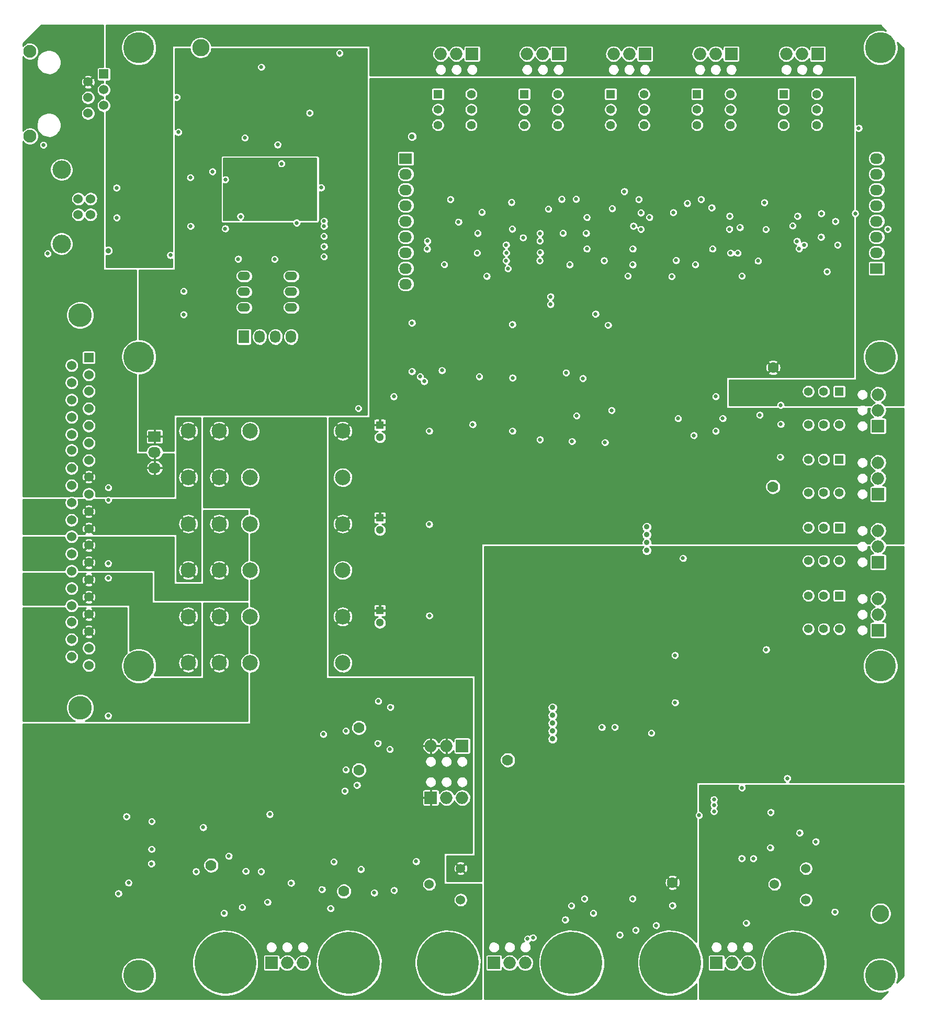
<source format=gbr>
G04 #@! TF.GenerationSoftware,KiCad,Pcbnew,(2017-01-06 revision 5fee9b2)-master*
G04 #@! TF.CreationDate,2017-03-29T10:20:31-06:00*
G04 #@! TF.ProjectId,egse_proto,656773655F70726F746F2E6B69636164,1*
G04 #@! TF.FileFunction,Copper,L3,Inr,Plane*
G04 #@! TF.FilePolarity,Positive*
%FSLAX46Y46*%
G04 Gerber Fmt 4.6, Leading zero omitted, Abs format (unit mm)*
G04 Created by KiCad (PCBNEW (2017-01-06 revision 5fee9b2)-master) date Wednesday, March 29, 2017 'AMt' 10:20:31 AM*
%MOMM*%
%LPD*%
G01*
G04 APERTURE LIST*
%ADD10C,0.100000*%
%ADD11O,2.000000X1.400000*%
%ADD12C,10.000000*%
%ADD13C,1.524000*%
%ADD14C,2.794000*%
%ADD15C,1.778000*%
%ADD16O,2.032000X1.727200*%
%ADD17R,2.032000X1.727200*%
%ADD18R,1.397000X1.397000*%
%ADD19C,1.397000*%
%ADD20C,1.300000*%
%ADD21R,1.300000X1.300000*%
%ADD22O,1.998980X1.998980*%
%ADD23R,1.998980X1.998980*%
%ADD24R,1.727200X2.032000*%
%ADD25O,1.727200X2.032000*%
%ADD26C,2.500000*%
%ADD27C,2.100000*%
%ADD28R,1.524000X1.524000*%
%ADD29C,3.810000*%
%ADD30C,3.000000*%
%ADD31C,5.000000*%
%ADD32C,0.635000*%
%ADD33C,0.889000*%
%ADD34C,0.254000*%
%ADD35C,0.152400*%
G04 APERTURE END LIST*
D10*
D11*
X65638000Y-61044600D03*
X58018000Y-61044600D03*
X65638000Y-63584600D03*
X58018000Y-63584600D03*
X65638000Y-66124600D03*
X58018000Y-66124600D03*
D12*
X111000000Y-172100000D03*
X55000000Y-172100000D03*
X75000000Y-172100000D03*
X91000000Y-172100000D03*
X147000000Y-172100000D03*
X127000000Y-172100000D03*
D13*
X148950000Y-156828000D03*
X148950000Y-161908000D03*
X143870000Y-159368000D03*
X87990000Y-159368000D03*
X93070000Y-161908000D03*
X93070000Y-156828000D03*
D14*
X161000000Y-164100000D03*
X51000000Y-24100000D03*
D15*
X143637000Y-75819000D03*
X143616000Y-95106000D03*
X76606000Y-140920000D03*
X76606000Y-134062000D03*
X52684000Y-156320000D03*
X74168000Y-160528000D03*
X100690000Y-139302000D03*
X127360000Y-159114000D03*
D16*
X160380000Y-42020000D03*
X160380000Y-44560000D03*
X160380000Y-47100000D03*
X160380000Y-49640000D03*
X160380000Y-52180000D03*
X160380000Y-54720000D03*
X160380000Y-57260000D03*
D17*
X160380000Y-59800000D03*
D16*
X84180000Y-62340000D03*
X84180000Y-59800000D03*
X84180000Y-57260000D03*
X84180000Y-54720000D03*
X84180000Y-52180000D03*
X84180000Y-49640000D03*
X84180000Y-47100000D03*
X84180000Y-44560000D03*
D17*
X84180000Y-42020000D03*
D18*
X117350000Y-31600000D03*
D19*
X117350000Y-34100000D03*
X117350000Y-36600000D03*
X122750000Y-36600000D03*
X122750000Y-34100000D03*
X122750000Y-31600000D03*
D18*
X89382000Y-31600000D03*
D19*
X89382000Y-34100000D03*
X89382000Y-36600000D03*
X94782000Y-36600000D03*
X94782000Y-34100000D03*
X94782000Y-31600000D03*
D18*
X103366000Y-31600000D03*
D19*
X103366000Y-34100000D03*
X103366000Y-36600000D03*
X108766000Y-36600000D03*
X108766000Y-34100000D03*
X108766000Y-31600000D03*
D18*
X131334000Y-31600000D03*
D19*
X131334000Y-34100000D03*
X131334000Y-36600000D03*
X136734000Y-36600000D03*
X136734000Y-34100000D03*
X136734000Y-31600000D03*
D18*
X145318000Y-31600000D03*
D19*
X145318000Y-34100000D03*
X145318000Y-36600000D03*
X150718000Y-36600000D03*
X150718000Y-34100000D03*
X150718000Y-31600000D03*
D18*
X154335000Y-79683000D03*
D19*
X151835000Y-79683000D03*
X149335000Y-79683000D03*
X149335000Y-85083000D03*
X151835000Y-85083000D03*
X154335000Y-85083000D03*
D18*
X154335000Y-90689666D03*
D19*
X151835000Y-90689666D03*
X149335000Y-90689666D03*
X149335000Y-96089666D03*
X151835000Y-96089666D03*
X154335000Y-96089666D03*
D18*
X154335000Y-101696332D03*
D19*
X151835000Y-101696332D03*
X149335000Y-101696332D03*
X149335000Y-107096332D03*
X151835000Y-107096332D03*
X154335000Y-107096332D03*
D18*
X154335000Y-112702998D03*
D19*
X151835000Y-112702998D03*
X149335000Y-112702998D03*
X149335000Y-118102998D03*
X151835000Y-118102998D03*
X154335000Y-118102998D03*
D20*
X80000000Y-117100000D03*
D21*
X80000000Y-115100000D03*
X80000000Y-85100000D03*
D20*
X80000000Y-87100000D03*
X80000000Y-102100000D03*
D21*
X80000000Y-100100000D03*
D22*
X160638000Y-82731000D03*
D23*
X160638000Y-85271000D03*
D22*
X160638000Y-80191000D03*
X160638000Y-93737666D03*
D23*
X160638000Y-96277666D03*
D22*
X160638000Y-91197666D03*
X160638000Y-102204332D03*
D23*
X160638000Y-107284332D03*
D22*
X160638000Y-104744332D03*
X160638000Y-115750998D03*
D23*
X160638000Y-118290998D03*
D22*
X160638000Y-113210998D03*
X93324000Y-145398000D03*
D23*
X88244000Y-145398000D03*
D22*
X90784000Y-145398000D03*
X90784000Y-137016000D03*
D23*
X93324000Y-137016000D03*
D22*
X88244000Y-137016000D03*
X101000000Y-172100000D03*
D23*
X98460000Y-172100000D03*
D22*
X103540000Y-172100000D03*
X139540000Y-172100000D03*
D23*
X134460000Y-172100000D03*
D22*
X137000000Y-172100000D03*
X67540000Y-172100000D03*
D23*
X62460000Y-172100000D03*
D22*
X65000000Y-172100000D03*
D17*
X43540000Y-86978000D03*
D16*
X43540000Y-89518000D03*
X43540000Y-92058000D03*
D22*
X92382000Y-25100000D03*
D23*
X94922000Y-25100000D03*
D22*
X89842000Y-25100000D03*
X103826000Y-25100000D03*
D23*
X108906000Y-25100000D03*
D22*
X106366000Y-25100000D03*
X120350000Y-25100000D03*
D23*
X122890000Y-25100000D03*
D22*
X117810000Y-25100000D03*
X131794000Y-25100000D03*
D23*
X136874000Y-25100000D03*
D22*
X134334000Y-25100000D03*
X148318000Y-25100000D03*
D23*
X150858000Y-25100000D03*
D22*
X145778000Y-25100000D03*
D24*
X57992600Y-70849000D03*
D25*
X60532600Y-70849000D03*
X63072600Y-70849000D03*
X65612600Y-70849000D03*
D26*
X48990000Y-101100000D03*
X48990000Y-108600000D03*
X53990000Y-101100000D03*
X53990000Y-108600000D03*
X58990000Y-101100000D03*
X58990000Y-108600000D03*
X73990000Y-101100000D03*
X73990000Y-108600000D03*
X73990000Y-123600000D03*
X73990000Y-116100000D03*
X58990000Y-123600000D03*
X58990000Y-116100000D03*
X53990000Y-123600000D03*
X53990000Y-116100000D03*
X48990000Y-123600000D03*
X48990000Y-116100000D03*
X48990000Y-86100000D03*
X48990000Y-93600000D03*
X53990000Y-86100000D03*
X53990000Y-93600000D03*
X58990000Y-86100000D03*
X58990000Y-93600000D03*
X73990000Y-86100000D03*
X73990000Y-93600000D03*
D27*
X23372400Y-38386800D03*
X23372400Y-24666800D03*
D13*
X35312400Y-33436800D03*
X35312400Y-30896800D03*
D28*
X35312400Y-28356800D03*
D13*
X32772400Y-34706800D03*
X32772400Y-29626800D03*
X32772400Y-32166800D03*
D29*
X31496000Y-67352000D03*
X31496000Y-130852000D03*
D28*
X32893000Y-74210000D03*
D13*
X32893000Y-77004000D03*
X32893000Y-79671000D03*
X32893000Y-82465000D03*
X32893000Y-85259000D03*
X32893000Y-88053000D03*
X32893000Y-90847000D03*
X32893000Y-93514000D03*
X32893000Y-96308000D03*
X32893000Y-99102000D03*
X32893000Y-101896000D03*
X32893000Y-104563000D03*
X32893000Y-107357000D03*
X32893000Y-110151000D03*
X32893000Y-112945000D03*
X32893000Y-115739000D03*
X32893000Y-118533000D03*
X32893000Y-121200000D03*
X32893000Y-123994000D03*
X30099000Y-75480000D03*
X30099000Y-78274000D03*
X30099000Y-81068000D03*
X30099000Y-83862000D03*
X30099000Y-86656000D03*
X30099000Y-89196000D03*
X30099000Y-92117000D03*
X30099000Y-94911000D03*
X30099000Y-97705000D03*
X30099000Y-100499000D03*
X30099000Y-103166000D03*
X30099000Y-105960000D03*
X30099000Y-108754000D03*
X30099000Y-111548000D03*
X30099000Y-114342000D03*
X30099000Y-117009000D03*
X30099000Y-119803000D03*
X30099000Y-122597000D03*
D30*
X28478000Y-55818000D03*
X28478000Y-43819040D03*
D13*
X31178020Y-48548520D03*
X31178020Y-51088520D03*
X33177000Y-51088520D03*
X33177000Y-48548520D03*
D31*
X41002000Y-24102000D03*
X41002000Y-74102000D03*
X161002000Y-174102000D03*
X41002000Y-174102000D03*
X161002000Y-24102000D03*
X161002000Y-74102000D03*
X41002000Y-124102000D03*
X161002000Y-124102000D03*
D32*
X145923000Y-142265400D03*
X157505400Y-37109400D03*
X70967298Y-52146189D03*
X129057402Y-106654600D03*
D33*
X123190000Y-105410000D03*
X123190000Y-104140000D03*
X123190000Y-102870000D03*
X123190000Y-101600000D03*
X36017200Y-56921400D03*
D32*
X37388800Y-46761400D03*
X37414200Y-51587400D03*
X25552400Y-39827200D03*
X26238200Y-57404000D03*
X49377600Y-52959000D03*
X46101000Y-57658000D03*
X49326800Y-45085000D03*
X52908200Y-44119800D03*
X66548000Y-52425600D03*
X57073800Y-58267600D03*
X62966600Y-58293000D03*
X70485000Y-46736000D03*
X64109600Y-42875200D03*
D33*
X107950000Y-135890000D03*
X107950000Y-130810000D03*
X107950000Y-132080000D03*
X107950000Y-133350000D03*
X107950000Y-134620000D03*
D32*
X82245200Y-80518000D03*
X88011000Y-115951000D03*
X87985600Y-101168200D03*
X87985600Y-86080600D03*
X116941600Y-68961000D03*
X101473000Y-77495400D03*
X110134400Y-76657200D03*
X111836200Y-83616800D03*
X111099600Y-87757000D03*
X105918000Y-87477600D03*
X101447600Y-86080600D03*
X101447600Y-68859400D03*
X107619800Y-64363600D03*
X144856200Y-81889600D03*
X144881600Y-84988400D03*
X144805400Y-90297000D03*
X134366000Y-86106000D03*
X134366000Y-80518000D03*
X58140600Y-38658800D03*
X68630800Y-34645600D03*
X73482200Y-24968200D03*
X60807600Y-27228800D03*
X110007400Y-165125400D03*
X104775000Y-168021000D03*
X81711800Y-130759200D03*
X74498200Y-134594600D03*
X74498200Y-140868400D03*
X81610200Y-137566400D03*
X61823600Y-162280600D03*
X72009000Y-163296600D03*
X123621800Y-51536600D03*
X113487200Y-51536600D03*
X100431600Y-58547000D03*
X120929400Y-59182000D03*
X131064000Y-59182000D03*
X141198600Y-58572400D03*
X152349200Y-60299600D03*
X151434800Y-50901600D03*
X142214600Y-49123600D03*
X131978400Y-48615600D03*
X121894600Y-48615600D03*
X110718600Y-59182000D03*
X111760000Y-48590200D03*
X101295200Y-49098200D03*
X90424000Y-59156600D03*
X91414600Y-48615600D03*
X36063544Y-97243890D03*
X76301600Y-143357600D03*
X139293600Y-165658800D03*
X127355600Y-162839400D03*
X72542400Y-155752800D03*
X82292365Y-160371476D03*
X70637400Y-160223200D03*
X79095600Y-160782000D03*
X76936600Y-156972000D03*
X62179200Y-148082000D03*
X58293000Y-157276800D03*
X50241200Y-157327600D03*
X54787800Y-164084000D03*
X37693600Y-160883600D03*
X43053000Y-153720800D03*
X38989000Y-148437600D03*
X36047000Y-95233000D03*
X36021600Y-107526600D03*
X36021600Y-109863400D03*
X36021600Y-132164600D03*
X153623600Y-163863800D03*
X143184200Y-153475200D03*
X143260400Y-147760200D03*
X147934000Y-151062200D03*
X138586800Y-143772400D03*
X134065600Y-147607800D03*
D33*
X85196000Y-38464000D03*
D32*
X48239000Y-67242200D03*
X48239000Y-63483000D03*
X47121400Y-32114000D03*
X55020800Y-45449000D03*
X47375400Y-37752800D03*
X63453600Y-39784800D03*
X57484600Y-51418000D03*
X54970000Y-53348400D03*
X70866000Y-135128000D03*
D33*
X76200000Y-39370000D03*
X76200000Y-38100000D03*
X76200000Y-36830000D03*
D32*
X47371000Y-54051200D03*
X52451000Y-55067200D03*
X51155600Y-45085000D03*
X72059800Y-58877200D03*
X58978800Y-58242200D03*
X64871600Y-58242200D03*
X70485000Y-48615600D03*
X63449200Y-41173400D03*
X77546200Y-67665600D03*
X63855600Y-25298400D03*
X58928000Y-27228800D03*
X64368000Y-78824600D03*
X59288000Y-78824600D03*
X67644600Y-36406600D03*
D33*
X146050000Y-81280000D03*
X146050000Y-80010000D03*
X146050000Y-78740000D03*
D32*
X46105400Y-55863000D03*
D33*
X36021600Y-58834800D03*
D32*
X58079690Y-42878995D03*
X68798370Y-51435946D03*
X66247600Y-42909000D03*
X55020800Y-51418000D03*
X141456630Y-53387321D03*
X111046311Y-52819290D03*
X130818094Y-51257191D03*
X97078800Y-31064200D03*
X111023400Y-31089600D03*
X125044200Y-31064200D03*
X139014200Y-31115000D03*
X153009600Y-31089600D03*
X88201479Y-94081600D03*
X88290400Y-109093000D03*
D33*
X146050000Y-86360000D03*
X146050000Y-87630000D03*
X146050000Y-88900000D03*
D32*
X78663800Y-72745600D03*
X88265000Y-124104400D03*
X95072200Y-82854800D03*
X117500400Y-84505800D03*
X117475000Y-80518000D03*
X110236000Y-87477600D03*
X100482400Y-71932800D03*
X131064000Y-57937400D03*
X120904000Y-51536600D03*
X120904000Y-57886600D03*
X110744000Y-57912000D03*
X100482400Y-53467000D03*
X146532600Y-49149000D03*
X136296400Y-48615600D03*
X126187200Y-48641000D03*
X116027200Y-48641000D03*
X95681800Y-48666400D03*
X105664000Y-49123600D03*
D33*
X85196000Y-31352000D03*
D32*
X103911400Y-168224200D03*
X118821200Y-167563800D03*
X124714000Y-166039800D03*
X114554000Y-164084000D03*
X71628000Y-158750000D03*
X76022200Y-155879800D03*
X142519400Y-121437400D03*
X150545800Y-152501600D03*
X70967600Y-56235600D03*
X70942200Y-57886600D03*
X70942200Y-54584600D03*
X119557800Y-47345600D03*
X76530200Y-82423000D03*
X57708800Y-163118800D03*
X70967600Y-52933600D03*
X85191600Y-68605400D03*
X114909600Y-67157600D03*
X116433600Y-87934800D03*
X74320400Y-144297400D03*
X117500400Y-82727800D03*
X65633600Y-159181800D03*
X85191600Y-76454000D03*
X112852200Y-77571600D03*
X86512400Y-77292200D03*
X96088200Y-77292200D03*
X79679800Y-136601200D03*
X87172800Y-78054200D03*
X95021400Y-85013800D03*
X79730600Y-129768600D03*
X120904000Y-161721800D03*
X113106200Y-161721800D03*
X132694000Y-153119600D03*
X132694000Y-144051800D03*
X145902000Y-144636000D03*
X153522000Y-153500600D03*
X134040200Y-148852400D03*
X121412000Y-166801800D03*
X110998000Y-162864800D03*
X115925600Y-134010400D03*
X138557000Y-155219400D03*
X118033800Y-133985000D03*
X140436600Y-155219400D03*
D33*
X143510000Y-113030000D03*
X142240000Y-113030000D03*
X140970000Y-113030000D03*
X139700000Y-113030000D03*
D32*
X137304110Y-141102970D03*
X90043986Y-76288879D03*
X85877400Y-155702000D03*
X43027600Y-156057600D03*
X55549800Y-154838400D03*
X127939800Y-58496200D03*
X116281200Y-58521600D03*
X105867200Y-58521600D03*
X147828000Y-56616600D03*
X133832600Y-56625000D03*
X151409400Y-54711600D03*
X162179000Y-53441600D03*
X136753600Y-57302400D03*
X120929400Y-56625000D03*
X113487200Y-56625000D03*
X127482600Y-50736510D03*
X156921200Y-50901600D03*
X153720800Y-52171600D03*
X96513547Y-50711110D03*
X122250200Y-50800000D03*
X109641197Y-54098201D03*
X154076400Y-55981600D03*
X43078400Y-149225000D03*
X51409600Y-150190200D03*
X135483600Y-84048600D03*
X128244600Y-84048600D03*
X130810000Y-86791800D03*
X141478000Y-83489800D03*
X109423200Y-48590200D03*
X146786600Y-52882800D03*
X92735400Y-52273200D03*
X129743200Y-49276000D03*
X100722599Y-59817000D03*
X107619800Y-65608200D03*
X95821490Y-54095179D03*
X105918000Y-54127400D03*
X148675920Y-55997280D03*
X100431600Y-55981600D03*
X147509676Y-55384557D03*
X105892600Y-55321200D03*
X133705600Y-49974490D03*
X117602000Y-50114200D03*
X107264200Y-50190400D03*
X122250208Y-53454310D03*
X136570820Y-53441611D03*
X101422200Y-53416200D03*
X142468600Y-53466998D03*
X113385600Y-54102000D03*
X137896600Y-57302400D03*
X127228600Y-61087000D03*
X120142000Y-61010800D03*
X97307400Y-61036200D03*
X138582400Y-61010800D03*
X123926600Y-134924800D03*
X131648200Y-148234400D03*
X127787400Y-129997200D03*
X134061200Y-146583400D03*
X127762000Y-122351800D03*
X134061200Y-145669000D03*
X60782200Y-157327600D03*
X39319200Y-159156400D03*
X136601200Y-51333400D03*
X147599400Y-51333400D03*
X121031000Y-52933623D03*
X138277600Y-53162200D03*
X103174800Y-54813200D03*
X87680800Y-55372000D03*
X100457000Y-57277000D03*
X95732600Y-57277000D03*
X105943400Y-57226200D03*
X87655400Y-56642000D03*
D34*
G36*
X58547000Y-114524025D02*
X58527273Y-114527788D01*
X58230708Y-114647608D01*
X57963064Y-114822749D01*
X57734536Y-115046541D01*
X57553828Y-115310458D01*
X57427823Y-115604448D01*
X57361322Y-115917314D01*
X57356856Y-116237139D01*
X57414596Y-116551740D01*
X57532343Y-116849134D01*
X57705611Y-117117994D01*
X57927801Y-117348079D01*
X58190451Y-117530625D01*
X58483555Y-117658679D01*
X58547000Y-117672628D01*
X58547000Y-122024025D01*
X58527273Y-122027788D01*
X58230708Y-122147608D01*
X57963064Y-122322749D01*
X57734536Y-122546541D01*
X57553828Y-122810458D01*
X57427823Y-123104448D01*
X57361322Y-123417314D01*
X57356856Y-123737139D01*
X57414596Y-124051740D01*
X57532343Y-124349134D01*
X57705611Y-124617994D01*
X57927801Y-124848079D01*
X58190451Y-125030625D01*
X58483555Y-125158679D01*
X58547000Y-125172628D01*
X58547000Y-132969000D01*
X32359792Y-132969000D01*
X32531693Y-132902324D01*
X32910212Y-132662109D01*
X33234864Y-132352947D01*
X33326297Y-132223332D01*
X35322182Y-132223332D01*
X35346910Y-132358064D01*
X35397336Y-132485428D01*
X35471541Y-132600571D01*
X35566698Y-132699109D01*
X35679181Y-132777287D01*
X35804707Y-132832128D01*
X35938495Y-132861543D01*
X36075448Y-132864411D01*
X36210349Y-132840625D01*
X36338062Y-132791088D01*
X36453720Y-132717689D01*
X36552920Y-132623223D01*
X36631881Y-132511288D01*
X36687597Y-132386148D01*
X36717945Y-132252569D01*
X36720130Y-132096109D01*
X36693523Y-131961734D01*
X36641323Y-131835087D01*
X36565518Y-131720991D01*
X36468995Y-131623792D01*
X36355431Y-131547192D01*
X36229152Y-131494109D01*
X36094966Y-131466565D01*
X35957987Y-131465609D01*
X35823430Y-131491277D01*
X35696422Y-131542591D01*
X35581799Y-131617598D01*
X35483929Y-131713440D01*
X35406538Y-131826467D01*
X35352575Y-131952373D01*
X35324094Y-132086362D01*
X35322182Y-132223332D01*
X33326297Y-132223332D01*
X33493283Y-131986615D01*
X33675626Y-131577065D01*
X33774948Y-131139898D01*
X33782098Y-130627846D01*
X33695021Y-130188076D01*
X33524184Y-129773595D01*
X33276095Y-129400190D01*
X32960202Y-129082084D01*
X32588538Y-128831394D01*
X32175259Y-128657667D01*
X31736108Y-128567523D01*
X31287811Y-128564393D01*
X30847444Y-128648397D01*
X30431781Y-128816336D01*
X30056653Y-129061813D01*
X29736349Y-129375478D01*
X29483070Y-129745382D01*
X29306463Y-130157438D01*
X29213254Y-130595949D01*
X29206995Y-131044213D01*
X29287923Y-131485156D01*
X29452956Y-131901982D01*
X29695808Y-132278814D01*
X30007229Y-132601300D01*
X30375357Y-132857155D01*
X30631359Y-132969000D01*
X22225000Y-132969000D01*
X22225000Y-124090107D01*
X31748498Y-124090107D01*
X31788962Y-124310578D01*
X31871479Y-124518991D01*
X31992905Y-124707407D01*
X32148615Y-124868650D01*
X32332679Y-124996577D01*
X32538085Y-125086317D01*
X32757009Y-125134451D01*
X32981114Y-125139145D01*
X33201862Y-125100221D01*
X33410846Y-125019162D01*
X33600106Y-124899054D01*
X33762432Y-124744473D01*
X33891641Y-124561307D01*
X33982813Y-124356532D01*
X34032473Y-124137949D01*
X34036049Y-123881923D01*
X33992510Y-123662038D01*
X33907092Y-123454798D01*
X33783047Y-123268095D01*
X33625101Y-123109042D01*
X33439269Y-122983697D01*
X33232630Y-122896834D01*
X33013054Y-122851762D01*
X32788906Y-122850197D01*
X32568722Y-122892199D01*
X32360891Y-122976169D01*
X32173327Y-123098907D01*
X32013175Y-123255739D01*
X31886535Y-123440691D01*
X31798232Y-123646719D01*
X31751628Y-123865975D01*
X31748498Y-124090107D01*
X22225000Y-124090107D01*
X22225000Y-122693107D01*
X28954498Y-122693107D01*
X28994962Y-122913578D01*
X29077479Y-123121991D01*
X29198905Y-123310407D01*
X29354615Y-123471650D01*
X29538679Y-123599577D01*
X29744085Y-123689317D01*
X29963009Y-123737451D01*
X30187114Y-123742145D01*
X30407862Y-123703221D01*
X30616846Y-123622162D01*
X30806106Y-123502054D01*
X30968432Y-123347473D01*
X31097641Y-123164307D01*
X31188813Y-122959532D01*
X31238473Y-122740949D01*
X31242049Y-122484923D01*
X31198510Y-122265038D01*
X31113092Y-122057798D01*
X30989047Y-121871095D01*
X30831101Y-121712042D01*
X30645269Y-121586697D01*
X30438630Y-121499834D01*
X30219054Y-121454762D01*
X29994906Y-121453197D01*
X29774722Y-121495199D01*
X29566891Y-121579169D01*
X29379327Y-121701907D01*
X29219175Y-121858739D01*
X29092535Y-122043691D01*
X29004232Y-122249719D01*
X28957628Y-122468975D01*
X28954498Y-122693107D01*
X22225000Y-122693107D01*
X22225000Y-121296107D01*
X31748498Y-121296107D01*
X31788962Y-121516578D01*
X31871479Y-121724991D01*
X31992905Y-121913407D01*
X32148615Y-122074650D01*
X32332679Y-122202577D01*
X32538085Y-122292317D01*
X32757009Y-122340451D01*
X32981114Y-122345145D01*
X33201862Y-122306221D01*
X33410846Y-122225162D01*
X33600106Y-122105054D01*
X33762432Y-121950473D01*
X33891641Y-121767307D01*
X33982813Y-121562532D01*
X34032473Y-121343949D01*
X34036049Y-121087923D01*
X33992510Y-120868038D01*
X33907092Y-120660798D01*
X33783047Y-120474095D01*
X33625101Y-120315042D01*
X33439269Y-120189697D01*
X33232630Y-120102834D01*
X33013054Y-120057762D01*
X32788906Y-120056197D01*
X32568722Y-120098199D01*
X32360891Y-120182169D01*
X32173327Y-120304907D01*
X32013175Y-120461739D01*
X31886535Y-120646691D01*
X31798232Y-120852719D01*
X31751628Y-121071975D01*
X31748498Y-121296107D01*
X22225000Y-121296107D01*
X22225000Y-119899107D01*
X28954498Y-119899107D01*
X28994962Y-120119578D01*
X29077479Y-120327991D01*
X29198905Y-120516407D01*
X29354615Y-120677650D01*
X29538679Y-120805577D01*
X29744085Y-120895317D01*
X29963009Y-120943451D01*
X30187114Y-120948145D01*
X30407862Y-120909221D01*
X30616846Y-120828162D01*
X30806106Y-120708054D01*
X30968432Y-120553473D01*
X31097641Y-120370307D01*
X31188813Y-120165532D01*
X31238473Y-119946949D01*
X31242049Y-119690923D01*
X31198510Y-119471038D01*
X31136805Y-119321328D01*
X32194475Y-119321328D01*
X32270316Y-119498083D01*
X32470560Y-119601019D01*
X32687037Y-119662911D01*
X32911429Y-119681382D01*
X33135113Y-119655720D01*
X33349493Y-119586914D01*
X33515684Y-119498083D01*
X33591525Y-119321328D01*
X32893000Y-118622803D01*
X32194475Y-119321328D01*
X31136805Y-119321328D01*
X31113092Y-119263798D01*
X30989047Y-119077095D01*
X30831101Y-118918042D01*
X30645269Y-118792697D01*
X30438630Y-118705834D01*
X30219054Y-118660762D01*
X29994906Y-118659197D01*
X29774722Y-118701199D01*
X29566891Y-118785169D01*
X29379327Y-118907907D01*
X29219175Y-119064739D01*
X29092535Y-119249691D01*
X29004232Y-119455719D01*
X28957628Y-119674975D01*
X28954498Y-119899107D01*
X22225000Y-119899107D01*
X22225000Y-118551429D01*
X31744618Y-118551429D01*
X31770280Y-118775113D01*
X31839086Y-118989493D01*
X31927917Y-119155684D01*
X32104672Y-119231525D01*
X32803197Y-118533000D01*
X32982803Y-118533000D01*
X33681328Y-119231525D01*
X33858083Y-119155684D01*
X33961019Y-118955440D01*
X34022911Y-118738963D01*
X34041382Y-118514571D01*
X34015720Y-118290887D01*
X33946914Y-118076507D01*
X33858083Y-117910316D01*
X33681328Y-117834475D01*
X32982803Y-118533000D01*
X32803197Y-118533000D01*
X32104672Y-117834475D01*
X31927917Y-117910316D01*
X31824981Y-118110560D01*
X31763089Y-118327037D01*
X31744618Y-118551429D01*
X22225000Y-118551429D01*
X22225000Y-117105107D01*
X28954498Y-117105107D01*
X28994962Y-117325578D01*
X29077479Y-117533991D01*
X29198905Y-117722407D01*
X29354615Y-117883650D01*
X29538679Y-118011577D01*
X29744085Y-118101317D01*
X29963009Y-118149451D01*
X30187114Y-118154145D01*
X30407862Y-118115221D01*
X30616846Y-118034162D01*
X30806106Y-117914054D01*
X30968432Y-117759473D01*
X30978872Y-117744672D01*
X32194475Y-117744672D01*
X32893000Y-118443197D01*
X33591525Y-117744672D01*
X33515684Y-117567917D01*
X33315440Y-117464981D01*
X33098963Y-117403089D01*
X32874571Y-117384618D01*
X32650887Y-117410280D01*
X32436507Y-117479086D01*
X32270316Y-117567917D01*
X32194475Y-117744672D01*
X30978872Y-117744672D01*
X31097641Y-117576307D01*
X31188813Y-117371532D01*
X31238473Y-117152949D01*
X31242049Y-116896923D01*
X31198510Y-116677038D01*
X31136805Y-116527328D01*
X32194475Y-116527328D01*
X32270316Y-116704083D01*
X32470560Y-116807019D01*
X32687037Y-116868911D01*
X32911429Y-116887382D01*
X33135113Y-116861720D01*
X33349493Y-116792914D01*
X33515684Y-116704083D01*
X33591525Y-116527328D01*
X32893000Y-115828803D01*
X32194475Y-116527328D01*
X31136805Y-116527328D01*
X31113092Y-116469798D01*
X30989047Y-116283095D01*
X30831101Y-116124042D01*
X30645269Y-115998697D01*
X30438630Y-115911834D01*
X30219054Y-115866762D01*
X29994906Y-115865197D01*
X29774722Y-115907199D01*
X29566891Y-115991169D01*
X29379327Y-116113907D01*
X29219175Y-116270739D01*
X29092535Y-116455691D01*
X29004232Y-116661719D01*
X28957628Y-116880975D01*
X28954498Y-117105107D01*
X22225000Y-117105107D01*
X22225000Y-115757429D01*
X31744618Y-115757429D01*
X31770280Y-115981113D01*
X31839086Y-116195493D01*
X31927917Y-116361684D01*
X32104672Y-116437525D01*
X32803197Y-115739000D01*
X32982803Y-115739000D01*
X33681328Y-116437525D01*
X33858083Y-116361684D01*
X33961019Y-116161440D01*
X34022911Y-115944963D01*
X34041382Y-115720571D01*
X34015720Y-115496887D01*
X33946914Y-115282507D01*
X33858083Y-115116316D01*
X33681328Y-115040475D01*
X32982803Y-115739000D01*
X32803197Y-115739000D01*
X32104672Y-115040475D01*
X31927917Y-115116316D01*
X31824981Y-115316560D01*
X31763089Y-115533037D01*
X31744618Y-115757429D01*
X22225000Y-115757429D01*
X22225000Y-114681000D01*
X29003840Y-114681000D01*
X29077479Y-114866991D01*
X29198905Y-115055407D01*
X29354615Y-115216650D01*
X29538679Y-115344577D01*
X29744085Y-115434317D01*
X29963009Y-115482451D01*
X30187114Y-115487145D01*
X30407862Y-115448221D01*
X30616846Y-115367162D01*
X30806106Y-115247054D01*
X30968432Y-115092473D01*
X31097641Y-114909307D01*
X31188813Y-114704532D01*
X31194159Y-114681000D01*
X32449238Y-114681000D01*
X32436507Y-114685086D01*
X32270316Y-114773917D01*
X32194475Y-114950672D01*
X32893000Y-115649197D01*
X33591525Y-114950672D01*
X33515684Y-114773917D01*
X33334930Y-114681000D01*
X38989000Y-114681000D01*
X38989000Y-122040757D01*
X38784347Y-122241168D01*
X38465145Y-122707352D01*
X38242570Y-123226657D01*
X38125102Y-123779304D01*
X38117213Y-124344242D01*
X38219205Y-124899954D01*
X38427193Y-125425271D01*
X38733254Y-125900186D01*
X39125732Y-126306608D01*
X39589676Y-126629057D01*
X40107414Y-126855252D01*
X40659228Y-126976576D01*
X41224097Y-126988408D01*
X41780507Y-126890298D01*
X42307263Y-126685982D01*
X42784303Y-126383244D01*
X43070187Y-126111000D01*
X51308000Y-126111000D01*
X51332776Y-126108560D01*
X51356601Y-126101333D01*
X51378557Y-126089597D01*
X51397803Y-126073803D01*
X51413597Y-126054557D01*
X51425333Y-126032601D01*
X51432560Y-126008776D01*
X51435000Y-125984000D01*
X51435000Y-124735497D01*
X52944306Y-124735497D01*
X53078780Y-124962220D01*
X53362045Y-125113816D01*
X53669442Y-125207237D01*
X53989158Y-125238892D01*
X54308906Y-125207566D01*
X54616399Y-125114462D01*
X54899819Y-124963157D01*
X54901220Y-124962220D01*
X55035694Y-124735497D01*
X53990000Y-123689803D01*
X52944306Y-124735497D01*
X51435000Y-124735497D01*
X51435000Y-123599158D01*
X52351108Y-123599158D01*
X52382434Y-123918906D01*
X52475538Y-124226399D01*
X52626843Y-124509819D01*
X52627780Y-124511220D01*
X52854503Y-124645694D01*
X53900197Y-123600000D01*
X54079803Y-123600000D01*
X55125497Y-124645694D01*
X55352220Y-124511220D01*
X55503816Y-124227955D01*
X55597237Y-123920558D01*
X55628892Y-123600842D01*
X55597566Y-123281094D01*
X55504462Y-122973601D01*
X55353157Y-122690181D01*
X55352220Y-122688780D01*
X55125497Y-122554306D01*
X54079803Y-123600000D01*
X53900197Y-123600000D01*
X52854503Y-122554306D01*
X52627780Y-122688780D01*
X52476184Y-122972045D01*
X52382763Y-123279442D01*
X52351108Y-123599158D01*
X51435000Y-123599158D01*
X51435000Y-122464503D01*
X52944306Y-122464503D01*
X53990000Y-123510197D01*
X55035694Y-122464503D01*
X54901220Y-122237780D01*
X54617955Y-122086184D01*
X54310558Y-121992763D01*
X53990842Y-121961108D01*
X53671094Y-121992434D01*
X53363601Y-122085538D01*
X53080181Y-122236843D01*
X53078780Y-122237780D01*
X52944306Y-122464503D01*
X51435000Y-122464503D01*
X51435000Y-117235497D01*
X52944306Y-117235497D01*
X53078780Y-117462220D01*
X53362045Y-117613816D01*
X53669442Y-117707237D01*
X53989158Y-117738892D01*
X54308906Y-117707566D01*
X54616399Y-117614462D01*
X54899819Y-117463157D01*
X54901220Y-117462220D01*
X55035694Y-117235497D01*
X53990000Y-116189803D01*
X52944306Y-117235497D01*
X51435000Y-117235497D01*
X51435000Y-116099158D01*
X52351108Y-116099158D01*
X52382434Y-116418906D01*
X52475538Y-116726399D01*
X52626843Y-117009819D01*
X52627780Y-117011220D01*
X52854503Y-117145694D01*
X53900197Y-116100000D01*
X54079803Y-116100000D01*
X55125497Y-117145694D01*
X55352220Y-117011220D01*
X55503816Y-116727955D01*
X55597237Y-116420558D01*
X55628892Y-116100842D01*
X55597566Y-115781094D01*
X55504462Y-115473601D01*
X55353157Y-115190181D01*
X55352220Y-115188780D01*
X55125497Y-115054306D01*
X54079803Y-116100000D01*
X53900197Y-116100000D01*
X52854503Y-115054306D01*
X52627780Y-115188780D01*
X52476184Y-115472045D01*
X52382763Y-115779442D01*
X52351108Y-116099158D01*
X51435000Y-116099158D01*
X51435000Y-114964503D01*
X52944306Y-114964503D01*
X53990000Y-116010197D01*
X55035694Y-114964503D01*
X54901220Y-114737780D01*
X54617955Y-114586184D01*
X54310558Y-114492763D01*
X53990842Y-114461108D01*
X53671094Y-114492434D01*
X53363601Y-114585538D01*
X53080181Y-114736843D01*
X53078780Y-114737780D01*
X52944306Y-114964503D01*
X51435000Y-114964503D01*
X51435000Y-113919000D01*
X58547000Y-113919000D01*
X58547000Y-114524025D01*
X58547000Y-114524025D01*
G37*
X58547000Y-114524025D02*
X58527273Y-114527788D01*
X58230708Y-114647608D01*
X57963064Y-114822749D01*
X57734536Y-115046541D01*
X57553828Y-115310458D01*
X57427823Y-115604448D01*
X57361322Y-115917314D01*
X57356856Y-116237139D01*
X57414596Y-116551740D01*
X57532343Y-116849134D01*
X57705611Y-117117994D01*
X57927801Y-117348079D01*
X58190451Y-117530625D01*
X58483555Y-117658679D01*
X58547000Y-117672628D01*
X58547000Y-122024025D01*
X58527273Y-122027788D01*
X58230708Y-122147608D01*
X57963064Y-122322749D01*
X57734536Y-122546541D01*
X57553828Y-122810458D01*
X57427823Y-123104448D01*
X57361322Y-123417314D01*
X57356856Y-123737139D01*
X57414596Y-124051740D01*
X57532343Y-124349134D01*
X57705611Y-124617994D01*
X57927801Y-124848079D01*
X58190451Y-125030625D01*
X58483555Y-125158679D01*
X58547000Y-125172628D01*
X58547000Y-132969000D01*
X32359792Y-132969000D01*
X32531693Y-132902324D01*
X32910212Y-132662109D01*
X33234864Y-132352947D01*
X33326297Y-132223332D01*
X35322182Y-132223332D01*
X35346910Y-132358064D01*
X35397336Y-132485428D01*
X35471541Y-132600571D01*
X35566698Y-132699109D01*
X35679181Y-132777287D01*
X35804707Y-132832128D01*
X35938495Y-132861543D01*
X36075448Y-132864411D01*
X36210349Y-132840625D01*
X36338062Y-132791088D01*
X36453720Y-132717689D01*
X36552920Y-132623223D01*
X36631881Y-132511288D01*
X36687597Y-132386148D01*
X36717945Y-132252569D01*
X36720130Y-132096109D01*
X36693523Y-131961734D01*
X36641323Y-131835087D01*
X36565518Y-131720991D01*
X36468995Y-131623792D01*
X36355431Y-131547192D01*
X36229152Y-131494109D01*
X36094966Y-131466565D01*
X35957987Y-131465609D01*
X35823430Y-131491277D01*
X35696422Y-131542591D01*
X35581799Y-131617598D01*
X35483929Y-131713440D01*
X35406538Y-131826467D01*
X35352575Y-131952373D01*
X35324094Y-132086362D01*
X35322182Y-132223332D01*
X33326297Y-132223332D01*
X33493283Y-131986615D01*
X33675626Y-131577065D01*
X33774948Y-131139898D01*
X33782098Y-130627846D01*
X33695021Y-130188076D01*
X33524184Y-129773595D01*
X33276095Y-129400190D01*
X32960202Y-129082084D01*
X32588538Y-128831394D01*
X32175259Y-128657667D01*
X31736108Y-128567523D01*
X31287811Y-128564393D01*
X30847444Y-128648397D01*
X30431781Y-128816336D01*
X30056653Y-129061813D01*
X29736349Y-129375478D01*
X29483070Y-129745382D01*
X29306463Y-130157438D01*
X29213254Y-130595949D01*
X29206995Y-131044213D01*
X29287923Y-131485156D01*
X29452956Y-131901982D01*
X29695808Y-132278814D01*
X30007229Y-132601300D01*
X30375357Y-132857155D01*
X30631359Y-132969000D01*
X22225000Y-132969000D01*
X22225000Y-124090107D01*
X31748498Y-124090107D01*
X31788962Y-124310578D01*
X31871479Y-124518991D01*
X31992905Y-124707407D01*
X32148615Y-124868650D01*
X32332679Y-124996577D01*
X32538085Y-125086317D01*
X32757009Y-125134451D01*
X32981114Y-125139145D01*
X33201862Y-125100221D01*
X33410846Y-125019162D01*
X33600106Y-124899054D01*
X33762432Y-124744473D01*
X33891641Y-124561307D01*
X33982813Y-124356532D01*
X34032473Y-124137949D01*
X34036049Y-123881923D01*
X33992510Y-123662038D01*
X33907092Y-123454798D01*
X33783047Y-123268095D01*
X33625101Y-123109042D01*
X33439269Y-122983697D01*
X33232630Y-122896834D01*
X33013054Y-122851762D01*
X32788906Y-122850197D01*
X32568722Y-122892199D01*
X32360891Y-122976169D01*
X32173327Y-123098907D01*
X32013175Y-123255739D01*
X31886535Y-123440691D01*
X31798232Y-123646719D01*
X31751628Y-123865975D01*
X31748498Y-124090107D01*
X22225000Y-124090107D01*
X22225000Y-122693107D01*
X28954498Y-122693107D01*
X28994962Y-122913578D01*
X29077479Y-123121991D01*
X29198905Y-123310407D01*
X29354615Y-123471650D01*
X29538679Y-123599577D01*
X29744085Y-123689317D01*
X29963009Y-123737451D01*
X30187114Y-123742145D01*
X30407862Y-123703221D01*
X30616846Y-123622162D01*
X30806106Y-123502054D01*
X30968432Y-123347473D01*
X31097641Y-123164307D01*
X31188813Y-122959532D01*
X31238473Y-122740949D01*
X31242049Y-122484923D01*
X31198510Y-122265038D01*
X31113092Y-122057798D01*
X30989047Y-121871095D01*
X30831101Y-121712042D01*
X30645269Y-121586697D01*
X30438630Y-121499834D01*
X30219054Y-121454762D01*
X29994906Y-121453197D01*
X29774722Y-121495199D01*
X29566891Y-121579169D01*
X29379327Y-121701907D01*
X29219175Y-121858739D01*
X29092535Y-122043691D01*
X29004232Y-122249719D01*
X28957628Y-122468975D01*
X28954498Y-122693107D01*
X22225000Y-122693107D01*
X22225000Y-121296107D01*
X31748498Y-121296107D01*
X31788962Y-121516578D01*
X31871479Y-121724991D01*
X31992905Y-121913407D01*
X32148615Y-122074650D01*
X32332679Y-122202577D01*
X32538085Y-122292317D01*
X32757009Y-122340451D01*
X32981114Y-122345145D01*
X33201862Y-122306221D01*
X33410846Y-122225162D01*
X33600106Y-122105054D01*
X33762432Y-121950473D01*
X33891641Y-121767307D01*
X33982813Y-121562532D01*
X34032473Y-121343949D01*
X34036049Y-121087923D01*
X33992510Y-120868038D01*
X33907092Y-120660798D01*
X33783047Y-120474095D01*
X33625101Y-120315042D01*
X33439269Y-120189697D01*
X33232630Y-120102834D01*
X33013054Y-120057762D01*
X32788906Y-120056197D01*
X32568722Y-120098199D01*
X32360891Y-120182169D01*
X32173327Y-120304907D01*
X32013175Y-120461739D01*
X31886535Y-120646691D01*
X31798232Y-120852719D01*
X31751628Y-121071975D01*
X31748498Y-121296107D01*
X22225000Y-121296107D01*
X22225000Y-119899107D01*
X28954498Y-119899107D01*
X28994962Y-120119578D01*
X29077479Y-120327991D01*
X29198905Y-120516407D01*
X29354615Y-120677650D01*
X29538679Y-120805577D01*
X29744085Y-120895317D01*
X29963009Y-120943451D01*
X30187114Y-120948145D01*
X30407862Y-120909221D01*
X30616846Y-120828162D01*
X30806106Y-120708054D01*
X30968432Y-120553473D01*
X31097641Y-120370307D01*
X31188813Y-120165532D01*
X31238473Y-119946949D01*
X31242049Y-119690923D01*
X31198510Y-119471038D01*
X31136805Y-119321328D01*
X32194475Y-119321328D01*
X32270316Y-119498083D01*
X32470560Y-119601019D01*
X32687037Y-119662911D01*
X32911429Y-119681382D01*
X33135113Y-119655720D01*
X33349493Y-119586914D01*
X33515684Y-119498083D01*
X33591525Y-119321328D01*
X32893000Y-118622803D01*
X32194475Y-119321328D01*
X31136805Y-119321328D01*
X31113092Y-119263798D01*
X30989047Y-119077095D01*
X30831101Y-118918042D01*
X30645269Y-118792697D01*
X30438630Y-118705834D01*
X30219054Y-118660762D01*
X29994906Y-118659197D01*
X29774722Y-118701199D01*
X29566891Y-118785169D01*
X29379327Y-118907907D01*
X29219175Y-119064739D01*
X29092535Y-119249691D01*
X29004232Y-119455719D01*
X28957628Y-119674975D01*
X28954498Y-119899107D01*
X22225000Y-119899107D01*
X22225000Y-118551429D01*
X31744618Y-118551429D01*
X31770280Y-118775113D01*
X31839086Y-118989493D01*
X31927917Y-119155684D01*
X32104672Y-119231525D01*
X32803197Y-118533000D01*
X32982803Y-118533000D01*
X33681328Y-119231525D01*
X33858083Y-119155684D01*
X33961019Y-118955440D01*
X34022911Y-118738963D01*
X34041382Y-118514571D01*
X34015720Y-118290887D01*
X33946914Y-118076507D01*
X33858083Y-117910316D01*
X33681328Y-117834475D01*
X32982803Y-118533000D01*
X32803197Y-118533000D01*
X32104672Y-117834475D01*
X31927917Y-117910316D01*
X31824981Y-118110560D01*
X31763089Y-118327037D01*
X31744618Y-118551429D01*
X22225000Y-118551429D01*
X22225000Y-117105107D01*
X28954498Y-117105107D01*
X28994962Y-117325578D01*
X29077479Y-117533991D01*
X29198905Y-117722407D01*
X29354615Y-117883650D01*
X29538679Y-118011577D01*
X29744085Y-118101317D01*
X29963009Y-118149451D01*
X30187114Y-118154145D01*
X30407862Y-118115221D01*
X30616846Y-118034162D01*
X30806106Y-117914054D01*
X30968432Y-117759473D01*
X30978872Y-117744672D01*
X32194475Y-117744672D01*
X32893000Y-118443197D01*
X33591525Y-117744672D01*
X33515684Y-117567917D01*
X33315440Y-117464981D01*
X33098963Y-117403089D01*
X32874571Y-117384618D01*
X32650887Y-117410280D01*
X32436507Y-117479086D01*
X32270316Y-117567917D01*
X32194475Y-117744672D01*
X30978872Y-117744672D01*
X31097641Y-117576307D01*
X31188813Y-117371532D01*
X31238473Y-117152949D01*
X31242049Y-116896923D01*
X31198510Y-116677038D01*
X31136805Y-116527328D01*
X32194475Y-116527328D01*
X32270316Y-116704083D01*
X32470560Y-116807019D01*
X32687037Y-116868911D01*
X32911429Y-116887382D01*
X33135113Y-116861720D01*
X33349493Y-116792914D01*
X33515684Y-116704083D01*
X33591525Y-116527328D01*
X32893000Y-115828803D01*
X32194475Y-116527328D01*
X31136805Y-116527328D01*
X31113092Y-116469798D01*
X30989047Y-116283095D01*
X30831101Y-116124042D01*
X30645269Y-115998697D01*
X30438630Y-115911834D01*
X30219054Y-115866762D01*
X29994906Y-115865197D01*
X29774722Y-115907199D01*
X29566891Y-115991169D01*
X29379327Y-116113907D01*
X29219175Y-116270739D01*
X29092535Y-116455691D01*
X29004232Y-116661719D01*
X28957628Y-116880975D01*
X28954498Y-117105107D01*
X22225000Y-117105107D01*
X22225000Y-115757429D01*
X31744618Y-115757429D01*
X31770280Y-115981113D01*
X31839086Y-116195493D01*
X31927917Y-116361684D01*
X32104672Y-116437525D01*
X32803197Y-115739000D01*
X32982803Y-115739000D01*
X33681328Y-116437525D01*
X33858083Y-116361684D01*
X33961019Y-116161440D01*
X34022911Y-115944963D01*
X34041382Y-115720571D01*
X34015720Y-115496887D01*
X33946914Y-115282507D01*
X33858083Y-115116316D01*
X33681328Y-115040475D01*
X32982803Y-115739000D01*
X32803197Y-115739000D01*
X32104672Y-115040475D01*
X31927917Y-115116316D01*
X31824981Y-115316560D01*
X31763089Y-115533037D01*
X31744618Y-115757429D01*
X22225000Y-115757429D01*
X22225000Y-114681000D01*
X29003840Y-114681000D01*
X29077479Y-114866991D01*
X29198905Y-115055407D01*
X29354615Y-115216650D01*
X29538679Y-115344577D01*
X29744085Y-115434317D01*
X29963009Y-115482451D01*
X30187114Y-115487145D01*
X30407862Y-115448221D01*
X30616846Y-115367162D01*
X30806106Y-115247054D01*
X30968432Y-115092473D01*
X31097641Y-114909307D01*
X31188813Y-114704532D01*
X31194159Y-114681000D01*
X32449238Y-114681000D01*
X32436507Y-114685086D01*
X32270316Y-114773917D01*
X32194475Y-114950672D01*
X32893000Y-115649197D01*
X33591525Y-114950672D01*
X33515684Y-114773917D01*
X33334930Y-114681000D01*
X38989000Y-114681000D01*
X38989000Y-122040757D01*
X38784347Y-122241168D01*
X38465145Y-122707352D01*
X38242570Y-123226657D01*
X38125102Y-123779304D01*
X38117213Y-124344242D01*
X38219205Y-124899954D01*
X38427193Y-125425271D01*
X38733254Y-125900186D01*
X39125732Y-126306608D01*
X39589676Y-126629057D01*
X40107414Y-126855252D01*
X40659228Y-126976576D01*
X41224097Y-126988408D01*
X41780507Y-126890298D01*
X42307263Y-126685982D01*
X42784303Y-126383244D01*
X43070187Y-126111000D01*
X51308000Y-126111000D01*
X51332776Y-126108560D01*
X51356601Y-126101333D01*
X51378557Y-126089597D01*
X51397803Y-126073803D01*
X51413597Y-126054557D01*
X51425333Y-126032601D01*
X51432560Y-126008776D01*
X51435000Y-125984000D01*
X51435000Y-124735497D01*
X52944306Y-124735497D01*
X53078780Y-124962220D01*
X53362045Y-125113816D01*
X53669442Y-125207237D01*
X53989158Y-125238892D01*
X54308906Y-125207566D01*
X54616399Y-125114462D01*
X54899819Y-124963157D01*
X54901220Y-124962220D01*
X55035694Y-124735497D01*
X53990000Y-123689803D01*
X52944306Y-124735497D01*
X51435000Y-124735497D01*
X51435000Y-123599158D01*
X52351108Y-123599158D01*
X52382434Y-123918906D01*
X52475538Y-124226399D01*
X52626843Y-124509819D01*
X52627780Y-124511220D01*
X52854503Y-124645694D01*
X53900197Y-123600000D01*
X54079803Y-123600000D01*
X55125497Y-124645694D01*
X55352220Y-124511220D01*
X55503816Y-124227955D01*
X55597237Y-123920558D01*
X55628892Y-123600842D01*
X55597566Y-123281094D01*
X55504462Y-122973601D01*
X55353157Y-122690181D01*
X55352220Y-122688780D01*
X55125497Y-122554306D01*
X54079803Y-123600000D01*
X53900197Y-123600000D01*
X52854503Y-122554306D01*
X52627780Y-122688780D01*
X52476184Y-122972045D01*
X52382763Y-123279442D01*
X52351108Y-123599158D01*
X51435000Y-123599158D01*
X51435000Y-122464503D01*
X52944306Y-122464503D01*
X53990000Y-123510197D01*
X55035694Y-122464503D01*
X54901220Y-122237780D01*
X54617955Y-122086184D01*
X54310558Y-121992763D01*
X53990842Y-121961108D01*
X53671094Y-121992434D01*
X53363601Y-122085538D01*
X53080181Y-122236843D01*
X53078780Y-122237780D01*
X52944306Y-122464503D01*
X51435000Y-122464503D01*
X51435000Y-117235497D01*
X52944306Y-117235497D01*
X53078780Y-117462220D01*
X53362045Y-117613816D01*
X53669442Y-117707237D01*
X53989158Y-117738892D01*
X54308906Y-117707566D01*
X54616399Y-117614462D01*
X54899819Y-117463157D01*
X54901220Y-117462220D01*
X55035694Y-117235497D01*
X53990000Y-116189803D01*
X52944306Y-117235497D01*
X51435000Y-117235497D01*
X51435000Y-116099158D01*
X52351108Y-116099158D01*
X52382434Y-116418906D01*
X52475538Y-116726399D01*
X52626843Y-117009819D01*
X52627780Y-117011220D01*
X52854503Y-117145694D01*
X53900197Y-116100000D01*
X54079803Y-116100000D01*
X55125497Y-117145694D01*
X55352220Y-117011220D01*
X55503816Y-116727955D01*
X55597237Y-116420558D01*
X55628892Y-116100842D01*
X55597566Y-115781094D01*
X55504462Y-115473601D01*
X55353157Y-115190181D01*
X55352220Y-115188780D01*
X55125497Y-115054306D01*
X54079803Y-116100000D01*
X53900197Y-116100000D01*
X52854503Y-115054306D01*
X52627780Y-115188780D01*
X52476184Y-115472045D01*
X52382763Y-115779442D01*
X52351108Y-116099158D01*
X51435000Y-116099158D01*
X51435000Y-114964503D01*
X52944306Y-114964503D01*
X53990000Y-116010197D01*
X55035694Y-114964503D01*
X54901220Y-114737780D01*
X54617955Y-114586184D01*
X54310558Y-114492763D01*
X53990842Y-114461108D01*
X53671094Y-114492434D01*
X53363601Y-114585538D01*
X53080181Y-114736843D01*
X53078780Y-114737780D01*
X52944306Y-114964503D01*
X51435000Y-114964503D01*
X51435000Y-113919000D01*
X58547000Y-113919000D01*
X58547000Y-114524025D01*
G36*
X29077479Y-109278991D02*
X29198905Y-109467407D01*
X29354615Y-109628650D01*
X29538679Y-109756577D01*
X29744085Y-109846317D01*
X29963009Y-109894451D01*
X30187114Y-109899145D01*
X30407862Y-109860221D01*
X30616846Y-109779162D01*
X30806106Y-109659054D01*
X30968432Y-109504473D01*
X31097641Y-109321307D01*
X31188813Y-109116532D01*
X31194159Y-109093000D01*
X32449238Y-109093000D01*
X32436507Y-109097086D01*
X32270316Y-109185917D01*
X32194475Y-109362672D01*
X32893000Y-110061197D01*
X33591525Y-109362672D01*
X33515684Y-109185917D01*
X33334930Y-109093000D01*
X43053000Y-109093000D01*
X43053000Y-113792000D01*
X43055440Y-113816776D01*
X43062667Y-113840601D01*
X43074403Y-113862557D01*
X43090197Y-113881803D01*
X43109443Y-113897597D01*
X43131399Y-113909333D01*
X43155224Y-113916560D01*
X43180000Y-113919000D01*
X50927000Y-113919000D01*
X50927000Y-125603000D01*
X43469003Y-125603000D01*
X43519136Y-125531932D01*
X43748939Y-125015785D01*
X43812619Y-124735497D01*
X47944306Y-124735497D01*
X48078780Y-124962220D01*
X48362045Y-125113816D01*
X48669442Y-125207237D01*
X48989158Y-125238892D01*
X49308906Y-125207566D01*
X49616399Y-125114462D01*
X49899819Y-124963157D01*
X49901220Y-124962220D01*
X50035694Y-124735497D01*
X48990000Y-123689803D01*
X47944306Y-124735497D01*
X43812619Y-124735497D01*
X43874113Y-124464832D01*
X43883124Y-123819503D01*
X43839495Y-123599158D01*
X47351108Y-123599158D01*
X47382434Y-123918906D01*
X47475538Y-124226399D01*
X47626843Y-124509819D01*
X47627780Y-124511220D01*
X47854503Y-124645694D01*
X48900197Y-123600000D01*
X49079803Y-123600000D01*
X50125497Y-124645694D01*
X50352220Y-124511220D01*
X50503816Y-124227955D01*
X50597237Y-123920558D01*
X50628892Y-123600842D01*
X50597566Y-123281094D01*
X50504462Y-122973601D01*
X50353157Y-122690181D01*
X50352220Y-122688780D01*
X50125497Y-122554306D01*
X49079803Y-123600000D01*
X48900197Y-123600000D01*
X47854503Y-122554306D01*
X47627780Y-122688780D01*
X47476184Y-122972045D01*
X47382763Y-123279442D01*
X47351108Y-123599158D01*
X43839495Y-123599158D01*
X43773383Y-123265270D01*
X43558080Y-122742908D01*
X43373109Y-122464503D01*
X47944306Y-122464503D01*
X48990000Y-123510197D01*
X50035694Y-122464503D01*
X49901220Y-122237780D01*
X49617955Y-122086184D01*
X49310558Y-121992763D01*
X48990842Y-121961108D01*
X48671094Y-121992434D01*
X48363601Y-122085538D01*
X48080181Y-122236843D01*
X48078780Y-122237780D01*
X47944306Y-122464503D01*
X43373109Y-122464503D01*
X43245418Y-122272313D01*
X42847304Y-121871410D01*
X42378904Y-121555470D01*
X41858057Y-121336526D01*
X41304604Y-121222919D01*
X40739624Y-121218974D01*
X40184638Y-121324844D01*
X39660786Y-121536494D01*
X39497000Y-121643672D01*
X39497000Y-117235497D01*
X47944306Y-117235497D01*
X48078780Y-117462220D01*
X48362045Y-117613816D01*
X48669442Y-117707237D01*
X48989158Y-117738892D01*
X49308906Y-117707566D01*
X49616399Y-117614462D01*
X49899819Y-117463157D01*
X49901220Y-117462220D01*
X50035694Y-117235497D01*
X48990000Y-116189803D01*
X47944306Y-117235497D01*
X39497000Y-117235497D01*
X39497000Y-116099158D01*
X47351108Y-116099158D01*
X47382434Y-116418906D01*
X47475538Y-116726399D01*
X47626843Y-117009819D01*
X47627780Y-117011220D01*
X47854503Y-117145694D01*
X48900197Y-116100000D01*
X49079803Y-116100000D01*
X50125497Y-117145694D01*
X50352220Y-117011220D01*
X50503816Y-116727955D01*
X50597237Y-116420558D01*
X50628892Y-116100842D01*
X50597566Y-115781094D01*
X50504462Y-115473601D01*
X50353157Y-115190181D01*
X50352220Y-115188780D01*
X50125497Y-115054306D01*
X49079803Y-116100000D01*
X48900197Y-116100000D01*
X47854503Y-115054306D01*
X47627780Y-115188780D01*
X47476184Y-115472045D01*
X47382763Y-115779442D01*
X47351108Y-116099158D01*
X39497000Y-116099158D01*
X39497000Y-114964503D01*
X47944306Y-114964503D01*
X48990000Y-116010197D01*
X50035694Y-114964503D01*
X49901220Y-114737780D01*
X49617955Y-114586184D01*
X49310558Y-114492763D01*
X48990842Y-114461108D01*
X48671094Y-114492434D01*
X48363601Y-114585538D01*
X48080181Y-114736843D01*
X48078780Y-114737780D01*
X47944306Y-114964503D01*
X39497000Y-114964503D01*
X39497000Y-114300000D01*
X39494560Y-114275224D01*
X39487333Y-114251399D01*
X39475597Y-114229443D01*
X39459803Y-114210197D01*
X39440557Y-114194403D01*
X39418601Y-114182667D01*
X39394776Y-114175440D01*
X39370000Y-114173000D01*
X31230778Y-114173000D01*
X31198510Y-114010038D01*
X31113092Y-113802798D01*
X31066937Y-113733328D01*
X32194475Y-113733328D01*
X32270316Y-113910083D01*
X32470560Y-114013019D01*
X32687037Y-114074911D01*
X32911429Y-114093382D01*
X33135113Y-114067720D01*
X33349493Y-113998914D01*
X33515684Y-113910083D01*
X33591525Y-113733328D01*
X32893000Y-113034803D01*
X32194475Y-113733328D01*
X31066937Y-113733328D01*
X30989047Y-113616095D01*
X30831101Y-113457042D01*
X30645269Y-113331697D01*
X30438630Y-113244834D01*
X30219054Y-113199762D01*
X29994906Y-113198197D01*
X29774722Y-113240199D01*
X29566891Y-113324169D01*
X29379327Y-113446907D01*
X29219175Y-113603739D01*
X29092535Y-113788691D01*
X29004232Y-113994719D01*
X28966337Y-114173000D01*
X22225000Y-114173000D01*
X22225000Y-112963429D01*
X31744618Y-112963429D01*
X31770280Y-113187113D01*
X31839086Y-113401493D01*
X31927917Y-113567684D01*
X32104672Y-113643525D01*
X32803197Y-112945000D01*
X32982803Y-112945000D01*
X33681328Y-113643525D01*
X33858083Y-113567684D01*
X33961019Y-113367440D01*
X34022911Y-113150963D01*
X34041382Y-112926571D01*
X34015720Y-112702887D01*
X33946914Y-112488507D01*
X33858083Y-112322316D01*
X33681328Y-112246475D01*
X32982803Y-112945000D01*
X32803197Y-112945000D01*
X32104672Y-112246475D01*
X31927917Y-112322316D01*
X31824981Y-112522560D01*
X31763089Y-112739037D01*
X31744618Y-112963429D01*
X22225000Y-112963429D01*
X22225000Y-111644107D01*
X28954498Y-111644107D01*
X28994962Y-111864578D01*
X29077479Y-112072991D01*
X29198905Y-112261407D01*
X29354615Y-112422650D01*
X29538679Y-112550577D01*
X29744085Y-112640317D01*
X29963009Y-112688451D01*
X30187114Y-112693145D01*
X30407862Y-112654221D01*
X30616846Y-112573162D01*
X30806106Y-112453054D01*
X30968432Y-112298473D01*
X31068461Y-112156672D01*
X32194475Y-112156672D01*
X32893000Y-112855197D01*
X33591525Y-112156672D01*
X33515684Y-111979917D01*
X33315440Y-111876981D01*
X33098963Y-111815089D01*
X32874571Y-111796618D01*
X32650887Y-111822280D01*
X32436507Y-111891086D01*
X32270316Y-111979917D01*
X32194475Y-112156672D01*
X31068461Y-112156672D01*
X31097641Y-112115307D01*
X31188813Y-111910532D01*
X31238473Y-111691949D01*
X31242049Y-111435923D01*
X31198510Y-111216038D01*
X31113092Y-111008798D01*
X31066937Y-110939328D01*
X32194475Y-110939328D01*
X32270316Y-111116083D01*
X32470560Y-111219019D01*
X32687037Y-111280911D01*
X32911429Y-111299382D01*
X33135113Y-111273720D01*
X33349493Y-111204914D01*
X33515684Y-111116083D01*
X33591525Y-110939328D01*
X32893000Y-110240803D01*
X32194475Y-110939328D01*
X31066937Y-110939328D01*
X30989047Y-110822095D01*
X30831101Y-110663042D01*
X30645269Y-110537697D01*
X30438630Y-110450834D01*
X30219054Y-110405762D01*
X29994906Y-110404197D01*
X29774722Y-110446199D01*
X29566891Y-110530169D01*
X29379327Y-110652907D01*
X29219175Y-110809739D01*
X29092535Y-110994691D01*
X29004232Y-111200719D01*
X28957628Y-111419975D01*
X28954498Y-111644107D01*
X22225000Y-111644107D01*
X22225000Y-110169429D01*
X31744618Y-110169429D01*
X31770280Y-110393113D01*
X31839086Y-110607493D01*
X31927917Y-110773684D01*
X32104672Y-110849525D01*
X32803197Y-110151000D01*
X32982803Y-110151000D01*
X33681328Y-110849525D01*
X33858083Y-110773684D01*
X33961019Y-110573440D01*
X34022911Y-110356963D01*
X34041382Y-110132571D01*
X34017240Y-109922132D01*
X35322182Y-109922132D01*
X35346910Y-110056864D01*
X35397336Y-110184228D01*
X35471541Y-110299371D01*
X35566698Y-110397909D01*
X35679181Y-110476087D01*
X35804707Y-110530928D01*
X35938495Y-110560343D01*
X36075448Y-110563211D01*
X36210349Y-110539425D01*
X36338062Y-110489888D01*
X36453720Y-110416489D01*
X36552920Y-110322023D01*
X36631881Y-110210088D01*
X36687597Y-110084948D01*
X36717945Y-109951369D01*
X36720130Y-109794909D01*
X36693523Y-109660534D01*
X36641323Y-109533887D01*
X36565518Y-109419791D01*
X36468995Y-109322592D01*
X36355431Y-109245992D01*
X36229152Y-109192909D01*
X36094966Y-109165365D01*
X35957987Y-109164409D01*
X35823430Y-109190077D01*
X35696422Y-109241391D01*
X35581799Y-109316398D01*
X35483929Y-109412240D01*
X35406538Y-109525267D01*
X35352575Y-109651173D01*
X35324094Y-109785162D01*
X35322182Y-109922132D01*
X34017240Y-109922132D01*
X34015720Y-109908887D01*
X33946914Y-109694507D01*
X33858083Y-109528316D01*
X33681328Y-109452475D01*
X32982803Y-110151000D01*
X32803197Y-110151000D01*
X32104672Y-109452475D01*
X31927917Y-109528316D01*
X31824981Y-109728560D01*
X31763089Y-109945037D01*
X31744618Y-110169429D01*
X22225000Y-110169429D01*
X22225000Y-109093000D01*
X29003840Y-109093000D01*
X29077479Y-109278991D01*
X29077479Y-109278991D01*
G37*
X29077479Y-109278991D02*
X29198905Y-109467407D01*
X29354615Y-109628650D01*
X29538679Y-109756577D01*
X29744085Y-109846317D01*
X29963009Y-109894451D01*
X30187114Y-109899145D01*
X30407862Y-109860221D01*
X30616846Y-109779162D01*
X30806106Y-109659054D01*
X30968432Y-109504473D01*
X31097641Y-109321307D01*
X31188813Y-109116532D01*
X31194159Y-109093000D01*
X32449238Y-109093000D01*
X32436507Y-109097086D01*
X32270316Y-109185917D01*
X32194475Y-109362672D01*
X32893000Y-110061197D01*
X33591525Y-109362672D01*
X33515684Y-109185917D01*
X33334930Y-109093000D01*
X43053000Y-109093000D01*
X43053000Y-113792000D01*
X43055440Y-113816776D01*
X43062667Y-113840601D01*
X43074403Y-113862557D01*
X43090197Y-113881803D01*
X43109443Y-113897597D01*
X43131399Y-113909333D01*
X43155224Y-113916560D01*
X43180000Y-113919000D01*
X50927000Y-113919000D01*
X50927000Y-125603000D01*
X43469003Y-125603000D01*
X43519136Y-125531932D01*
X43748939Y-125015785D01*
X43812619Y-124735497D01*
X47944306Y-124735497D01*
X48078780Y-124962220D01*
X48362045Y-125113816D01*
X48669442Y-125207237D01*
X48989158Y-125238892D01*
X49308906Y-125207566D01*
X49616399Y-125114462D01*
X49899819Y-124963157D01*
X49901220Y-124962220D01*
X50035694Y-124735497D01*
X48990000Y-123689803D01*
X47944306Y-124735497D01*
X43812619Y-124735497D01*
X43874113Y-124464832D01*
X43883124Y-123819503D01*
X43839495Y-123599158D01*
X47351108Y-123599158D01*
X47382434Y-123918906D01*
X47475538Y-124226399D01*
X47626843Y-124509819D01*
X47627780Y-124511220D01*
X47854503Y-124645694D01*
X48900197Y-123600000D01*
X49079803Y-123600000D01*
X50125497Y-124645694D01*
X50352220Y-124511220D01*
X50503816Y-124227955D01*
X50597237Y-123920558D01*
X50628892Y-123600842D01*
X50597566Y-123281094D01*
X50504462Y-122973601D01*
X50353157Y-122690181D01*
X50352220Y-122688780D01*
X50125497Y-122554306D01*
X49079803Y-123600000D01*
X48900197Y-123600000D01*
X47854503Y-122554306D01*
X47627780Y-122688780D01*
X47476184Y-122972045D01*
X47382763Y-123279442D01*
X47351108Y-123599158D01*
X43839495Y-123599158D01*
X43773383Y-123265270D01*
X43558080Y-122742908D01*
X43373109Y-122464503D01*
X47944306Y-122464503D01*
X48990000Y-123510197D01*
X50035694Y-122464503D01*
X49901220Y-122237780D01*
X49617955Y-122086184D01*
X49310558Y-121992763D01*
X48990842Y-121961108D01*
X48671094Y-121992434D01*
X48363601Y-122085538D01*
X48080181Y-122236843D01*
X48078780Y-122237780D01*
X47944306Y-122464503D01*
X43373109Y-122464503D01*
X43245418Y-122272313D01*
X42847304Y-121871410D01*
X42378904Y-121555470D01*
X41858057Y-121336526D01*
X41304604Y-121222919D01*
X40739624Y-121218974D01*
X40184638Y-121324844D01*
X39660786Y-121536494D01*
X39497000Y-121643672D01*
X39497000Y-117235497D01*
X47944306Y-117235497D01*
X48078780Y-117462220D01*
X48362045Y-117613816D01*
X48669442Y-117707237D01*
X48989158Y-117738892D01*
X49308906Y-117707566D01*
X49616399Y-117614462D01*
X49899819Y-117463157D01*
X49901220Y-117462220D01*
X50035694Y-117235497D01*
X48990000Y-116189803D01*
X47944306Y-117235497D01*
X39497000Y-117235497D01*
X39497000Y-116099158D01*
X47351108Y-116099158D01*
X47382434Y-116418906D01*
X47475538Y-116726399D01*
X47626843Y-117009819D01*
X47627780Y-117011220D01*
X47854503Y-117145694D01*
X48900197Y-116100000D01*
X49079803Y-116100000D01*
X50125497Y-117145694D01*
X50352220Y-117011220D01*
X50503816Y-116727955D01*
X50597237Y-116420558D01*
X50628892Y-116100842D01*
X50597566Y-115781094D01*
X50504462Y-115473601D01*
X50353157Y-115190181D01*
X50352220Y-115188780D01*
X50125497Y-115054306D01*
X49079803Y-116100000D01*
X48900197Y-116100000D01*
X47854503Y-115054306D01*
X47627780Y-115188780D01*
X47476184Y-115472045D01*
X47382763Y-115779442D01*
X47351108Y-116099158D01*
X39497000Y-116099158D01*
X39497000Y-114964503D01*
X47944306Y-114964503D01*
X48990000Y-116010197D01*
X50035694Y-114964503D01*
X49901220Y-114737780D01*
X49617955Y-114586184D01*
X49310558Y-114492763D01*
X48990842Y-114461108D01*
X48671094Y-114492434D01*
X48363601Y-114585538D01*
X48080181Y-114736843D01*
X48078780Y-114737780D01*
X47944306Y-114964503D01*
X39497000Y-114964503D01*
X39497000Y-114300000D01*
X39494560Y-114275224D01*
X39487333Y-114251399D01*
X39475597Y-114229443D01*
X39459803Y-114210197D01*
X39440557Y-114194403D01*
X39418601Y-114182667D01*
X39394776Y-114175440D01*
X39370000Y-114173000D01*
X31230778Y-114173000D01*
X31198510Y-114010038D01*
X31113092Y-113802798D01*
X31066937Y-113733328D01*
X32194475Y-113733328D01*
X32270316Y-113910083D01*
X32470560Y-114013019D01*
X32687037Y-114074911D01*
X32911429Y-114093382D01*
X33135113Y-114067720D01*
X33349493Y-113998914D01*
X33515684Y-113910083D01*
X33591525Y-113733328D01*
X32893000Y-113034803D01*
X32194475Y-113733328D01*
X31066937Y-113733328D01*
X30989047Y-113616095D01*
X30831101Y-113457042D01*
X30645269Y-113331697D01*
X30438630Y-113244834D01*
X30219054Y-113199762D01*
X29994906Y-113198197D01*
X29774722Y-113240199D01*
X29566891Y-113324169D01*
X29379327Y-113446907D01*
X29219175Y-113603739D01*
X29092535Y-113788691D01*
X29004232Y-113994719D01*
X28966337Y-114173000D01*
X22225000Y-114173000D01*
X22225000Y-112963429D01*
X31744618Y-112963429D01*
X31770280Y-113187113D01*
X31839086Y-113401493D01*
X31927917Y-113567684D01*
X32104672Y-113643525D01*
X32803197Y-112945000D01*
X32982803Y-112945000D01*
X33681328Y-113643525D01*
X33858083Y-113567684D01*
X33961019Y-113367440D01*
X34022911Y-113150963D01*
X34041382Y-112926571D01*
X34015720Y-112702887D01*
X33946914Y-112488507D01*
X33858083Y-112322316D01*
X33681328Y-112246475D01*
X32982803Y-112945000D01*
X32803197Y-112945000D01*
X32104672Y-112246475D01*
X31927917Y-112322316D01*
X31824981Y-112522560D01*
X31763089Y-112739037D01*
X31744618Y-112963429D01*
X22225000Y-112963429D01*
X22225000Y-111644107D01*
X28954498Y-111644107D01*
X28994962Y-111864578D01*
X29077479Y-112072991D01*
X29198905Y-112261407D01*
X29354615Y-112422650D01*
X29538679Y-112550577D01*
X29744085Y-112640317D01*
X29963009Y-112688451D01*
X30187114Y-112693145D01*
X30407862Y-112654221D01*
X30616846Y-112573162D01*
X30806106Y-112453054D01*
X30968432Y-112298473D01*
X31068461Y-112156672D01*
X32194475Y-112156672D01*
X32893000Y-112855197D01*
X33591525Y-112156672D01*
X33515684Y-111979917D01*
X33315440Y-111876981D01*
X33098963Y-111815089D01*
X32874571Y-111796618D01*
X32650887Y-111822280D01*
X32436507Y-111891086D01*
X32270316Y-111979917D01*
X32194475Y-112156672D01*
X31068461Y-112156672D01*
X31097641Y-112115307D01*
X31188813Y-111910532D01*
X31238473Y-111691949D01*
X31242049Y-111435923D01*
X31198510Y-111216038D01*
X31113092Y-111008798D01*
X31066937Y-110939328D01*
X32194475Y-110939328D01*
X32270316Y-111116083D01*
X32470560Y-111219019D01*
X32687037Y-111280911D01*
X32911429Y-111299382D01*
X33135113Y-111273720D01*
X33349493Y-111204914D01*
X33515684Y-111116083D01*
X33591525Y-110939328D01*
X32893000Y-110240803D01*
X32194475Y-110939328D01*
X31066937Y-110939328D01*
X30989047Y-110822095D01*
X30831101Y-110663042D01*
X30645269Y-110537697D01*
X30438630Y-110450834D01*
X30219054Y-110405762D01*
X29994906Y-110404197D01*
X29774722Y-110446199D01*
X29566891Y-110530169D01*
X29379327Y-110652907D01*
X29219175Y-110809739D01*
X29092535Y-110994691D01*
X29004232Y-111200719D01*
X28957628Y-111419975D01*
X28954498Y-111644107D01*
X22225000Y-111644107D01*
X22225000Y-110169429D01*
X31744618Y-110169429D01*
X31770280Y-110393113D01*
X31839086Y-110607493D01*
X31927917Y-110773684D01*
X32104672Y-110849525D01*
X32803197Y-110151000D01*
X32982803Y-110151000D01*
X33681328Y-110849525D01*
X33858083Y-110773684D01*
X33961019Y-110573440D01*
X34022911Y-110356963D01*
X34041382Y-110132571D01*
X34017240Y-109922132D01*
X35322182Y-109922132D01*
X35346910Y-110056864D01*
X35397336Y-110184228D01*
X35471541Y-110299371D01*
X35566698Y-110397909D01*
X35679181Y-110476087D01*
X35804707Y-110530928D01*
X35938495Y-110560343D01*
X36075448Y-110563211D01*
X36210349Y-110539425D01*
X36338062Y-110489888D01*
X36453720Y-110416489D01*
X36552920Y-110322023D01*
X36631881Y-110210088D01*
X36687597Y-110084948D01*
X36717945Y-109951369D01*
X36720130Y-109794909D01*
X36693523Y-109660534D01*
X36641323Y-109533887D01*
X36565518Y-109419791D01*
X36468995Y-109322592D01*
X36355431Y-109245992D01*
X36229152Y-109192909D01*
X36094966Y-109165365D01*
X35957987Y-109164409D01*
X35823430Y-109190077D01*
X35696422Y-109241391D01*
X35581799Y-109316398D01*
X35483929Y-109412240D01*
X35406538Y-109525267D01*
X35352575Y-109651173D01*
X35324094Y-109785162D01*
X35322182Y-109922132D01*
X34017240Y-109922132D01*
X34015720Y-109908887D01*
X33946914Y-109694507D01*
X33858083Y-109528316D01*
X33681328Y-109452475D01*
X32982803Y-110151000D01*
X32803197Y-110151000D01*
X32104672Y-109452475D01*
X31927917Y-109528316D01*
X31824981Y-109728560D01*
X31763089Y-109945037D01*
X31744618Y-110169429D01*
X22225000Y-110169429D01*
X22225000Y-109093000D01*
X29003840Y-109093000D01*
X29077479Y-109278991D01*
G36*
X58547000Y-99524025D02*
X58527273Y-99527788D01*
X58230708Y-99647608D01*
X57963064Y-99822749D01*
X57734536Y-100046541D01*
X57553828Y-100310458D01*
X57427823Y-100604448D01*
X57361322Y-100917314D01*
X57356856Y-101237139D01*
X57414596Y-101551740D01*
X57532343Y-101849134D01*
X57705611Y-102117994D01*
X57927801Y-102348079D01*
X58190451Y-102530625D01*
X58483555Y-102658679D01*
X58547000Y-102672628D01*
X58547000Y-107024025D01*
X58527273Y-107027788D01*
X58230708Y-107147608D01*
X57963064Y-107322749D01*
X57734536Y-107546541D01*
X57553828Y-107810458D01*
X57427823Y-108104448D01*
X57361322Y-108417314D01*
X57356856Y-108737139D01*
X57414596Y-109051740D01*
X57532343Y-109349134D01*
X57705611Y-109617994D01*
X57927801Y-109848079D01*
X58190451Y-110030625D01*
X58483555Y-110158679D01*
X58547000Y-110172628D01*
X58547000Y-113411000D01*
X43561000Y-113411000D01*
X43561000Y-108712000D01*
X43558560Y-108687224D01*
X43551333Y-108663399D01*
X43539597Y-108641443D01*
X43523803Y-108622197D01*
X43504557Y-108606403D01*
X43482601Y-108594667D01*
X43458776Y-108587440D01*
X43434000Y-108585000D01*
X31230778Y-108585000D01*
X31198510Y-108422038D01*
X31113092Y-108214798D01*
X31066937Y-108145328D01*
X32194475Y-108145328D01*
X32270316Y-108322083D01*
X32470560Y-108425019D01*
X32687037Y-108486911D01*
X32911429Y-108505382D01*
X33135113Y-108479720D01*
X33349493Y-108410914D01*
X33515684Y-108322083D01*
X33591525Y-108145328D01*
X32893000Y-107446803D01*
X32194475Y-108145328D01*
X31066937Y-108145328D01*
X30989047Y-108028095D01*
X30831101Y-107869042D01*
X30645269Y-107743697D01*
X30438630Y-107656834D01*
X30219054Y-107611762D01*
X29994906Y-107610197D01*
X29774722Y-107652199D01*
X29566891Y-107736169D01*
X29379327Y-107858907D01*
X29219175Y-108015739D01*
X29092535Y-108200691D01*
X29004232Y-108406719D01*
X28966337Y-108585000D01*
X22225000Y-108585000D01*
X22225000Y-107375429D01*
X31744618Y-107375429D01*
X31770280Y-107599113D01*
X31839086Y-107813493D01*
X31927917Y-107979684D01*
X32104672Y-108055525D01*
X32803197Y-107357000D01*
X32982803Y-107357000D01*
X33681328Y-108055525D01*
X33858083Y-107979684D01*
X33961019Y-107779440D01*
X34016515Y-107585332D01*
X35322182Y-107585332D01*
X35346910Y-107720064D01*
X35397336Y-107847428D01*
X35471541Y-107962571D01*
X35566698Y-108061109D01*
X35679181Y-108139287D01*
X35804707Y-108194128D01*
X35938495Y-108223543D01*
X36075448Y-108226411D01*
X36210349Y-108202625D01*
X36338062Y-108153088D01*
X36453720Y-108079689D01*
X36552920Y-107985223D01*
X36631881Y-107873288D01*
X36687597Y-107748148D01*
X36717945Y-107614569D01*
X36720130Y-107458109D01*
X36693523Y-107323734D01*
X36641323Y-107197087D01*
X36565518Y-107082991D01*
X36468995Y-106985792D01*
X36355431Y-106909192D01*
X36229152Y-106856109D01*
X36094966Y-106828565D01*
X35957987Y-106827609D01*
X35823430Y-106853277D01*
X35696422Y-106904591D01*
X35581799Y-106979598D01*
X35483929Y-107075440D01*
X35406538Y-107188467D01*
X35352575Y-107314373D01*
X35324094Y-107448362D01*
X35322182Y-107585332D01*
X34016515Y-107585332D01*
X34022911Y-107562963D01*
X34041382Y-107338571D01*
X34015720Y-107114887D01*
X33946914Y-106900507D01*
X33858083Y-106734316D01*
X33681328Y-106658475D01*
X32982803Y-107357000D01*
X32803197Y-107357000D01*
X32104672Y-106658475D01*
X31927917Y-106734316D01*
X31824981Y-106934560D01*
X31763089Y-107151037D01*
X31744618Y-107375429D01*
X22225000Y-107375429D01*
X22225000Y-106056107D01*
X28954498Y-106056107D01*
X28994962Y-106276578D01*
X29077479Y-106484991D01*
X29198905Y-106673407D01*
X29354615Y-106834650D01*
X29538679Y-106962577D01*
X29744085Y-107052317D01*
X29963009Y-107100451D01*
X30187114Y-107105145D01*
X30407862Y-107066221D01*
X30616846Y-106985162D01*
X30806106Y-106865054D01*
X30968432Y-106710473D01*
X31068461Y-106568672D01*
X32194475Y-106568672D01*
X32893000Y-107267197D01*
X33591525Y-106568672D01*
X33515684Y-106391917D01*
X33315440Y-106288981D01*
X33098963Y-106227089D01*
X32874571Y-106208618D01*
X32650887Y-106234280D01*
X32436507Y-106303086D01*
X32270316Y-106391917D01*
X32194475Y-106568672D01*
X31068461Y-106568672D01*
X31097641Y-106527307D01*
X31188813Y-106322532D01*
X31238473Y-106103949D01*
X31242049Y-105847923D01*
X31198510Y-105628038D01*
X31113092Y-105420798D01*
X31066937Y-105351328D01*
X32194475Y-105351328D01*
X32270316Y-105528083D01*
X32470560Y-105631019D01*
X32687037Y-105692911D01*
X32911429Y-105711382D01*
X33135113Y-105685720D01*
X33349493Y-105616914D01*
X33515684Y-105528083D01*
X33591525Y-105351328D01*
X32893000Y-104652803D01*
X32194475Y-105351328D01*
X31066937Y-105351328D01*
X30989047Y-105234095D01*
X30831101Y-105075042D01*
X30645269Y-104949697D01*
X30438630Y-104862834D01*
X30219054Y-104817762D01*
X29994906Y-104816197D01*
X29774722Y-104858199D01*
X29566891Y-104942169D01*
X29379327Y-105064907D01*
X29219175Y-105221739D01*
X29092535Y-105406691D01*
X29004232Y-105612719D01*
X28957628Y-105831975D01*
X28954498Y-106056107D01*
X22225000Y-106056107D01*
X22225000Y-104581429D01*
X31744618Y-104581429D01*
X31770280Y-104805113D01*
X31839086Y-105019493D01*
X31927917Y-105185684D01*
X32104672Y-105261525D01*
X32803197Y-104563000D01*
X32982803Y-104563000D01*
X33681328Y-105261525D01*
X33858083Y-105185684D01*
X33961019Y-104985440D01*
X34022911Y-104768963D01*
X34041382Y-104544571D01*
X34015720Y-104320887D01*
X33946914Y-104106507D01*
X33858083Y-103940316D01*
X33681328Y-103864475D01*
X32982803Y-104563000D01*
X32803197Y-104563000D01*
X32104672Y-103864475D01*
X31927917Y-103940316D01*
X31824981Y-104140560D01*
X31763089Y-104357037D01*
X31744618Y-104581429D01*
X22225000Y-104581429D01*
X22225000Y-103251000D01*
X28954653Y-103251000D01*
X28954498Y-103262107D01*
X28994962Y-103482578D01*
X29077479Y-103690991D01*
X29198905Y-103879407D01*
X29354615Y-104040650D01*
X29538679Y-104168577D01*
X29744085Y-104258317D01*
X29963009Y-104306451D01*
X30187114Y-104311145D01*
X30407862Y-104272221D01*
X30616846Y-104191162D01*
X30806106Y-104071054D01*
X30968432Y-103916473D01*
X31068461Y-103774672D01*
X32194475Y-103774672D01*
X32893000Y-104473197D01*
X33591525Y-103774672D01*
X33515684Y-103597917D01*
X33315440Y-103494981D01*
X33098963Y-103433089D01*
X32874571Y-103414618D01*
X32650887Y-103440280D01*
X32436507Y-103509086D01*
X32270316Y-103597917D01*
X32194475Y-103774672D01*
X31068461Y-103774672D01*
X31097641Y-103733307D01*
X31188813Y-103528532D01*
X31238473Y-103309949D01*
X31239296Y-103251000D01*
X46609000Y-103251000D01*
X46609000Y-110744000D01*
X46611440Y-110768776D01*
X46618667Y-110792601D01*
X46630403Y-110814557D01*
X46646197Y-110833803D01*
X46665443Y-110849597D01*
X46687399Y-110861333D01*
X46711224Y-110868560D01*
X46736000Y-110871000D01*
X51308000Y-110871000D01*
X51332776Y-110868560D01*
X51356601Y-110861333D01*
X51378557Y-110849597D01*
X51397803Y-110833803D01*
X51413597Y-110814557D01*
X51425333Y-110792601D01*
X51432560Y-110768776D01*
X51435000Y-110744000D01*
X51435000Y-109735497D01*
X52944306Y-109735497D01*
X53078780Y-109962220D01*
X53362045Y-110113816D01*
X53669442Y-110207237D01*
X53989158Y-110238892D01*
X54308906Y-110207566D01*
X54616399Y-110114462D01*
X54899819Y-109963157D01*
X54901220Y-109962220D01*
X55035694Y-109735497D01*
X53990000Y-108689803D01*
X52944306Y-109735497D01*
X51435000Y-109735497D01*
X51435000Y-108599158D01*
X52351108Y-108599158D01*
X52382434Y-108918906D01*
X52475538Y-109226399D01*
X52626843Y-109509819D01*
X52627780Y-109511220D01*
X52854503Y-109645694D01*
X53900197Y-108600000D01*
X54079803Y-108600000D01*
X55125497Y-109645694D01*
X55352220Y-109511220D01*
X55503816Y-109227955D01*
X55597237Y-108920558D01*
X55628892Y-108600842D01*
X55597566Y-108281094D01*
X55504462Y-107973601D01*
X55353157Y-107690181D01*
X55352220Y-107688780D01*
X55125497Y-107554306D01*
X54079803Y-108600000D01*
X53900197Y-108600000D01*
X52854503Y-107554306D01*
X52627780Y-107688780D01*
X52476184Y-107972045D01*
X52382763Y-108279442D01*
X52351108Y-108599158D01*
X51435000Y-108599158D01*
X51435000Y-107464503D01*
X52944306Y-107464503D01*
X53990000Y-108510197D01*
X55035694Y-107464503D01*
X54901220Y-107237780D01*
X54617955Y-107086184D01*
X54310558Y-106992763D01*
X53990842Y-106961108D01*
X53671094Y-106992434D01*
X53363601Y-107085538D01*
X53080181Y-107236843D01*
X53078780Y-107237780D01*
X52944306Y-107464503D01*
X51435000Y-107464503D01*
X51435000Y-102235497D01*
X52944306Y-102235497D01*
X53078780Y-102462220D01*
X53362045Y-102613816D01*
X53669442Y-102707237D01*
X53989158Y-102738892D01*
X54308906Y-102707566D01*
X54616399Y-102614462D01*
X54899819Y-102463157D01*
X54901220Y-102462220D01*
X55035694Y-102235497D01*
X53990000Y-101189803D01*
X52944306Y-102235497D01*
X51435000Y-102235497D01*
X51435000Y-101099158D01*
X52351108Y-101099158D01*
X52382434Y-101418906D01*
X52475538Y-101726399D01*
X52626843Y-102009819D01*
X52627780Y-102011220D01*
X52854503Y-102145694D01*
X53900197Y-101100000D01*
X54079803Y-101100000D01*
X55125497Y-102145694D01*
X55352220Y-102011220D01*
X55503816Y-101727955D01*
X55597237Y-101420558D01*
X55628892Y-101100842D01*
X55597566Y-100781094D01*
X55504462Y-100473601D01*
X55353157Y-100190181D01*
X55352220Y-100188780D01*
X55125497Y-100054306D01*
X54079803Y-101100000D01*
X53900197Y-101100000D01*
X52854503Y-100054306D01*
X52627780Y-100188780D01*
X52476184Y-100472045D01*
X52382763Y-100779442D01*
X52351108Y-101099158D01*
X51435000Y-101099158D01*
X51435000Y-99964503D01*
X52944306Y-99964503D01*
X53990000Y-101010197D01*
X55035694Y-99964503D01*
X54901220Y-99737780D01*
X54617955Y-99586184D01*
X54310558Y-99492763D01*
X53990842Y-99461108D01*
X53671094Y-99492434D01*
X53363601Y-99585538D01*
X53080181Y-99736843D01*
X53078780Y-99737780D01*
X52944306Y-99964503D01*
X51435000Y-99964503D01*
X51435000Y-98933000D01*
X58547000Y-98933000D01*
X58547000Y-99524025D01*
X58547000Y-99524025D01*
G37*
X58547000Y-99524025D02*
X58527273Y-99527788D01*
X58230708Y-99647608D01*
X57963064Y-99822749D01*
X57734536Y-100046541D01*
X57553828Y-100310458D01*
X57427823Y-100604448D01*
X57361322Y-100917314D01*
X57356856Y-101237139D01*
X57414596Y-101551740D01*
X57532343Y-101849134D01*
X57705611Y-102117994D01*
X57927801Y-102348079D01*
X58190451Y-102530625D01*
X58483555Y-102658679D01*
X58547000Y-102672628D01*
X58547000Y-107024025D01*
X58527273Y-107027788D01*
X58230708Y-107147608D01*
X57963064Y-107322749D01*
X57734536Y-107546541D01*
X57553828Y-107810458D01*
X57427823Y-108104448D01*
X57361322Y-108417314D01*
X57356856Y-108737139D01*
X57414596Y-109051740D01*
X57532343Y-109349134D01*
X57705611Y-109617994D01*
X57927801Y-109848079D01*
X58190451Y-110030625D01*
X58483555Y-110158679D01*
X58547000Y-110172628D01*
X58547000Y-113411000D01*
X43561000Y-113411000D01*
X43561000Y-108712000D01*
X43558560Y-108687224D01*
X43551333Y-108663399D01*
X43539597Y-108641443D01*
X43523803Y-108622197D01*
X43504557Y-108606403D01*
X43482601Y-108594667D01*
X43458776Y-108587440D01*
X43434000Y-108585000D01*
X31230778Y-108585000D01*
X31198510Y-108422038D01*
X31113092Y-108214798D01*
X31066937Y-108145328D01*
X32194475Y-108145328D01*
X32270316Y-108322083D01*
X32470560Y-108425019D01*
X32687037Y-108486911D01*
X32911429Y-108505382D01*
X33135113Y-108479720D01*
X33349493Y-108410914D01*
X33515684Y-108322083D01*
X33591525Y-108145328D01*
X32893000Y-107446803D01*
X32194475Y-108145328D01*
X31066937Y-108145328D01*
X30989047Y-108028095D01*
X30831101Y-107869042D01*
X30645269Y-107743697D01*
X30438630Y-107656834D01*
X30219054Y-107611762D01*
X29994906Y-107610197D01*
X29774722Y-107652199D01*
X29566891Y-107736169D01*
X29379327Y-107858907D01*
X29219175Y-108015739D01*
X29092535Y-108200691D01*
X29004232Y-108406719D01*
X28966337Y-108585000D01*
X22225000Y-108585000D01*
X22225000Y-107375429D01*
X31744618Y-107375429D01*
X31770280Y-107599113D01*
X31839086Y-107813493D01*
X31927917Y-107979684D01*
X32104672Y-108055525D01*
X32803197Y-107357000D01*
X32982803Y-107357000D01*
X33681328Y-108055525D01*
X33858083Y-107979684D01*
X33961019Y-107779440D01*
X34016515Y-107585332D01*
X35322182Y-107585332D01*
X35346910Y-107720064D01*
X35397336Y-107847428D01*
X35471541Y-107962571D01*
X35566698Y-108061109D01*
X35679181Y-108139287D01*
X35804707Y-108194128D01*
X35938495Y-108223543D01*
X36075448Y-108226411D01*
X36210349Y-108202625D01*
X36338062Y-108153088D01*
X36453720Y-108079689D01*
X36552920Y-107985223D01*
X36631881Y-107873288D01*
X36687597Y-107748148D01*
X36717945Y-107614569D01*
X36720130Y-107458109D01*
X36693523Y-107323734D01*
X36641323Y-107197087D01*
X36565518Y-107082991D01*
X36468995Y-106985792D01*
X36355431Y-106909192D01*
X36229152Y-106856109D01*
X36094966Y-106828565D01*
X35957987Y-106827609D01*
X35823430Y-106853277D01*
X35696422Y-106904591D01*
X35581799Y-106979598D01*
X35483929Y-107075440D01*
X35406538Y-107188467D01*
X35352575Y-107314373D01*
X35324094Y-107448362D01*
X35322182Y-107585332D01*
X34016515Y-107585332D01*
X34022911Y-107562963D01*
X34041382Y-107338571D01*
X34015720Y-107114887D01*
X33946914Y-106900507D01*
X33858083Y-106734316D01*
X33681328Y-106658475D01*
X32982803Y-107357000D01*
X32803197Y-107357000D01*
X32104672Y-106658475D01*
X31927917Y-106734316D01*
X31824981Y-106934560D01*
X31763089Y-107151037D01*
X31744618Y-107375429D01*
X22225000Y-107375429D01*
X22225000Y-106056107D01*
X28954498Y-106056107D01*
X28994962Y-106276578D01*
X29077479Y-106484991D01*
X29198905Y-106673407D01*
X29354615Y-106834650D01*
X29538679Y-106962577D01*
X29744085Y-107052317D01*
X29963009Y-107100451D01*
X30187114Y-107105145D01*
X30407862Y-107066221D01*
X30616846Y-106985162D01*
X30806106Y-106865054D01*
X30968432Y-106710473D01*
X31068461Y-106568672D01*
X32194475Y-106568672D01*
X32893000Y-107267197D01*
X33591525Y-106568672D01*
X33515684Y-106391917D01*
X33315440Y-106288981D01*
X33098963Y-106227089D01*
X32874571Y-106208618D01*
X32650887Y-106234280D01*
X32436507Y-106303086D01*
X32270316Y-106391917D01*
X32194475Y-106568672D01*
X31068461Y-106568672D01*
X31097641Y-106527307D01*
X31188813Y-106322532D01*
X31238473Y-106103949D01*
X31242049Y-105847923D01*
X31198510Y-105628038D01*
X31113092Y-105420798D01*
X31066937Y-105351328D01*
X32194475Y-105351328D01*
X32270316Y-105528083D01*
X32470560Y-105631019D01*
X32687037Y-105692911D01*
X32911429Y-105711382D01*
X33135113Y-105685720D01*
X33349493Y-105616914D01*
X33515684Y-105528083D01*
X33591525Y-105351328D01*
X32893000Y-104652803D01*
X32194475Y-105351328D01*
X31066937Y-105351328D01*
X30989047Y-105234095D01*
X30831101Y-105075042D01*
X30645269Y-104949697D01*
X30438630Y-104862834D01*
X30219054Y-104817762D01*
X29994906Y-104816197D01*
X29774722Y-104858199D01*
X29566891Y-104942169D01*
X29379327Y-105064907D01*
X29219175Y-105221739D01*
X29092535Y-105406691D01*
X29004232Y-105612719D01*
X28957628Y-105831975D01*
X28954498Y-106056107D01*
X22225000Y-106056107D01*
X22225000Y-104581429D01*
X31744618Y-104581429D01*
X31770280Y-104805113D01*
X31839086Y-105019493D01*
X31927917Y-105185684D01*
X32104672Y-105261525D01*
X32803197Y-104563000D01*
X32982803Y-104563000D01*
X33681328Y-105261525D01*
X33858083Y-105185684D01*
X33961019Y-104985440D01*
X34022911Y-104768963D01*
X34041382Y-104544571D01*
X34015720Y-104320887D01*
X33946914Y-104106507D01*
X33858083Y-103940316D01*
X33681328Y-103864475D01*
X32982803Y-104563000D01*
X32803197Y-104563000D01*
X32104672Y-103864475D01*
X31927917Y-103940316D01*
X31824981Y-104140560D01*
X31763089Y-104357037D01*
X31744618Y-104581429D01*
X22225000Y-104581429D01*
X22225000Y-103251000D01*
X28954653Y-103251000D01*
X28954498Y-103262107D01*
X28994962Y-103482578D01*
X29077479Y-103690991D01*
X29198905Y-103879407D01*
X29354615Y-104040650D01*
X29538679Y-104168577D01*
X29744085Y-104258317D01*
X29963009Y-104306451D01*
X30187114Y-104311145D01*
X30407862Y-104272221D01*
X30616846Y-104191162D01*
X30806106Y-104071054D01*
X30968432Y-103916473D01*
X31068461Y-103774672D01*
X32194475Y-103774672D01*
X32893000Y-104473197D01*
X33591525Y-103774672D01*
X33515684Y-103597917D01*
X33315440Y-103494981D01*
X33098963Y-103433089D01*
X32874571Y-103414618D01*
X32650887Y-103440280D01*
X32436507Y-103509086D01*
X32270316Y-103597917D01*
X32194475Y-103774672D01*
X31068461Y-103774672D01*
X31097641Y-103733307D01*
X31188813Y-103528532D01*
X31238473Y-103309949D01*
X31239296Y-103251000D01*
X46609000Y-103251000D01*
X46609000Y-110744000D01*
X46611440Y-110768776D01*
X46618667Y-110792601D01*
X46630403Y-110814557D01*
X46646197Y-110833803D01*
X46665443Y-110849597D01*
X46687399Y-110861333D01*
X46711224Y-110868560D01*
X46736000Y-110871000D01*
X51308000Y-110871000D01*
X51332776Y-110868560D01*
X51356601Y-110861333D01*
X51378557Y-110849597D01*
X51397803Y-110833803D01*
X51413597Y-110814557D01*
X51425333Y-110792601D01*
X51432560Y-110768776D01*
X51435000Y-110744000D01*
X51435000Y-109735497D01*
X52944306Y-109735497D01*
X53078780Y-109962220D01*
X53362045Y-110113816D01*
X53669442Y-110207237D01*
X53989158Y-110238892D01*
X54308906Y-110207566D01*
X54616399Y-110114462D01*
X54899819Y-109963157D01*
X54901220Y-109962220D01*
X55035694Y-109735497D01*
X53990000Y-108689803D01*
X52944306Y-109735497D01*
X51435000Y-109735497D01*
X51435000Y-108599158D01*
X52351108Y-108599158D01*
X52382434Y-108918906D01*
X52475538Y-109226399D01*
X52626843Y-109509819D01*
X52627780Y-109511220D01*
X52854503Y-109645694D01*
X53900197Y-108600000D01*
X54079803Y-108600000D01*
X55125497Y-109645694D01*
X55352220Y-109511220D01*
X55503816Y-109227955D01*
X55597237Y-108920558D01*
X55628892Y-108600842D01*
X55597566Y-108281094D01*
X55504462Y-107973601D01*
X55353157Y-107690181D01*
X55352220Y-107688780D01*
X55125497Y-107554306D01*
X54079803Y-108600000D01*
X53900197Y-108600000D01*
X52854503Y-107554306D01*
X52627780Y-107688780D01*
X52476184Y-107972045D01*
X52382763Y-108279442D01*
X52351108Y-108599158D01*
X51435000Y-108599158D01*
X51435000Y-107464503D01*
X52944306Y-107464503D01*
X53990000Y-108510197D01*
X55035694Y-107464503D01*
X54901220Y-107237780D01*
X54617955Y-107086184D01*
X54310558Y-106992763D01*
X53990842Y-106961108D01*
X53671094Y-106992434D01*
X53363601Y-107085538D01*
X53080181Y-107236843D01*
X53078780Y-107237780D01*
X52944306Y-107464503D01*
X51435000Y-107464503D01*
X51435000Y-102235497D01*
X52944306Y-102235497D01*
X53078780Y-102462220D01*
X53362045Y-102613816D01*
X53669442Y-102707237D01*
X53989158Y-102738892D01*
X54308906Y-102707566D01*
X54616399Y-102614462D01*
X54899819Y-102463157D01*
X54901220Y-102462220D01*
X55035694Y-102235497D01*
X53990000Y-101189803D01*
X52944306Y-102235497D01*
X51435000Y-102235497D01*
X51435000Y-101099158D01*
X52351108Y-101099158D01*
X52382434Y-101418906D01*
X52475538Y-101726399D01*
X52626843Y-102009819D01*
X52627780Y-102011220D01*
X52854503Y-102145694D01*
X53900197Y-101100000D01*
X54079803Y-101100000D01*
X55125497Y-102145694D01*
X55352220Y-102011220D01*
X55503816Y-101727955D01*
X55597237Y-101420558D01*
X55628892Y-101100842D01*
X55597566Y-100781094D01*
X55504462Y-100473601D01*
X55353157Y-100190181D01*
X55352220Y-100188780D01*
X55125497Y-100054306D01*
X54079803Y-101100000D01*
X53900197Y-101100000D01*
X52854503Y-100054306D01*
X52627780Y-100188780D01*
X52476184Y-100472045D01*
X52382763Y-100779442D01*
X52351108Y-101099158D01*
X51435000Y-101099158D01*
X51435000Y-99964503D01*
X52944306Y-99964503D01*
X53990000Y-101010197D01*
X55035694Y-99964503D01*
X54901220Y-99737780D01*
X54617955Y-99586184D01*
X54310558Y-99492763D01*
X53990842Y-99461108D01*
X53671094Y-99492434D01*
X53363601Y-99585538D01*
X53080181Y-99736843D01*
X53078780Y-99737780D01*
X52944306Y-99964503D01*
X51435000Y-99964503D01*
X51435000Y-98933000D01*
X58547000Y-98933000D01*
X58547000Y-99524025D01*
G36*
X50927000Y-110363000D02*
X47117000Y-110363000D01*
X47117000Y-109735497D01*
X47944306Y-109735497D01*
X48078780Y-109962220D01*
X48362045Y-110113816D01*
X48669442Y-110207237D01*
X48989158Y-110238892D01*
X49308906Y-110207566D01*
X49616399Y-110114462D01*
X49899819Y-109963157D01*
X49901220Y-109962220D01*
X50035694Y-109735497D01*
X48990000Y-108689803D01*
X47944306Y-109735497D01*
X47117000Y-109735497D01*
X47117000Y-108599158D01*
X47351108Y-108599158D01*
X47382434Y-108918906D01*
X47475538Y-109226399D01*
X47626843Y-109509819D01*
X47627780Y-109511220D01*
X47854503Y-109645694D01*
X48900197Y-108600000D01*
X49079803Y-108600000D01*
X50125497Y-109645694D01*
X50352220Y-109511220D01*
X50503816Y-109227955D01*
X50597237Y-108920558D01*
X50628892Y-108600842D01*
X50597566Y-108281094D01*
X50504462Y-107973601D01*
X50353157Y-107690181D01*
X50352220Y-107688780D01*
X50125497Y-107554306D01*
X49079803Y-108600000D01*
X48900197Y-108600000D01*
X47854503Y-107554306D01*
X47627780Y-107688780D01*
X47476184Y-107972045D01*
X47382763Y-108279442D01*
X47351108Y-108599158D01*
X47117000Y-108599158D01*
X47117000Y-107464503D01*
X47944306Y-107464503D01*
X48990000Y-108510197D01*
X50035694Y-107464503D01*
X49901220Y-107237780D01*
X49617955Y-107086184D01*
X49310558Y-106992763D01*
X48990842Y-106961108D01*
X48671094Y-106992434D01*
X48363601Y-107085538D01*
X48080181Y-107236843D01*
X48078780Y-107237780D01*
X47944306Y-107464503D01*
X47117000Y-107464503D01*
X47117000Y-102870000D01*
X47114560Y-102845224D01*
X47107333Y-102821399D01*
X47095597Y-102799443D01*
X47079803Y-102780197D01*
X47060557Y-102764403D01*
X47038601Y-102752667D01*
X47014776Y-102745440D01*
X46990000Y-102743000D01*
X33566350Y-102743000D01*
X33591525Y-102684328D01*
X32893000Y-101985803D01*
X32194475Y-102684328D01*
X32219650Y-102743000D01*
X31160987Y-102743000D01*
X31113092Y-102626798D01*
X30989047Y-102440095D01*
X30831101Y-102281042D01*
X30645269Y-102155697D01*
X30438630Y-102068834D01*
X30219054Y-102023762D01*
X29994906Y-102022197D01*
X29774722Y-102064199D01*
X29566891Y-102148169D01*
X29379327Y-102270907D01*
X29219175Y-102427739D01*
X29092535Y-102612691D01*
X29036685Y-102743000D01*
X22225000Y-102743000D01*
X22225000Y-101914429D01*
X31744618Y-101914429D01*
X31770280Y-102138113D01*
X31839086Y-102352493D01*
X31927917Y-102518684D01*
X32104672Y-102594525D01*
X32803197Y-101896000D01*
X32982803Y-101896000D01*
X33681328Y-102594525D01*
X33858083Y-102518684D01*
X33961019Y-102318440D01*
X33984732Y-102235497D01*
X47944306Y-102235497D01*
X48078780Y-102462220D01*
X48362045Y-102613816D01*
X48669442Y-102707237D01*
X48989158Y-102738892D01*
X49308906Y-102707566D01*
X49616399Y-102614462D01*
X49899819Y-102463157D01*
X49901220Y-102462220D01*
X50035694Y-102235497D01*
X48990000Y-101189803D01*
X47944306Y-102235497D01*
X33984732Y-102235497D01*
X34022911Y-102101963D01*
X34041382Y-101877571D01*
X34015720Y-101653887D01*
X33946914Y-101439507D01*
X33858083Y-101273316D01*
X33681328Y-101197475D01*
X32982803Y-101896000D01*
X32803197Y-101896000D01*
X32104672Y-101197475D01*
X31927917Y-101273316D01*
X31824981Y-101473560D01*
X31763089Y-101690037D01*
X31744618Y-101914429D01*
X22225000Y-101914429D01*
X22225000Y-100595107D01*
X28954498Y-100595107D01*
X28994962Y-100815578D01*
X29077479Y-101023991D01*
X29198905Y-101212407D01*
X29354615Y-101373650D01*
X29538679Y-101501577D01*
X29744085Y-101591317D01*
X29963009Y-101639451D01*
X30187114Y-101644145D01*
X30407862Y-101605221D01*
X30616846Y-101524162D01*
X30806106Y-101404054D01*
X30968432Y-101249473D01*
X31068461Y-101107672D01*
X32194475Y-101107672D01*
X32893000Y-101806197D01*
X33591525Y-101107672D01*
X33587872Y-101099158D01*
X47351108Y-101099158D01*
X47382434Y-101418906D01*
X47475538Y-101726399D01*
X47626843Y-102009819D01*
X47627780Y-102011220D01*
X47854503Y-102145694D01*
X48900197Y-101100000D01*
X49079803Y-101100000D01*
X50125497Y-102145694D01*
X50352220Y-102011220D01*
X50503816Y-101727955D01*
X50597237Y-101420558D01*
X50628892Y-101100842D01*
X50597566Y-100781094D01*
X50504462Y-100473601D01*
X50353157Y-100190181D01*
X50352220Y-100188780D01*
X50125497Y-100054306D01*
X49079803Y-101100000D01*
X48900197Y-101100000D01*
X47854503Y-100054306D01*
X47627780Y-100188780D01*
X47476184Y-100472045D01*
X47382763Y-100779442D01*
X47351108Y-101099158D01*
X33587872Y-101099158D01*
X33515684Y-100930917D01*
X33315440Y-100827981D01*
X33098963Y-100766089D01*
X32874571Y-100747618D01*
X32650887Y-100773280D01*
X32436507Y-100842086D01*
X32270316Y-100930917D01*
X32194475Y-101107672D01*
X31068461Y-101107672D01*
X31097641Y-101066307D01*
X31188813Y-100861532D01*
X31238473Y-100642949D01*
X31242049Y-100386923D01*
X31198510Y-100167038D01*
X31113092Y-99959798D01*
X31066937Y-99890328D01*
X32194475Y-99890328D01*
X32270316Y-100067083D01*
X32470560Y-100170019D01*
X32687037Y-100231911D01*
X32911429Y-100250382D01*
X33135113Y-100224720D01*
X33349493Y-100155914D01*
X33515684Y-100067083D01*
X33559698Y-99964503D01*
X47944306Y-99964503D01*
X48990000Y-101010197D01*
X50035694Y-99964503D01*
X49901220Y-99737780D01*
X49617955Y-99586184D01*
X49310558Y-99492763D01*
X48990842Y-99461108D01*
X48671094Y-99492434D01*
X48363601Y-99585538D01*
X48080181Y-99736843D01*
X48078780Y-99737780D01*
X47944306Y-99964503D01*
X33559698Y-99964503D01*
X33591525Y-99890328D01*
X32893000Y-99191803D01*
X32194475Y-99890328D01*
X31066937Y-99890328D01*
X30989047Y-99773095D01*
X30831101Y-99614042D01*
X30645269Y-99488697D01*
X30438630Y-99401834D01*
X30219054Y-99356762D01*
X29994906Y-99355197D01*
X29774722Y-99397199D01*
X29566891Y-99481169D01*
X29379327Y-99603907D01*
X29219175Y-99760739D01*
X29092535Y-99945691D01*
X29004232Y-100151719D01*
X28957628Y-100370975D01*
X28954498Y-100595107D01*
X22225000Y-100595107D01*
X22225000Y-99120429D01*
X31744618Y-99120429D01*
X31770280Y-99344113D01*
X31839086Y-99558493D01*
X31927917Y-99724684D01*
X32104672Y-99800525D01*
X32803197Y-99102000D01*
X32982803Y-99102000D01*
X33681328Y-99800525D01*
X33858083Y-99724684D01*
X33961019Y-99524440D01*
X34022911Y-99307963D01*
X34041382Y-99083571D01*
X34015720Y-98859887D01*
X33946914Y-98645507D01*
X33858083Y-98479316D01*
X33681328Y-98403475D01*
X32982803Y-99102000D01*
X32803197Y-99102000D01*
X32104672Y-98403475D01*
X31927917Y-98479316D01*
X31824981Y-98679560D01*
X31763089Y-98896037D01*
X31744618Y-99120429D01*
X22225000Y-99120429D01*
X22225000Y-97155000D01*
X29091117Y-97155000D01*
X29004232Y-97357719D01*
X28957628Y-97576975D01*
X28954498Y-97801107D01*
X28994962Y-98021578D01*
X29077479Y-98229991D01*
X29198905Y-98418407D01*
X29354615Y-98579650D01*
X29538679Y-98707577D01*
X29744085Y-98797317D01*
X29963009Y-98845451D01*
X30187114Y-98850145D01*
X30407862Y-98811221D01*
X30616846Y-98730162D01*
X30806106Y-98610054D01*
X30968432Y-98455473D01*
X31068461Y-98313672D01*
X32194475Y-98313672D01*
X32893000Y-99012197D01*
X33591525Y-98313672D01*
X33515684Y-98136917D01*
X33315440Y-98033981D01*
X33098963Y-97972089D01*
X32874571Y-97953618D01*
X32650887Y-97979280D01*
X32436507Y-98048086D01*
X32270316Y-98136917D01*
X32194475Y-98313672D01*
X31068461Y-98313672D01*
X31097641Y-98272307D01*
X31188813Y-98067532D01*
X31238473Y-97848949D01*
X31242049Y-97592923D01*
X31198510Y-97373038D01*
X31113092Y-97165798D01*
X31105918Y-97155000D01*
X32121914Y-97155000D01*
X32148615Y-97182650D01*
X32332679Y-97310577D01*
X32538085Y-97400317D01*
X32757009Y-97448451D01*
X32981114Y-97453145D01*
X33201862Y-97414221D01*
X33410846Y-97333162D01*
X33600106Y-97213054D01*
X33661069Y-97155000D01*
X35368302Y-97155000D01*
X35366038Y-97165652D01*
X35364126Y-97302622D01*
X35388854Y-97437354D01*
X35439280Y-97564718D01*
X35513485Y-97679861D01*
X35608642Y-97778399D01*
X35721125Y-97856577D01*
X35846651Y-97911418D01*
X35980439Y-97940833D01*
X36117392Y-97943701D01*
X36252293Y-97919915D01*
X36380006Y-97870378D01*
X36495664Y-97796979D01*
X36594864Y-97702513D01*
X36673825Y-97590578D01*
X36729541Y-97465438D01*
X36759889Y-97331859D01*
X36762074Y-97175399D01*
X36758035Y-97155000D01*
X46990000Y-97155000D01*
X47014776Y-97152560D01*
X47038601Y-97145333D01*
X47060557Y-97133597D01*
X47079803Y-97117803D01*
X47095597Y-97098557D01*
X47107333Y-97076601D01*
X47114560Y-97052776D01*
X47117000Y-97028000D01*
X47117000Y-94735497D01*
X47944306Y-94735497D01*
X48078780Y-94962220D01*
X48362045Y-95113816D01*
X48669442Y-95207237D01*
X48989158Y-95238892D01*
X49308906Y-95207566D01*
X49616399Y-95114462D01*
X49899819Y-94963157D01*
X49901220Y-94962220D01*
X50035694Y-94735497D01*
X48990000Y-93689803D01*
X47944306Y-94735497D01*
X47117000Y-94735497D01*
X47117000Y-93599158D01*
X47351108Y-93599158D01*
X47382434Y-93918906D01*
X47475538Y-94226399D01*
X47626843Y-94509819D01*
X47627780Y-94511220D01*
X47854503Y-94645694D01*
X48900197Y-93600000D01*
X49079803Y-93600000D01*
X50125497Y-94645694D01*
X50352220Y-94511220D01*
X50503816Y-94227955D01*
X50597237Y-93920558D01*
X50628892Y-93600842D01*
X50597566Y-93281094D01*
X50504462Y-92973601D01*
X50353157Y-92690181D01*
X50352220Y-92688780D01*
X50125497Y-92554306D01*
X49079803Y-93600000D01*
X48900197Y-93600000D01*
X47854503Y-92554306D01*
X47627780Y-92688780D01*
X47476184Y-92972045D01*
X47382763Y-93279442D01*
X47351108Y-93599158D01*
X47117000Y-93599158D01*
X47117000Y-92464503D01*
X47944306Y-92464503D01*
X48990000Y-93510197D01*
X50035694Y-92464503D01*
X49901220Y-92237780D01*
X49617955Y-92086184D01*
X49310558Y-91992763D01*
X48990842Y-91961108D01*
X48671094Y-91992434D01*
X48363601Y-92085538D01*
X48080181Y-92236843D01*
X48078780Y-92237780D01*
X47944306Y-92464503D01*
X47117000Y-92464503D01*
X47117000Y-87235497D01*
X47944306Y-87235497D01*
X48078780Y-87462220D01*
X48362045Y-87613816D01*
X48669442Y-87707237D01*
X48989158Y-87738892D01*
X49308906Y-87707566D01*
X49616399Y-87614462D01*
X49899819Y-87463157D01*
X49901220Y-87462220D01*
X50035694Y-87235497D01*
X48990000Y-86189803D01*
X47944306Y-87235497D01*
X47117000Y-87235497D01*
X47117000Y-86099158D01*
X47351108Y-86099158D01*
X47382434Y-86418906D01*
X47475538Y-86726399D01*
X47626843Y-87009819D01*
X47627780Y-87011220D01*
X47854503Y-87145694D01*
X48900197Y-86100000D01*
X49079803Y-86100000D01*
X50125497Y-87145694D01*
X50352220Y-87011220D01*
X50503816Y-86727955D01*
X50597237Y-86420558D01*
X50628892Y-86100842D01*
X50597566Y-85781094D01*
X50504462Y-85473601D01*
X50353157Y-85190181D01*
X50352220Y-85188780D01*
X50125497Y-85054306D01*
X49079803Y-86100000D01*
X48900197Y-86100000D01*
X47854503Y-85054306D01*
X47627780Y-85188780D01*
X47476184Y-85472045D01*
X47382763Y-85779442D01*
X47351108Y-86099158D01*
X47117000Y-86099158D01*
X47117000Y-84964503D01*
X47944306Y-84964503D01*
X48990000Y-86010197D01*
X50035694Y-84964503D01*
X49901220Y-84737780D01*
X49617955Y-84586184D01*
X49310558Y-84492763D01*
X48990842Y-84461108D01*
X48671094Y-84492434D01*
X48363601Y-84585538D01*
X48080181Y-84736843D01*
X48078780Y-84737780D01*
X47944306Y-84964503D01*
X47117000Y-84964503D01*
X47117000Y-83947000D01*
X50927000Y-83947000D01*
X50927000Y-110363000D01*
X50927000Y-110363000D01*
G37*
X50927000Y-110363000D02*
X47117000Y-110363000D01*
X47117000Y-109735497D01*
X47944306Y-109735497D01*
X48078780Y-109962220D01*
X48362045Y-110113816D01*
X48669442Y-110207237D01*
X48989158Y-110238892D01*
X49308906Y-110207566D01*
X49616399Y-110114462D01*
X49899819Y-109963157D01*
X49901220Y-109962220D01*
X50035694Y-109735497D01*
X48990000Y-108689803D01*
X47944306Y-109735497D01*
X47117000Y-109735497D01*
X47117000Y-108599158D01*
X47351108Y-108599158D01*
X47382434Y-108918906D01*
X47475538Y-109226399D01*
X47626843Y-109509819D01*
X47627780Y-109511220D01*
X47854503Y-109645694D01*
X48900197Y-108600000D01*
X49079803Y-108600000D01*
X50125497Y-109645694D01*
X50352220Y-109511220D01*
X50503816Y-109227955D01*
X50597237Y-108920558D01*
X50628892Y-108600842D01*
X50597566Y-108281094D01*
X50504462Y-107973601D01*
X50353157Y-107690181D01*
X50352220Y-107688780D01*
X50125497Y-107554306D01*
X49079803Y-108600000D01*
X48900197Y-108600000D01*
X47854503Y-107554306D01*
X47627780Y-107688780D01*
X47476184Y-107972045D01*
X47382763Y-108279442D01*
X47351108Y-108599158D01*
X47117000Y-108599158D01*
X47117000Y-107464503D01*
X47944306Y-107464503D01*
X48990000Y-108510197D01*
X50035694Y-107464503D01*
X49901220Y-107237780D01*
X49617955Y-107086184D01*
X49310558Y-106992763D01*
X48990842Y-106961108D01*
X48671094Y-106992434D01*
X48363601Y-107085538D01*
X48080181Y-107236843D01*
X48078780Y-107237780D01*
X47944306Y-107464503D01*
X47117000Y-107464503D01*
X47117000Y-102870000D01*
X47114560Y-102845224D01*
X47107333Y-102821399D01*
X47095597Y-102799443D01*
X47079803Y-102780197D01*
X47060557Y-102764403D01*
X47038601Y-102752667D01*
X47014776Y-102745440D01*
X46990000Y-102743000D01*
X33566350Y-102743000D01*
X33591525Y-102684328D01*
X32893000Y-101985803D01*
X32194475Y-102684328D01*
X32219650Y-102743000D01*
X31160987Y-102743000D01*
X31113092Y-102626798D01*
X30989047Y-102440095D01*
X30831101Y-102281042D01*
X30645269Y-102155697D01*
X30438630Y-102068834D01*
X30219054Y-102023762D01*
X29994906Y-102022197D01*
X29774722Y-102064199D01*
X29566891Y-102148169D01*
X29379327Y-102270907D01*
X29219175Y-102427739D01*
X29092535Y-102612691D01*
X29036685Y-102743000D01*
X22225000Y-102743000D01*
X22225000Y-101914429D01*
X31744618Y-101914429D01*
X31770280Y-102138113D01*
X31839086Y-102352493D01*
X31927917Y-102518684D01*
X32104672Y-102594525D01*
X32803197Y-101896000D01*
X32982803Y-101896000D01*
X33681328Y-102594525D01*
X33858083Y-102518684D01*
X33961019Y-102318440D01*
X33984732Y-102235497D01*
X47944306Y-102235497D01*
X48078780Y-102462220D01*
X48362045Y-102613816D01*
X48669442Y-102707237D01*
X48989158Y-102738892D01*
X49308906Y-102707566D01*
X49616399Y-102614462D01*
X49899819Y-102463157D01*
X49901220Y-102462220D01*
X50035694Y-102235497D01*
X48990000Y-101189803D01*
X47944306Y-102235497D01*
X33984732Y-102235497D01*
X34022911Y-102101963D01*
X34041382Y-101877571D01*
X34015720Y-101653887D01*
X33946914Y-101439507D01*
X33858083Y-101273316D01*
X33681328Y-101197475D01*
X32982803Y-101896000D01*
X32803197Y-101896000D01*
X32104672Y-101197475D01*
X31927917Y-101273316D01*
X31824981Y-101473560D01*
X31763089Y-101690037D01*
X31744618Y-101914429D01*
X22225000Y-101914429D01*
X22225000Y-100595107D01*
X28954498Y-100595107D01*
X28994962Y-100815578D01*
X29077479Y-101023991D01*
X29198905Y-101212407D01*
X29354615Y-101373650D01*
X29538679Y-101501577D01*
X29744085Y-101591317D01*
X29963009Y-101639451D01*
X30187114Y-101644145D01*
X30407862Y-101605221D01*
X30616846Y-101524162D01*
X30806106Y-101404054D01*
X30968432Y-101249473D01*
X31068461Y-101107672D01*
X32194475Y-101107672D01*
X32893000Y-101806197D01*
X33591525Y-101107672D01*
X33587872Y-101099158D01*
X47351108Y-101099158D01*
X47382434Y-101418906D01*
X47475538Y-101726399D01*
X47626843Y-102009819D01*
X47627780Y-102011220D01*
X47854503Y-102145694D01*
X48900197Y-101100000D01*
X49079803Y-101100000D01*
X50125497Y-102145694D01*
X50352220Y-102011220D01*
X50503816Y-101727955D01*
X50597237Y-101420558D01*
X50628892Y-101100842D01*
X50597566Y-100781094D01*
X50504462Y-100473601D01*
X50353157Y-100190181D01*
X50352220Y-100188780D01*
X50125497Y-100054306D01*
X49079803Y-101100000D01*
X48900197Y-101100000D01*
X47854503Y-100054306D01*
X47627780Y-100188780D01*
X47476184Y-100472045D01*
X47382763Y-100779442D01*
X47351108Y-101099158D01*
X33587872Y-101099158D01*
X33515684Y-100930917D01*
X33315440Y-100827981D01*
X33098963Y-100766089D01*
X32874571Y-100747618D01*
X32650887Y-100773280D01*
X32436507Y-100842086D01*
X32270316Y-100930917D01*
X32194475Y-101107672D01*
X31068461Y-101107672D01*
X31097641Y-101066307D01*
X31188813Y-100861532D01*
X31238473Y-100642949D01*
X31242049Y-100386923D01*
X31198510Y-100167038D01*
X31113092Y-99959798D01*
X31066937Y-99890328D01*
X32194475Y-99890328D01*
X32270316Y-100067083D01*
X32470560Y-100170019D01*
X32687037Y-100231911D01*
X32911429Y-100250382D01*
X33135113Y-100224720D01*
X33349493Y-100155914D01*
X33515684Y-100067083D01*
X33559698Y-99964503D01*
X47944306Y-99964503D01*
X48990000Y-101010197D01*
X50035694Y-99964503D01*
X49901220Y-99737780D01*
X49617955Y-99586184D01*
X49310558Y-99492763D01*
X48990842Y-99461108D01*
X48671094Y-99492434D01*
X48363601Y-99585538D01*
X48080181Y-99736843D01*
X48078780Y-99737780D01*
X47944306Y-99964503D01*
X33559698Y-99964503D01*
X33591525Y-99890328D01*
X32893000Y-99191803D01*
X32194475Y-99890328D01*
X31066937Y-99890328D01*
X30989047Y-99773095D01*
X30831101Y-99614042D01*
X30645269Y-99488697D01*
X30438630Y-99401834D01*
X30219054Y-99356762D01*
X29994906Y-99355197D01*
X29774722Y-99397199D01*
X29566891Y-99481169D01*
X29379327Y-99603907D01*
X29219175Y-99760739D01*
X29092535Y-99945691D01*
X29004232Y-100151719D01*
X28957628Y-100370975D01*
X28954498Y-100595107D01*
X22225000Y-100595107D01*
X22225000Y-99120429D01*
X31744618Y-99120429D01*
X31770280Y-99344113D01*
X31839086Y-99558493D01*
X31927917Y-99724684D01*
X32104672Y-99800525D01*
X32803197Y-99102000D01*
X32982803Y-99102000D01*
X33681328Y-99800525D01*
X33858083Y-99724684D01*
X33961019Y-99524440D01*
X34022911Y-99307963D01*
X34041382Y-99083571D01*
X34015720Y-98859887D01*
X33946914Y-98645507D01*
X33858083Y-98479316D01*
X33681328Y-98403475D01*
X32982803Y-99102000D01*
X32803197Y-99102000D01*
X32104672Y-98403475D01*
X31927917Y-98479316D01*
X31824981Y-98679560D01*
X31763089Y-98896037D01*
X31744618Y-99120429D01*
X22225000Y-99120429D01*
X22225000Y-97155000D01*
X29091117Y-97155000D01*
X29004232Y-97357719D01*
X28957628Y-97576975D01*
X28954498Y-97801107D01*
X28994962Y-98021578D01*
X29077479Y-98229991D01*
X29198905Y-98418407D01*
X29354615Y-98579650D01*
X29538679Y-98707577D01*
X29744085Y-98797317D01*
X29963009Y-98845451D01*
X30187114Y-98850145D01*
X30407862Y-98811221D01*
X30616846Y-98730162D01*
X30806106Y-98610054D01*
X30968432Y-98455473D01*
X31068461Y-98313672D01*
X32194475Y-98313672D01*
X32893000Y-99012197D01*
X33591525Y-98313672D01*
X33515684Y-98136917D01*
X33315440Y-98033981D01*
X33098963Y-97972089D01*
X32874571Y-97953618D01*
X32650887Y-97979280D01*
X32436507Y-98048086D01*
X32270316Y-98136917D01*
X32194475Y-98313672D01*
X31068461Y-98313672D01*
X31097641Y-98272307D01*
X31188813Y-98067532D01*
X31238473Y-97848949D01*
X31242049Y-97592923D01*
X31198510Y-97373038D01*
X31113092Y-97165798D01*
X31105918Y-97155000D01*
X32121914Y-97155000D01*
X32148615Y-97182650D01*
X32332679Y-97310577D01*
X32538085Y-97400317D01*
X32757009Y-97448451D01*
X32981114Y-97453145D01*
X33201862Y-97414221D01*
X33410846Y-97333162D01*
X33600106Y-97213054D01*
X33661069Y-97155000D01*
X35368302Y-97155000D01*
X35366038Y-97165652D01*
X35364126Y-97302622D01*
X35388854Y-97437354D01*
X35439280Y-97564718D01*
X35513485Y-97679861D01*
X35608642Y-97778399D01*
X35721125Y-97856577D01*
X35846651Y-97911418D01*
X35980439Y-97940833D01*
X36117392Y-97943701D01*
X36252293Y-97919915D01*
X36380006Y-97870378D01*
X36495664Y-97796979D01*
X36594864Y-97702513D01*
X36673825Y-97590578D01*
X36729541Y-97465438D01*
X36759889Y-97331859D01*
X36762074Y-97175399D01*
X36758035Y-97155000D01*
X46990000Y-97155000D01*
X47014776Y-97152560D01*
X47038601Y-97145333D01*
X47060557Y-97133597D01*
X47079803Y-97117803D01*
X47095597Y-97098557D01*
X47107333Y-97076601D01*
X47114560Y-97052776D01*
X47117000Y-97028000D01*
X47117000Y-94735497D01*
X47944306Y-94735497D01*
X48078780Y-94962220D01*
X48362045Y-95113816D01*
X48669442Y-95207237D01*
X48989158Y-95238892D01*
X49308906Y-95207566D01*
X49616399Y-95114462D01*
X49899819Y-94963157D01*
X49901220Y-94962220D01*
X50035694Y-94735497D01*
X48990000Y-93689803D01*
X47944306Y-94735497D01*
X47117000Y-94735497D01*
X47117000Y-93599158D01*
X47351108Y-93599158D01*
X47382434Y-93918906D01*
X47475538Y-94226399D01*
X47626843Y-94509819D01*
X47627780Y-94511220D01*
X47854503Y-94645694D01*
X48900197Y-93600000D01*
X49079803Y-93600000D01*
X50125497Y-94645694D01*
X50352220Y-94511220D01*
X50503816Y-94227955D01*
X50597237Y-93920558D01*
X50628892Y-93600842D01*
X50597566Y-93281094D01*
X50504462Y-92973601D01*
X50353157Y-92690181D01*
X50352220Y-92688780D01*
X50125497Y-92554306D01*
X49079803Y-93600000D01*
X48900197Y-93600000D01*
X47854503Y-92554306D01*
X47627780Y-92688780D01*
X47476184Y-92972045D01*
X47382763Y-93279442D01*
X47351108Y-93599158D01*
X47117000Y-93599158D01*
X47117000Y-92464503D01*
X47944306Y-92464503D01*
X48990000Y-93510197D01*
X50035694Y-92464503D01*
X49901220Y-92237780D01*
X49617955Y-92086184D01*
X49310558Y-91992763D01*
X48990842Y-91961108D01*
X48671094Y-91992434D01*
X48363601Y-92085538D01*
X48080181Y-92236843D01*
X48078780Y-92237780D01*
X47944306Y-92464503D01*
X47117000Y-92464503D01*
X47117000Y-87235497D01*
X47944306Y-87235497D01*
X48078780Y-87462220D01*
X48362045Y-87613816D01*
X48669442Y-87707237D01*
X48989158Y-87738892D01*
X49308906Y-87707566D01*
X49616399Y-87614462D01*
X49899819Y-87463157D01*
X49901220Y-87462220D01*
X50035694Y-87235497D01*
X48990000Y-86189803D01*
X47944306Y-87235497D01*
X47117000Y-87235497D01*
X47117000Y-86099158D01*
X47351108Y-86099158D01*
X47382434Y-86418906D01*
X47475538Y-86726399D01*
X47626843Y-87009819D01*
X47627780Y-87011220D01*
X47854503Y-87145694D01*
X48900197Y-86100000D01*
X49079803Y-86100000D01*
X50125497Y-87145694D01*
X50352220Y-87011220D01*
X50503816Y-86727955D01*
X50597237Y-86420558D01*
X50628892Y-86100842D01*
X50597566Y-85781094D01*
X50504462Y-85473601D01*
X50353157Y-85190181D01*
X50352220Y-85188780D01*
X50125497Y-85054306D01*
X49079803Y-86100000D01*
X48900197Y-86100000D01*
X47854503Y-85054306D01*
X47627780Y-85188780D01*
X47476184Y-85472045D01*
X47382763Y-85779442D01*
X47351108Y-86099158D01*
X47117000Y-86099158D01*
X47117000Y-84964503D01*
X47944306Y-84964503D01*
X48990000Y-86010197D01*
X50035694Y-84964503D01*
X49901220Y-84737780D01*
X49617955Y-84586184D01*
X49310558Y-84492763D01*
X48990842Y-84461108D01*
X48671094Y-84492434D01*
X48363601Y-84585538D01*
X48080181Y-84736843D01*
X48078780Y-84737780D01*
X47944306Y-84964503D01*
X47117000Y-84964503D01*
X47117000Y-83947000D01*
X50927000Y-83947000D01*
X50927000Y-110363000D01*
G36*
X71247000Y-125984000D02*
X71249440Y-126008776D01*
X71256667Y-126032601D01*
X71268403Y-126054557D01*
X71284197Y-126073803D01*
X71303443Y-126089597D01*
X71325399Y-126101333D01*
X71349224Y-126108560D01*
X71374000Y-126111000D01*
X94869000Y-126111000D01*
X94869000Y-154305000D01*
X90424000Y-154305000D01*
X90399224Y-154307440D01*
X90375399Y-154314667D01*
X90353443Y-154326403D01*
X90334197Y-154342197D01*
X90318403Y-154361443D01*
X90306667Y-154383399D01*
X90299440Y-154407224D01*
X90297000Y-154432000D01*
X90297000Y-159258000D01*
X90299440Y-159282776D01*
X90306667Y-159306601D01*
X90318403Y-159328557D01*
X90334197Y-159347803D01*
X90353443Y-159363597D01*
X90375399Y-159375333D01*
X90399224Y-159382560D01*
X90424000Y-159385000D01*
X96393000Y-159385000D01*
X96393000Y-177927000D01*
X25198606Y-177927000D01*
X22225000Y-174953394D01*
X22225000Y-174344242D01*
X38117213Y-174344242D01*
X38219205Y-174899954D01*
X38427193Y-175425271D01*
X38733254Y-175900186D01*
X39125732Y-176306608D01*
X39589676Y-176629057D01*
X40107414Y-176855252D01*
X40659228Y-176976576D01*
X41224097Y-176988408D01*
X41780507Y-176890298D01*
X42307263Y-176685982D01*
X42784303Y-176383244D01*
X43193455Y-175993613D01*
X43519136Y-175531932D01*
X43748939Y-175015785D01*
X43874113Y-174464832D01*
X43883124Y-173819503D01*
X43773383Y-173265270D01*
X43558080Y-172742908D01*
X43431540Y-172552449D01*
X49611927Y-172552449D01*
X49802423Y-173590381D01*
X50190894Y-174571545D01*
X50762541Y-175458568D01*
X51495592Y-176217665D01*
X52362125Y-176819921D01*
X53329134Y-177242397D01*
X54359785Y-177469000D01*
X55414823Y-177491100D01*
X56454059Y-177307855D01*
X57437911Y-176926244D01*
X58328904Y-176360803D01*
X59093100Y-175633069D01*
X59701390Y-174770761D01*
X60130607Y-173806726D01*
X60364400Y-172777681D01*
X60381230Y-171572366D01*
X60287801Y-171100510D01*
X61077667Y-171100510D01*
X61077667Y-173099490D01*
X61085023Y-173174179D01*
X61106809Y-173245998D01*
X61142188Y-173312186D01*
X61189799Y-173370201D01*
X61247814Y-173417812D01*
X61314002Y-173453191D01*
X61385821Y-173474977D01*
X61460510Y-173482333D01*
X63459490Y-173482333D01*
X63534179Y-173474977D01*
X63605998Y-173453191D01*
X63672186Y-173417812D01*
X63730201Y-173370201D01*
X63777812Y-173312186D01*
X63813191Y-173245998D01*
X63834977Y-173174179D01*
X63842333Y-173099490D01*
X63842333Y-172861077D01*
X64006998Y-173065878D01*
X64213389Y-173239061D01*
X64449487Y-173368857D01*
X64706300Y-173450323D01*
X64974045Y-173480355D01*
X64993320Y-173480490D01*
X65006680Y-173480490D01*
X65274819Y-173454199D01*
X65532744Y-173376327D01*
X65770631Y-173249839D01*
X65979420Y-173079555D01*
X66151158Y-172871960D01*
X66270845Y-172650603D01*
X66378175Y-172855906D01*
X66546998Y-173065878D01*
X66753389Y-173239061D01*
X66989487Y-173368857D01*
X67246300Y-173450323D01*
X67514045Y-173480355D01*
X67533320Y-173480490D01*
X67546680Y-173480490D01*
X67814819Y-173454199D01*
X68072744Y-173376327D01*
X68310631Y-173249839D01*
X68519420Y-173079555D01*
X68691158Y-172871960D01*
X68819303Y-172634961D01*
X68844844Y-172552449D01*
X69611927Y-172552449D01*
X69802423Y-173590381D01*
X70190894Y-174571545D01*
X70762541Y-175458568D01*
X71495592Y-176217665D01*
X72362125Y-176819921D01*
X73329134Y-177242397D01*
X74359785Y-177469000D01*
X75414823Y-177491100D01*
X76454059Y-177307855D01*
X77437911Y-176926244D01*
X78328904Y-176360803D01*
X79093100Y-175633069D01*
X79701390Y-174770761D01*
X80130607Y-173806726D01*
X80364400Y-172777681D01*
X80367544Y-172552449D01*
X85611927Y-172552449D01*
X85802423Y-173590381D01*
X86190894Y-174571545D01*
X86762541Y-175458568D01*
X87495592Y-176217665D01*
X88362125Y-176819921D01*
X89329134Y-177242397D01*
X90359785Y-177469000D01*
X91414823Y-177491100D01*
X92454059Y-177307855D01*
X93437911Y-176926244D01*
X94328904Y-176360803D01*
X95093100Y-175633069D01*
X95701390Y-174770761D01*
X96130607Y-173806726D01*
X96364400Y-172777681D01*
X96381230Y-171572366D01*
X96176261Y-170537195D01*
X95774129Y-169561550D01*
X95190153Y-168682595D01*
X94446574Y-167933807D01*
X93571717Y-167343708D01*
X92598904Y-166934776D01*
X91565189Y-166722584D01*
X90509946Y-166715217D01*
X89473370Y-166912955D01*
X88494942Y-167308265D01*
X87611931Y-167886092D01*
X86857970Y-168624424D01*
X86261778Y-169495141D01*
X85846064Y-170465075D01*
X85626661Y-171497283D01*
X85611927Y-172552449D01*
X80367544Y-172552449D01*
X80381230Y-171572366D01*
X80176261Y-170537195D01*
X79774129Y-169561550D01*
X79190153Y-168682595D01*
X78446574Y-167933807D01*
X77571717Y-167343708D01*
X76598904Y-166934776D01*
X75565189Y-166722584D01*
X74509946Y-166715217D01*
X73473370Y-166912955D01*
X72494942Y-167308265D01*
X71611931Y-167886092D01*
X70857970Y-168624424D01*
X70261778Y-169495141D01*
X69846064Y-170465075D01*
X69626661Y-171497283D01*
X69611927Y-172552449D01*
X68844844Y-172552449D01*
X68898974Y-172377586D01*
X68927136Y-172109638D01*
X68902718Y-171841322D01*
X68826648Y-171582859D01*
X68701825Y-171344094D01*
X68533002Y-171134122D01*
X68326611Y-170960939D01*
X68090513Y-170831143D01*
X67833700Y-170749677D01*
X67565955Y-170719645D01*
X67546680Y-170719510D01*
X67533320Y-170719510D01*
X67265181Y-170745801D01*
X67007256Y-170823673D01*
X66769369Y-170950161D01*
X66560580Y-171120445D01*
X66388842Y-171328040D01*
X66269155Y-171549397D01*
X66161825Y-171344094D01*
X65993002Y-171134122D01*
X65786611Y-170960939D01*
X65550513Y-170831143D01*
X65293700Y-170749677D01*
X65025955Y-170719645D01*
X65006680Y-170719510D01*
X64993320Y-170719510D01*
X64725181Y-170745801D01*
X64467256Y-170823673D01*
X64229369Y-170950161D01*
X64020580Y-171120445D01*
X63848842Y-171328040D01*
X63842333Y-171340078D01*
X63842333Y-171100510D01*
X63834977Y-171025821D01*
X63813191Y-170954002D01*
X63777812Y-170887814D01*
X63730201Y-170829799D01*
X63672186Y-170782188D01*
X63605998Y-170746809D01*
X63534179Y-170725023D01*
X63459490Y-170717667D01*
X61460510Y-170717667D01*
X61385821Y-170725023D01*
X61314002Y-170746809D01*
X61247814Y-170782188D01*
X61189799Y-170829799D01*
X61142188Y-170887814D01*
X61106809Y-170954002D01*
X61085023Y-171025821D01*
X61077667Y-171100510D01*
X60287801Y-171100510D01*
X60176261Y-170537195D01*
X59805756Y-169638281D01*
X61527776Y-169638281D01*
X61560735Y-169817860D01*
X61627947Y-169987617D01*
X61726851Y-170141087D01*
X61853681Y-170272423D01*
X62003605Y-170376623D01*
X62170913Y-170449718D01*
X62349232Y-170488924D01*
X62531771Y-170492748D01*
X62711576Y-170461043D01*
X62881798Y-170395018D01*
X63035954Y-170297188D01*
X63168173Y-170171278D01*
X63273417Y-170022085D01*
X63347678Y-169855291D01*
X63388128Y-169677250D01*
X63388672Y-169638281D01*
X64067776Y-169638281D01*
X64100735Y-169817860D01*
X64167947Y-169987617D01*
X64266851Y-170141087D01*
X64393681Y-170272423D01*
X64543605Y-170376623D01*
X64710913Y-170449718D01*
X64889232Y-170488924D01*
X65071771Y-170492748D01*
X65251576Y-170461043D01*
X65421798Y-170395018D01*
X65575954Y-170297188D01*
X65708173Y-170171278D01*
X65813417Y-170022085D01*
X65887678Y-169855291D01*
X65928128Y-169677250D01*
X65928672Y-169638281D01*
X66607776Y-169638281D01*
X66640735Y-169817860D01*
X66707947Y-169987617D01*
X66806851Y-170141087D01*
X66933681Y-170272423D01*
X67083605Y-170376623D01*
X67250913Y-170449718D01*
X67429232Y-170488924D01*
X67611771Y-170492748D01*
X67791576Y-170461043D01*
X67961798Y-170395018D01*
X68115954Y-170297188D01*
X68248173Y-170171278D01*
X68353417Y-170022085D01*
X68427678Y-169855291D01*
X68468128Y-169677250D01*
X68471040Y-169468711D01*
X68435577Y-169289609D01*
X68366002Y-169120807D01*
X68264964Y-168968733D01*
X68136313Y-168839181D01*
X67984949Y-168737084D01*
X67816636Y-168666332D01*
X67637787Y-168629620D01*
X67455213Y-168628345D01*
X67275868Y-168662557D01*
X67106584Y-168730952D01*
X66953809Y-168830925D01*
X66823362Y-168958669D01*
X66720211Y-169109317D01*
X66648285Y-169277131D01*
X66610325Y-169455720D01*
X66607776Y-169638281D01*
X65928672Y-169638281D01*
X65931040Y-169468711D01*
X65895577Y-169289609D01*
X65826002Y-169120807D01*
X65724964Y-168968733D01*
X65596313Y-168839181D01*
X65444949Y-168737084D01*
X65276636Y-168666332D01*
X65097787Y-168629620D01*
X64915213Y-168628345D01*
X64735868Y-168662557D01*
X64566584Y-168730952D01*
X64413809Y-168830925D01*
X64283362Y-168958669D01*
X64180211Y-169109317D01*
X64108285Y-169277131D01*
X64070325Y-169455720D01*
X64067776Y-169638281D01*
X63388672Y-169638281D01*
X63391040Y-169468711D01*
X63355577Y-169289609D01*
X63286002Y-169120807D01*
X63184964Y-168968733D01*
X63056313Y-168839181D01*
X62904949Y-168737084D01*
X62736636Y-168666332D01*
X62557787Y-168629620D01*
X62375213Y-168628345D01*
X62195868Y-168662557D01*
X62026584Y-168730952D01*
X61873809Y-168830925D01*
X61743362Y-168958669D01*
X61640211Y-169109317D01*
X61568285Y-169277131D01*
X61530325Y-169455720D01*
X61527776Y-169638281D01*
X59805756Y-169638281D01*
X59774129Y-169561550D01*
X59190153Y-168682595D01*
X58446574Y-167933807D01*
X57571717Y-167343708D01*
X56598904Y-166934776D01*
X55565189Y-166722584D01*
X54509946Y-166715217D01*
X53473370Y-166912955D01*
X52494942Y-167308265D01*
X51611931Y-167886092D01*
X50857970Y-168624424D01*
X50261778Y-169495141D01*
X49846064Y-170465075D01*
X49626661Y-171497283D01*
X49611927Y-172552449D01*
X43431540Y-172552449D01*
X43245418Y-172272313D01*
X42847304Y-171871410D01*
X42378904Y-171555470D01*
X41858057Y-171336526D01*
X41304604Y-171222919D01*
X40739624Y-171218974D01*
X40184638Y-171324844D01*
X39660786Y-171536494D01*
X39188020Y-171845863D01*
X38784347Y-172241168D01*
X38465145Y-172707352D01*
X38242570Y-173226657D01*
X38125102Y-173779304D01*
X38117213Y-174344242D01*
X22225000Y-174344242D01*
X22225000Y-164142732D01*
X54088382Y-164142732D01*
X54113110Y-164277464D01*
X54163536Y-164404828D01*
X54237741Y-164519971D01*
X54332898Y-164618509D01*
X54445381Y-164696687D01*
X54570907Y-164751528D01*
X54704695Y-164780943D01*
X54841648Y-164783811D01*
X54976549Y-164760025D01*
X55104262Y-164710488D01*
X55219920Y-164637089D01*
X55319120Y-164542623D01*
X55398081Y-164430688D01*
X55453797Y-164305548D01*
X55484145Y-164171969D01*
X55486330Y-164015509D01*
X55459723Y-163881134D01*
X55407523Y-163754487D01*
X55331718Y-163640391D01*
X55235195Y-163543192D01*
X55121631Y-163466592D01*
X54995352Y-163413509D01*
X54861166Y-163385965D01*
X54724187Y-163385009D01*
X54589630Y-163410677D01*
X54462622Y-163461991D01*
X54347999Y-163536998D01*
X54250129Y-163632840D01*
X54172738Y-163745867D01*
X54118775Y-163871773D01*
X54090294Y-164005762D01*
X54088382Y-164142732D01*
X22225000Y-164142732D01*
X22225000Y-163177532D01*
X57009382Y-163177532D01*
X57034110Y-163312264D01*
X57084536Y-163439628D01*
X57158741Y-163554771D01*
X57253898Y-163653309D01*
X57366381Y-163731487D01*
X57491907Y-163786328D01*
X57625695Y-163815743D01*
X57762648Y-163818611D01*
X57897549Y-163794825D01*
X58025262Y-163745288D01*
X58140920Y-163671889D01*
X58240120Y-163577423D01*
X58319081Y-163465488D01*
X58368125Y-163355332D01*
X71309582Y-163355332D01*
X71334310Y-163490064D01*
X71384736Y-163617428D01*
X71458941Y-163732571D01*
X71554098Y-163831109D01*
X71666581Y-163909287D01*
X71792107Y-163964128D01*
X71925895Y-163993543D01*
X72062848Y-163996411D01*
X72197749Y-163972625D01*
X72325462Y-163923088D01*
X72441120Y-163849689D01*
X72540320Y-163755223D01*
X72619281Y-163643288D01*
X72674997Y-163518148D01*
X72705345Y-163384569D01*
X72707530Y-163228109D01*
X72680923Y-163093734D01*
X72628723Y-162967087D01*
X72552918Y-162852991D01*
X72456395Y-162755792D01*
X72342831Y-162679192D01*
X72216552Y-162626109D01*
X72082366Y-162598565D01*
X71945387Y-162597609D01*
X71810830Y-162623277D01*
X71683822Y-162674591D01*
X71569199Y-162749598D01*
X71471329Y-162845440D01*
X71393938Y-162958467D01*
X71339975Y-163084373D01*
X71311494Y-163218362D01*
X71309582Y-163355332D01*
X58368125Y-163355332D01*
X58374797Y-163340348D01*
X58405145Y-163206769D01*
X58407330Y-163050309D01*
X58380723Y-162915934D01*
X58328523Y-162789287D01*
X58252718Y-162675191D01*
X58156195Y-162577992D01*
X58042631Y-162501392D01*
X57916352Y-162448309D01*
X57782166Y-162420765D01*
X57645187Y-162419809D01*
X57510630Y-162445477D01*
X57383622Y-162496791D01*
X57268999Y-162571798D01*
X57171129Y-162667640D01*
X57093738Y-162780667D01*
X57039775Y-162906573D01*
X57011294Y-163040562D01*
X57009382Y-163177532D01*
X22225000Y-163177532D01*
X22225000Y-162339332D01*
X61124182Y-162339332D01*
X61148910Y-162474064D01*
X61199336Y-162601428D01*
X61273541Y-162716571D01*
X61368698Y-162815109D01*
X61481181Y-162893287D01*
X61606707Y-162948128D01*
X61740495Y-162977543D01*
X61877448Y-162980411D01*
X62012349Y-162956625D01*
X62140062Y-162907088D01*
X62255720Y-162833689D01*
X62354920Y-162739223D01*
X62433881Y-162627288D01*
X62489597Y-162502148D01*
X62519945Y-162368569D01*
X62522130Y-162212109D01*
X62495523Y-162077734D01*
X62465177Y-162004107D01*
X91925498Y-162004107D01*
X91965962Y-162224578D01*
X92048479Y-162432991D01*
X92169905Y-162621407D01*
X92325615Y-162782650D01*
X92509679Y-162910577D01*
X92715085Y-163000317D01*
X92934009Y-163048451D01*
X93158114Y-163053145D01*
X93378862Y-163014221D01*
X93587846Y-162933162D01*
X93777106Y-162813054D01*
X93939432Y-162658473D01*
X94068641Y-162475307D01*
X94159813Y-162270532D01*
X94209473Y-162051949D01*
X94213049Y-161795923D01*
X94169510Y-161576038D01*
X94084092Y-161368798D01*
X93960047Y-161182095D01*
X93802101Y-161023042D01*
X93616269Y-160897697D01*
X93409630Y-160810834D01*
X93190054Y-160765762D01*
X92965906Y-160764197D01*
X92745722Y-160806199D01*
X92537891Y-160890169D01*
X92350327Y-161012907D01*
X92190175Y-161169739D01*
X92063535Y-161354691D01*
X91975232Y-161560719D01*
X91928628Y-161779975D01*
X91925498Y-162004107D01*
X62465177Y-162004107D01*
X62443323Y-161951087D01*
X62367518Y-161836991D01*
X62270995Y-161739792D01*
X62157431Y-161663192D01*
X62031152Y-161610109D01*
X61896966Y-161582565D01*
X61759987Y-161581609D01*
X61625430Y-161607277D01*
X61498422Y-161658591D01*
X61383799Y-161733598D01*
X61285929Y-161829440D01*
X61208538Y-161942467D01*
X61154575Y-162068373D01*
X61126094Y-162202362D01*
X61124182Y-162339332D01*
X22225000Y-162339332D01*
X22225000Y-160942332D01*
X36994182Y-160942332D01*
X37018910Y-161077064D01*
X37069336Y-161204428D01*
X37143541Y-161319571D01*
X37238698Y-161418109D01*
X37351181Y-161496287D01*
X37476707Y-161551128D01*
X37610495Y-161580543D01*
X37747448Y-161583411D01*
X37882349Y-161559625D01*
X38010062Y-161510088D01*
X38125720Y-161436689D01*
X38224920Y-161342223D01*
X38303881Y-161230288D01*
X38359597Y-161105148D01*
X38389945Y-160971569D01*
X38392130Y-160815109D01*
X38365523Y-160680734D01*
X38313323Y-160554087D01*
X38237518Y-160439991D01*
X38140995Y-160342792D01*
X38050767Y-160281932D01*
X69937982Y-160281932D01*
X69962710Y-160416664D01*
X70013136Y-160544028D01*
X70087341Y-160659171D01*
X70182498Y-160757709D01*
X70294981Y-160835887D01*
X70420507Y-160890728D01*
X70554295Y-160920143D01*
X70691248Y-160923011D01*
X70826149Y-160899225D01*
X70953862Y-160849688D01*
X71069520Y-160776289D01*
X71168720Y-160681823D01*
X71201901Y-160634785D01*
X72896331Y-160634785D01*
X72941291Y-160879753D01*
X73032976Y-161111323D01*
X73167894Y-161320675D01*
X73340905Y-161499833D01*
X73545420Y-161641975D01*
X73773650Y-161741686D01*
X74016899Y-161795168D01*
X74265905Y-161800384D01*
X74511181Y-161757135D01*
X74743385Y-161667069D01*
X74953673Y-161533616D01*
X75134035Y-161361859D01*
X75277602Y-161158341D01*
X75378903Y-160930814D01*
X75399369Y-160840732D01*
X78396182Y-160840732D01*
X78420910Y-160975464D01*
X78471336Y-161102828D01*
X78545541Y-161217971D01*
X78640698Y-161316509D01*
X78753181Y-161394687D01*
X78878707Y-161449528D01*
X79012495Y-161478943D01*
X79149448Y-161481811D01*
X79284349Y-161458025D01*
X79412062Y-161408488D01*
X79527720Y-161335089D01*
X79626920Y-161240623D01*
X79705881Y-161128688D01*
X79761597Y-161003548D01*
X79791945Y-160869969D01*
X79794130Y-160713509D01*
X79767523Y-160579134D01*
X79715323Y-160452487D01*
X79700521Y-160430208D01*
X81592947Y-160430208D01*
X81617675Y-160564940D01*
X81668101Y-160692304D01*
X81742306Y-160807447D01*
X81837463Y-160905985D01*
X81949946Y-160984163D01*
X82075472Y-161039004D01*
X82209260Y-161068419D01*
X82346213Y-161071287D01*
X82481114Y-161047501D01*
X82608827Y-160997964D01*
X82724485Y-160924565D01*
X82823685Y-160830099D01*
X82902646Y-160718164D01*
X82958362Y-160593024D01*
X82988710Y-160459445D01*
X82990895Y-160302985D01*
X82964288Y-160168610D01*
X82912088Y-160041963D01*
X82836283Y-159927867D01*
X82739760Y-159830668D01*
X82626196Y-159754068D01*
X82499917Y-159700985D01*
X82365731Y-159673441D01*
X82228752Y-159672485D01*
X82094195Y-159698153D01*
X81967187Y-159749467D01*
X81852564Y-159824474D01*
X81754694Y-159920316D01*
X81677303Y-160033343D01*
X81623340Y-160159249D01*
X81594859Y-160293238D01*
X81592947Y-160430208D01*
X79700521Y-160430208D01*
X79639518Y-160338391D01*
X79542995Y-160241192D01*
X79429431Y-160164592D01*
X79303152Y-160111509D01*
X79168966Y-160083965D01*
X79031987Y-160083009D01*
X78897430Y-160108677D01*
X78770422Y-160159991D01*
X78655799Y-160234998D01*
X78557929Y-160330840D01*
X78480538Y-160443867D01*
X78426575Y-160569773D01*
X78398094Y-160703762D01*
X78396182Y-160840732D01*
X75399369Y-160840732D01*
X75434082Y-160687943D01*
X75438054Y-160403470D01*
X75389678Y-160159154D01*
X75294769Y-159928886D01*
X75156942Y-159721439D01*
X74981445Y-159544713D01*
X74861942Y-159464107D01*
X86845498Y-159464107D01*
X86885962Y-159684578D01*
X86968479Y-159892991D01*
X87089905Y-160081407D01*
X87245615Y-160242650D01*
X87429679Y-160370577D01*
X87635085Y-160460317D01*
X87854009Y-160508451D01*
X88078114Y-160513145D01*
X88298862Y-160474221D01*
X88507846Y-160393162D01*
X88697106Y-160273054D01*
X88859432Y-160118473D01*
X88988641Y-159935307D01*
X89079813Y-159730532D01*
X89129473Y-159511949D01*
X89133049Y-159255923D01*
X89089510Y-159036038D01*
X89004092Y-158828798D01*
X88880047Y-158642095D01*
X88722101Y-158483042D01*
X88536269Y-158357697D01*
X88329630Y-158270834D01*
X88110054Y-158225762D01*
X87885906Y-158224197D01*
X87665722Y-158266199D01*
X87457891Y-158350169D01*
X87270327Y-158472907D01*
X87110175Y-158629739D01*
X86983535Y-158814691D01*
X86895232Y-159020719D01*
X86848628Y-159239975D01*
X86845498Y-159464107D01*
X74861942Y-159464107D01*
X74774965Y-159405441D01*
X74545366Y-159308926D01*
X74301393Y-159258846D01*
X74052340Y-159257107D01*
X73807691Y-159303776D01*
X73576767Y-159397076D01*
X73368363Y-159533452D01*
X73190416Y-159707710D01*
X73049706Y-159913212D01*
X72951590Y-160142132D01*
X72899808Y-160385749D01*
X72896331Y-160634785D01*
X71201901Y-160634785D01*
X71247681Y-160569888D01*
X71303397Y-160444748D01*
X71333745Y-160311169D01*
X71335930Y-160154709D01*
X71309323Y-160020334D01*
X71257123Y-159893687D01*
X71181318Y-159779591D01*
X71084795Y-159682392D01*
X70971231Y-159605792D01*
X70844952Y-159552709D01*
X70710766Y-159525165D01*
X70573787Y-159524209D01*
X70439230Y-159549877D01*
X70312222Y-159601191D01*
X70197599Y-159676198D01*
X70099729Y-159772040D01*
X70022338Y-159885067D01*
X69968375Y-160010973D01*
X69939894Y-160144962D01*
X69937982Y-160281932D01*
X38050767Y-160281932D01*
X38027431Y-160266192D01*
X37901152Y-160213109D01*
X37766966Y-160185565D01*
X37629987Y-160184609D01*
X37495430Y-160210277D01*
X37368422Y-160261591D01*
X37253799Y-160336598D01*
X37155929Y-160432440D01*
X37078538Y-160545467D01*
X37024575Y-160671373D01*
X36996094Y-160805362D01*
X36994182Y-160942332D01*
X22225000Y-160942332D01*
X22225000Y-159215132D01*
X38619782Y-159215132D01*
X38644510Y-159349864D01*
X38694936Y-159477228D01*
X38769141Y-159592371D01*
X38864298Y-159690909D01*
X38976781Y-159769087D01*
X39102307Y-159823928D01*
X39236095Y-159853343D01*
X39373048Y-159856211D01*
X39507949Y-159832425D01*
X39635662Y-159782888D01*
X39751320Y-159709489D01*
X39850520Y-159615023D01*
X39929481Y-159503088D01*
X39985197Y-159377948D01*
X40015545Y-159244369D01*
X40015598Y-159240532D01*
X64934182Y-159240532D01*
X64958910Y-159375264D01*
X65009336Y-159502628D01*
X65083541Y-159617771D01*
X65178698Y-159716309D01*
X65291181Y-159794487D01*
X65416707Y-159849328D01*
X65550495Y-159878743D01*
X65687448Y-159881611D01*
X65822349Y-159857825D01*
X65950062Y-159808288D01*
X66065720Y-159734889D01*
X66164920Y-159640423D01*
X66243881Y-159528488D01*
X66299597Y-159403348D01*
X66329945Y-159269769D01*
X66332130Y-159113309D01*
X66305523Y-158978934D01*
X66253323Y-158852287D01*
X66177518Y-158738191D01*
X66080995Y-158640992D01*
X65967431Y-158564392D01*
X65841152Y-158511309D01*
X65706966Y-158483765D01*
X65569987Y-158482809D01*
X65435430Y-158508477D01*
X65308422Y-158559791D01*
X65193799Y-158634798D01*
X65095929Y-158730640D01*
X65018538Y-158843667D01*
X64964575Y-158969573D01*
X64936094Y-159103562D01*
X64934182Y-159240532D01*
X40015598Y-159240532D01*
X40017730Y-159087909D01*
X39991123Y-158953534D01*
X39938923Y-158826887D01*
X39863118Y-158712791D01*
X39766595Y-158615592D01*
X39653031Y-158538992D01*
X39526752Y-158485909D01*
X39392566Y-158458365D01*
X39255587Y-158457409D01*
X39121030Y-158483077D01*
X38994022Y-158534391D01*
X38879399Y-158609398D01*
X38781529Y-158705240D01*
X38704138Y-158818267D01*
X38650175Y-158944173D01*
X38621694Y-159078162D01*
X38619782Y-159215132D01*
X22225000Y-159215132D01*
X22225000Y-157386332D01*
X49541782Y-157386332D01*
X49566510Y-157521064D01*
X49616936Y-157648428D01*
X49691141Y-157763571D01*
X49786298Y-157862109D01*
X49898781Y-157940287D01*
X50024307Y-157995128D01*
X50158095Y-158024543D01*
X50295048Y-158027411D01*
X50429949Y-158003625D01*
X50557662Y-157954088D01*
X50673320Y-157880689D01*
X50772520Y-157786223D01*
X50851481Y-157674288D01*
X50907197Y-157549148D01*
X50937545Y-157415569D01*
X50939730Y-157259109D01*
X50913123Y-157124734D01*
X50860923Y-156998087D01*
X50785118Y-156883991D01*
X50688595Y-156786792D01*
X50575031Y-156710192D01*
X50448752Y-156657109D01*
X50314566Y-156629565D01*
X50177587Y-156628609D01*
X50043030Y-156654277D01*
X49916022Y-156705591D01*
X49801399Y-156780598D01*
X49703529Y-156876440D01*
X49626138Y-156989467D01*
X49572175Y-157115373D01*
X49543694Y-157249362D01*
X49541782Y-157386332D01*
X22225000Y-157386332D01*
X22225000Y-156116332D01*
X42328182Y-156116332D01*
X42352910Y-156251064D01*
X42403336Y-156378428D01*
X42477541Y-156493571D01*
X42572698Y-156592109D01*
X42685181Y-156670287D01*
X42810707Y-156725128D01*
X42944495Y-156754543D01*
X43081448Y-156757411D01*
X43216349Y-156733625D01*
X43344062Y-156684088D01*
X43459720Y-156610689D01*
X43558920Y-156516223D01*
X43622011Y-156426785D01*
X51412331Y-156426785D01*
X51457291Y-156671753D01*
X51548976Y-156903323D01*
X51683894Y-157112675D01*
X51856905Y-157291833D01*
X52061420Y-157433975D01*
X52289650Y-157533686D01*
X52532899Y-157587168D01*
X52781905Y-157592384D01*
X53027181Y-157549135D01*
X53259385Y-157459069D01*
X53454047Y-157335532D01*
X57593582Y-157335532D01*
X57618310Y-157470264D01*
X57668736Y-157597628D01*
X57742941Y-157712771D01*
X57838098Y-157811309D01*
X57950581Y-157889487D01*
X58076107Y-157944328D01*
X58209895Y-157973743D01*
X58346848Y-157976611D01*
X58481749Y-157952825D01*
X58609462Y-157903288D01*
X58725120Y-157829889D01*
X58824320Y-157735423D01*
X58903281Y-157623488D01*
X58958997Y-157498348D01*
X58984446Y-157386332D01*
X60082782Y-157386332D01*
X60107510Y-157521064D01*
X60157936Y-157648428D01*
X60232141Y-157763571D01*
X60327298Y-157862109D01*
X60439781Y-157940287D01*
X60565307Y-157995128D01*
X60699095Y-158024543D01*
X60836048Y-158027411D01*
X60970949Y-158003625D01*
X61098662Y-157954088D01*
X61214320Y-157880689D01*
X61313520Y-157786223D01*
X61392481Y-157674288D01*
X61448197Y-157549148D01*
X61478545Y-157415569D01*
X61480730Y-157259109D01*
X61454123Y-157124734D01*
X61415379Y-157030732D01*
X76237182Y-157030732D01*
X76261910Y-157165464D01*
X76312336Y-157292828D01*
X76386541Y-157407971D01*
X76481698Y-157506509D01*
X76594181Y-157584687D01*
X76719707Y-157639528D01*
X76853495Y-157668943D01*
X76990448Y-157671811D01*
X77125349Y-157648025D01*
X77253062Y-157598488D01*
X77368720Y-157525089D01*
X77467920Y-157430623D01*
X77546881Y-157318688D01*
X77602597Y-157193548D01*
X77632945Y-157059969D01*
X77635130Y-156903509D01*
X77608523Y-156769134D01*
X77556323Y-156642487D01*
X77480518Y-156528391D01*
X77383995Y-156431192D01*
X77270431Y-156354592D01*
X77144152Y-156301509D01*
X77009966Y-156273965D01*
X76872987Y-156273009D01*
X76738430Y-156298677D01*
X76611422Y-156349991D01*
X76496799Y-156424998D01*
X76398929Y-156520840D01*
X76321538Y-156633867D01*
X76267575Y-156759773D01*
X76239094Y-156893762D01*
X76237182Y-157030732D01*
X61415379Y-157030732D01*
X61401923Y-156998087D01*
X61326118Y-156883991D01*
X61229595Y-156786792D01*
X61116031Y-156710192D01*
X60989752Y-156657109D01*
X60855566Y-156629565D01*
X60718587Y-156628609D01*
X60584030Y-156654277D01*
X60457022Y-156705591D01*
X60342399Y-156780598D01*
X60244529Y-156876440D01*
X60167138Y-156989467D01*
X60113175Y-157115373D01*
X60084694Y-157249362D01*
X60082782Y-157386332D01*
X58984446Y-157386332D01*
X58989345Y-157364769D01*
X58991530Y-157208309D01*
X58964923Y-157073934D01*
X58912723Y-156947287D01*
X58836918Y-156833191D01*
X58740395Y-156735992D01*
X58626831Y-156659392D01*
X58500552Y-156606309D01*
X58366366Y-156578765D01*
X58229387Y-156577809D01*
X58094830Y-156603477D01*
X57967822Y-156654791D01*
X57853199Y-156729798D01*
X57755329Y-156825640D01*
X57677938Y-156938667D01*
X57623975Y-157064573D01*
X57595494Y-157198562D01*
X57593582Y-157335532D01*
X53454047Y-157335532D01*
X53469673Y-157325616D01*
X53650035Y-157153859D01*
X53793602Y-156950341D01*
X53894903Y-156722814D01*
X53950082Y-156479943D01*
X53954054Y-156195470D01*
X53905678Y-155951154D01*
X53848131Y-155811532D01*
X71842982Y-155811532D01*
X71867710Y-155946264D01*
X71918136Y-156073628D01*
X71992341Y-156188771D01*
X72087498Y-156287309D01*
X72199981Y-156365487D01*
X72325507Y-156420328D01*
X72459295Y-156449743D01*
X72596248Y-156452611D01*
X72731149Y-156428825D01*
X72858862Y-156379288D01*
X72974520Y-156305889D01*
X73073720Y-156211423D01*
X73152681Y-156099488D01*
X73208397Y-155974348D01*
X73238745Y-155840769D01*
X73239862Y-155760732D01*
X85177982Y-155760732D01*
X85202710Y-155895464D01*
X85253136Y-156022828D01*
X85327341Y-156137971D01*
X85422498Y-156236509D01*
X85534981Y-156314687D01*
X85660507Y-156369528D01*
X85794295Y-156398943D01*
X85931248Y-156401811D01*
X86066149Y-156378025D01*
X86193862Y-156328488D01*
X86309520Y-156255089D01*
X86408720Y-156160623D01*
X86487681Y-156048688D01*
X86543397Y-155923548D01*
X86573745Y-155789969D01*
X86575930Y-155633509D01*
X86549323Y-155499134D01*
X86497123Y-155372487D01*
X86421318Y-155258391D01*
X86324795Y-155161192D01*
X86211231Y-155084592D01*
X86084952Y-155031509D01*
X85950766Y-155003965D01*
X85813787Y-155003009D01*
X85679230Y-155028677D01*
X85552222Y-155079991D01*
X85437599Y-155154998D01*
X85339729Y-155250840D01*
X85262338Y-155363867D01*
X85208375Y-155489773D01*
X85179894Y-155623762D01*
X85177982Y-155760732D01*
X73239862Y-155760732D01*
X73240930Y-155684309D01*
X73214323Y-155549934D01*
X73162123Y-155423287D01*
X73086318Y-155309191D01*
X72989795Y-155211992D01*
X72876231Y-155135392D01*
X72749952Y-155082309D01*
X72615766Y-155054765D01*
X72478787Y-155053809D01*
X72344230Y-155079477D01*
X72217222Y-155130791D01*
X72102599Y-155205798D01*
X72004729Y-155301640D01*
X71927338Y-155414667D01*
X71873375Y-155540573D01*
X71844894Y-155674562D01*
X71842982Y-155811532D01*
X53848131Y-155811532D01*
X53810769Y-155720886D01*
X53672942Y-155513439D01*
X53497445Y-155336713D01*
X53290965Y-155197441D01*
X53061366Y-155100926D01*
X52817393Y-155050846D01*
X52568340Y-155049107D01*
X52323691Y-155095776D01*
X52092767Y-155189076D01*
X51884363Y-155325452D01*
X51706416Y-155499710D01*
X51565706Y-155705212D01*
X51467590Y-155934132D01*
X51415808Y-156177749D01*
X51412331Y-156426785D01*
X43622011Y-156426785D01*
X43637881Y-156404288D01*
X43693597Y-156279148D01*
X43723945Y-156145569D01*
X43726130Y-155989109D01*
X43699523Y-155854734D01*
X43647323Y-155728087D01*
X43571518Y-155613991D01*
X43474995Y-155516792D01*
X43361431Y-155440192D01*
X43235152Y-155387109D01*
X43100966Y-155359565D01*
X42963987Y-155358609D01*
X42829430Y-155384277D01*
X42702422Y-155435591D01*
X42587799Y-155510598D01*
X42489929Y-155606440D01*
X42412538Y-155719467D01*
X42358575Y-155845373D01*
X42330094Y-155979362D01*
X42328182Y-156116332D01*
X22225000Y-156116332D01*
X22225000Y-154897132D01*
X54850382Y-154897132D01*
X54875110Y-155031864D01*
X54925536Y-155159228D01*
X54999741Y-155274371D01*
X55094898Y-155372909D01*
X55207381Y-155451087D01*
X55332907Y-155505928D01*
X55466695Y-155535343D01*
X55603648Y-155538211D01*
X55738549Y-155514425D01*
X55866262Y-155464888D01*
X55981920Y-155391489D01*
X56081120Y-155297023D01*
X56160081Y-155185088D01*
X56215797Y-155059948D01*
X56246145Y-154926369D01*
X56248330Y-154769909D01*
X56221723Y-154635534D01*
X56169523Y-154508887D01*
X56093718Y-154394791D01*
X55997195Y-154297592D01*
X55883631Y-154220992D01*
X55757352Y-154167909D01*
X55623166Y-154140365D01*
X55486187Y-154139409D01*
X55351630Y-154165077D01*
X55224622Y-154216391D01*
X55109999Y-154291398D01*
X55012129Y-154387240D01*
X54934738Y-154500267D01*
X54880775Y-154626173D01*
X54852294Y-154760162D01*
X54850382Y-154897132D01*
X22225000Y-154897132D01*
X22225000Y-153779532D01*
X42353582Y-153779532D01*
X42378310Y-153914264D01*
X42428736Y-154041628D01*
X42502941Y-154156771D01*
X42598098Y-154255309D01*
X42710581Y-154333487D01*
X42836107Y-154388328D01*
X42969895Y-154417743D01*
X43106848Y-154420611D01*
X43241749Y-154396825D01*
X43369462Y-154347288D01*
X43485120Y-154273889D01*
X43584320Y-154179423D01*
X43663281Y-154067488D01*
X43718997Y-153942348D01*
X43749345Y-153808769D01*
X43751530Y-153652309D01*
X43724923Y-153517934D01*
X43672723Y-153391287D01*
X43596918Y-153277191D01*
X43500395Y-153179992D01*
X43386831Y-153103392D01*
X43260552Y-153050309D01*
X43126366Y-153022765D01*
X42989387Y-153021809D01*
X42854830Y-153047477D01*
X42727822Y-153098791D01*
X42613199Y-153173798D01*
X42515329Y-153269640D01*
X42437938Y-153382667D01*
X42383975Y-153508573D01*
X42355494Y-153642562D01*
X42353582Y-153779532D01*
X22225000Y-153779532D01*
X22225000Y-150248932D01*
X50710182Y-150248932D01*
X50734910Y-150383664D01*
X50785336Y-150511028D01*
X50859541Y-150626171D01*
X50954698Y-150724709D01*
X51067181Y-150802887D01*
X51192707Y-150857728D01*
X51326495Y-150887143D01*
X51463448Y-150890011D01*
X51598349Y-150866225D01*
X51726062Y-150816688D01*
X51841720Y-150743289D01*
X51940920Y-150648823D01*
X52019881Y-150536888D01*
X52075597Y-150411748D01*
X52105945Y-150278169D01*
X52108130Y-150121709D01*
X52081523Y-149987334D01*
X52029323Y-149860687D01*
X51953518Y-149746591D01*
X51856995Y-149649392D01*
X51743431Y-149572792D01*
X51617152Y-149519709D01*
X51482966Y-149492165D01*
X51345987Y-149491209D01*
X51211430Y-149516877D01*
X51084422Y-149568191D01*
X50969799Y-149643198D01*
X50871929Y-149739040D01*
X50794538Y-149852067D01*
X50740575Y-149977973D01*
X50712094Y-150111962D01*
X50710182Y-150248932D01*
X22225000Y-150248932D01*
X22225000Y-149283732D01*
X42378982Y-149283732D01*
X42403710Y-149418464D01*
X42454136Y-149545828D01*
X42528341Y-149660971D01*
X42623498Y-149759509D01*
X42735981Y-149837687D01*
X42861507Y-149892528D01*
X42995295Y-149921943D01*
X43132248Y-149924811D01*
X43267149Y-149901025D01*
X43394862Y-149851488D01*
X43510520Y-149778089D01*
X43609720Y-149683623D01*
X43688681Y-149571688D01*
X43744397Y-149446548D01*
X43774745Y-149312969D01*
X43776930Y-149156509D01*
X43750323Y-149022134D01*
X43698123Y-148895487D01*
X43622318Y-148781391D01*
X43525795Y-148684192D01*
X43412231Y-148607592D01*
X43285952Y-148554509D01*
X43151766Y-148526965D01*
X43014787Y-148526009D01*
X42880230Y-148551677D01*
X42753222Y-148602991D01*
X42638599Y-148677998D01*
X42540729Y-148773840D01*
X42463338Y-148886867D01*
X42409375Y-149012773D01*
X42380894Y-149146762D01*
X42378982Y-149283732D01*
X22225000Y-149283732D01*
X22225000Y-148496332D01*
X38289582Y-148496332D01*
X38314310Y-148631064D01*
X38364736Y-148758428D01*
X38438941Y-148873571D01*
X38534098Y-148972109D01*
X38646581Y-149050287D01*
X38772107Y-149105128D01*
X38905895Y-149134543D01*
X39042848Y-149137411D01*
X39177749Y-149113625D01*
X39305462Y-149064088D01*
X39421120Y-148990689D01*
X39520320Y-148896223D01*
X39599281Y-148784288D01*
X39654997Y-148659148D01*
X39685345Y-148525569D01*
X39687530Y-148369109D01*
X39660923Y-148234734D01*
X39622179Y-148140732D01*
X61479782Y-148140732D01*
X61504510Y-148275464D01*
X61554936Y-148402828D01*
X61629141Y-148517971D01*
X61724298Y-148616509D01*
X61836781Y-148694687D01*
X61962307Y-148749528D01*
X62096095Y-148778943D01*
X62233048Y-148781811D01*
X62367949Y-148758025D01*
X62495662Y-148708488D01*
X62611320Y-148635089D01*
X62710520Y-148540623D01*
X62789481Y-148428688D01*
X62845197Y-148303548D01*
X62875545Y-148169969D01*
X62877730Y-148013509D01*
X62851123Y-147879134D01*
X62798923Y-147752487D01*
X62723118Y-147638391D01*
X62626595Y-147541192D01*
X62513031Y-147464592D01*
X62386752Y-147411509D01*
X62252566Y-147383965D01*
X62115587Y-147383009D01*
X61981030Y-147408677D01*
X61854022Y-147459991D01*
X61739399Y-147534998D01*
X61641529Y-147630840D01*
X61564138Y-147743867D01*
X61510175Y-147869773D01*
X61481694Y-148003762D01*
X61479782Y-148140732D01*
X39622179Y-148140732D01*
X39608723Y-148108087D01*
X39532918Y-147993991D01*
X39436395Y-147896792D01*
X39322831Y-147820192D01*
X39196552Y-147767109D01*
X39062366Y-147739565D01*
X38925387Y-147738609D01*
X38790830Y-147764277D01*
X38663822Y-147815591D01*
X38549199Y-147890598D01*
X38451329Y-147986440D01*
X38373938Y-148099467D01*
X38319975Y-148225373D01*
X38291494Y-148359362D01*
X38289582Y-148496332D01*
X22225000Y-148496332D01*
X22225000Y-145556750D01*
X86863510Y-145556750D01*
X86863510Y-146435015D01*
X86878152Y-146508624D01*
X86906872Y-146577961D01*
X86948568Y-146640364D01*
X87001637Y-146693432D01*
X87064039Y-146735128D01*
X87133377Y-146763848D01*
X87206985Y-146778490D01*
X88085250Y-146778490D01*
X88180500Y-146683240D01*
X88180500Y-145461500D01*
X86958760Y-145461500D01*
X86863510Y-145556750D01*
X22225000Y-145556750D01*
X22225000Y-144356132D01*
X73620982Y-144356132D01*
X73645710Y-144490864D01*
X73696136Y-144618228D01*
X73770341Y-144733371D01*
X73865498Y-144831909D01*
X73977981Y-144910087D01*
X74103507Y-144964928D01*
X74237295Y-144994343D01*
X74374248Y-144997211D01*
X74509149Y-144973425D01*
X74636862Y-144923888D01*
X74752520Y-144850489D01*
X74851720Y-144756023D01*
X74930681Y-144644088D01*
X74986397Y-144518948D01*
X75016745Y-144385369D01*
X75017085Y-144360985D01*
X86863510Y-144360985D01*
X86863510Y-145239250D01*
X86958760Y-145334500D01*
X88180500Y-145334500D01*
X88180500Y-144112760D01*
X88307500Y-144112760D01*
X88307500Y-145334500D01*
X88327500Y-145334500D01*
X88327500Y-145461500D01*
X88307500Y-145461500D01*
X88307500Y-146683240D01*
X88402750Y-146778490D01*
X89281015Y-146778490D01*
X89354623Y-146763848D01*
X89423961Y-146735128D01*
X89486363Y-146693432D01*
X89539432Y-146640364D01*
X89581128Y-146577961D01*
X89609848Y-146508624D01*
X89624490Y-146435015D01*
X89624490Y-146156785D01*
X89790998Y-146363878D01*
X89997389Y-146537061D01*
X90233487Y-146666857D01*
X90490300Y-146748323D01*
X90758045Y-146778355D01*
X90777320Y-146778490D01*
X90790680Y-146778490D01*
X91058819Y-146752199D01*
X91316744Y-146674327D01*
X91554631Y-146547839D01*
X91763420Y-146377555D01*
X91935158Y-146169960D01*
X92054845Y-145948603D01*
X92162175Y-146153906D01*
X92330998Y-146363878D01*
X92537389Y-146537061D01*
X92773487Y-146666857D01*
X93030300Y-146748323D01*
X93298045Y-146778355D01*
X93317320Y-146778490D01*
X93330680Y-146778490D01*
X93598819Y-146752199D01*
X93856744Y-146674327D01*
X94094631Y-146547839D01*
X94303420Y-146377555D01*
X94475158Y-146169960D01*
X94603303Y-145932961D01*
X94682974Y-145675586D01*
X94711136Y-145407638D01*
X94686718Y-145139322D01*
X94610648Y-144880859D01*
X94485825Y-144642094D01*
X94317002Y-144432122D01*
X94110611Y-144258939D01*
X93874513Y-144129143D01*
X93617700Y-144047677D01*
X93349955Y-144017645D01*
X93330680Y-144017510D01*
X93317320Y-144017510D01*
X93049181Y-144043801D01*
X92791256Y-144121673D01*
X92553369Y-144248161D01*
X92344580Y-144418445D01*
X92172842Y-144626040D01*
X92053155Y-144847397D01*
X91945825Y-144642094D01*
X91777002Y-144432122D01*
X91570611Y-144258939D01*
X91334513Y-144129143D01*
X91077700Y-144047677D01*
X90809955Y-144017645D01*
X90790680Y-144017510D01*
X90777320Y-144017510D01*
X90509181Y-144043801D01*
X90251256Y-144121673D01*
X90013369Y-144248161D01*
X89804580Y-144418445D01*
X89632842Y-144626040D01*
X89624490Y-144641487D01*
X89624490Y-144360985D01*
X89609848Y-144287376D01*
X89581128Y-144218039D01*
X89539432Y-144155636D01*
X89486363Y-144102568D01*
X89423961Y-144060872D01*
X89354623Y-144032152D01*
X89281015Y-144017510D01*
X88402750Y-144017510D01*
X88307500Y-144112760D01*
X88180500Y-144112760D01*
X88085250Y-144017510D01*
X87206985Y-144017510D01*
X87133377Y-144032152D01*
X87064039Y-144060872D01*
X87001637Y-144102568D01*
X86948568Y-144155636D01*
X86906872Y-144218039D01*
X86878152Y-144287376D01*
X86863510Y-144360985D01*
X75017085Y-144360985D01*
X75018930Y-144228909D01*
X74992323Y-144094534D01*
X74940123Y-143967887D01*
X74864318Y-143853791D01*
X74767795Y-143756592D01*
X74654231Y-143679992D01*
X74527952Y-143626909D01*
X74393766Y-143599365D01*
X74256787Y-143598409D01*
X74122230Y-143624077D01*
X73995222Y-143675391D01*
X73880599Y-143750398D01*
X73782729Y-143846240D01*
X73705338Y-143959267D01*
X73651375Y-144085173D01*
X73622894Y-144219162D01*
X73620982Y-144356132D01*
X22225000Y-144356132D01*
X22225000Y-143416332D01*
X75602182Y-143416332D01*
X75626910Y-143551064D01*
X75677336Y-143678428D01*
X75751541Y-143793571D01*
X75846698Y-143892109D01*
X75959181Y-143970287D01*
X76084707Y-144025128D01*
X76218495Y-144054543D01*
X76355448Y-144057411D01*
X76490349Y-144033625D01*
X76618062Y-143984088D01*
X76733720Y-143910689D01*
X76832920Y-143816223D01*
X76911881Y-143704288D01*
X76967597Y-143579148D01*
X76997945Y-143445569D01*
X77000130Y-143289109D01*
X76973523Y-143154734D01*
X76921323Y-143028087D01*
X76860328Y-142936281D01*
X87311776Y-142936281D01*
X87344735Y-143115860D01*
X87411947Y-143285617D01*
X87510851Y-143439087D01*
X87637681Y-143570423D01*
X87787605Y-143674623D01*
X87954913Y-143747718D01*
X88133232Y-143786924D01*
X88315771Y-143790748D01*
X88495576Y-143759043D01*
X88665798Y-143693018D01*
X88819954Y-143595188D01*
X88952173Y-143469278D01*
X89057417Y-143320085D01*
X89131678Y-143153291D01*
X89172128Y-142975250D01*
X89172672Y-142936281D01*
X89851776Y-142936281D01*
X89884735Y-143115860D01*
X89951947Y-143285617D01*
X90050851Y-143439087D01*
X90177681Y-143570423D01*
X90327605Y-143674623D01*
X90494913Y-143747718D01*
X90673232Y-143786924D01*
X90855771Y-143790748D01*
X91035576Y-143759043D01*
X91205798Y-143693018D01*
X91359954Y-143595188D01*
X91492173Y-143469278D01*
X91597417Y-143320085D01*
X91671678Y-143153291D01*
X91712128Y-142975250D01*
X91712672Y-142936281D01*
X92391776Y-142936281D01*
X92424735Y-143115860D01*
X92491947Y-143285617D01*
X92590851Y-143439087D01*
X92717681Y-143570423D01*
X92867605Y-143674623D01*
X93034913Y-143747718D01*
X93213232Y-143786924D01*
X93395771Y-143790748D01*
X93575576Y-143759043D01*
X93745798Y-143693018D01*
X93899954Y-143595188D01*
X94032173Y-143469278D01*
X94137417Y-143320085D01*
X94211678Y-143153291D01*
X94252128Y-142975250D01*
X94255040Y-142766711D01*
X94219577Y-142587609D01*
X94150002Y-142418807D01*
X94048964Y-142266733D01*
X93920313Y-142137181D01*
X93768949Y-142035084D01*
X93600636Y-141964332D01*
X93421787Y-141927620D01*
X93239213Y-141926345D01*
X93059868Y-141960557D01*
X92890584Y-142028952D01*
X92737809Y-142128925D01*
X92607362Y-142256669D01*
X92504211Y-142407317D01*
X92432285Y-142575131D01*
X92394325Y-142753720D01*
X92391776Y-142936281D01*
X91712672Y-142936281D01*
X91715040Y-142766711D01*
X91679577Y-142587609D01*
X91610002Y-142418807D01*
X91508964Y-142266733D01*
X91380313Y-142137181D01*
X91228949Y-142035084D01*
X91060636Y-141964332D01*
X90881787Y-141927620D01*
X90699213Y-141926345D01*
X90519868Y-141960557D01*
X90350584Y-142028952D01*
X90197809Y-142128925D01*
X90067362Y-142256669D01*
X89964211Y-142407317D01*
X89892285Y-142575131D01*
X89854325Y-142753720D01*
X89851776Y-142936281D01*
X89172672Y-142936281D01*
X89175040Y-142766711D01*
X89139577Y-142587609D01*
X89070002Y-142418807D01*
X88968964Y-142266733D01*
X88840313Y-142137181D01*
X88688949Y-142035084D01*
X88520636Y-141964332D01*
X88341787Y-141927620D01*
X88159213Y-141926345D01*
X87979868Y-141960557D01*
X87810584Y-142028952D01*
X87657809Y-142128925D01*
X87527362Y-142256669D01*
X87424211Y-142407317D01*
X87352285Y-142575131D01*
X87314325Y-142753720D01*
X87311776Y-142936281D01*
X76860328Y-142936281D01*
X76845518Y-142913991D01*
X76748995Y-142816792D01*
X76635431Y-142740192D01*
X76509152Y-142687109D01*
X76374966Y-142659565D01*
X76237987Y-142658609D01*
X76103430Y-142684277D01*
X75976422Y-142735591D01*
X75861799Y-142810598D01*
X75763929Y-142906440D01*
X75686538Y-143019467D01*
X75632575Y-143145373D01*
X75604094Y-143279362D01*
X75602182Y-143416332D01*
X22225000Y-143416332D01*
X22225000Y-140927132D01*
X73798782Y-140927132D01*
X73823510Y-141061864D01*
X73873936Y-141189228D01*
X73948141Y-141304371D01*
X74043298Y-141402909D01*
X74155781Y-141481087D01*
X74281307Y-141535928D01*
X74415095Y-141565343D01*
X74552048Y-141568211D01*
X74686949Y-141544425D01*
X74814662Y-141494888D01*
X74930320Y-141421489D01*
X75029520Y-141327023D01*
X75108481Y-141215088D01*
X75164197Y-141089948D01*
X75178547Y-141026785D01*
X75334331Y-141026785D01*
X75379291Y-141271753D01*
X75470976Y-141503323D01*
X75605894Y-141712675D01*
X75778905Y-141891833D01*
X75983420Y-142033975D01*
X76211650Y-142133686D01*
X76454899Y-142187168D01*
X76703905Y-142192384D01*
X76949181Y-142149135D01*
X77181385Y-142059069D01*
X77391673Y-141925616D01*
X77572035Y-141753859D01*
X77715602Y-141550341D01*
X77816903Y-141322814D01*
X77872082Y-141079943D01*
X77876054Y-140795470D01*
X77827678Y-140551154D01*
X77732769Y-140320886D01*
X77594942Y-140113439D01*
X77419445Y-139936713D01*
X77212965Y-139797441D01*
X76983366Y-139700926D01*
X76739393Y-139650846D01*
X76490340Y-139649107D01*
X76245691Y-139695776D01*
X76014767Y-139789076D01*
X75806363Y-139925452D01*
X75628416Y-140099710D01*
X75487706Y-140305212D01*
X75389590Y-140534132D01*
X75337808Y-140777749D01*
X75334331Y-141026785D01*
X75178547Y-141026785D01*
X75194545Y-140956369D01*
X75196730Y-140799909D01*
X75170123Y-140665534D01*
X75117923Y-140538887D01*
X75042118Y-140424791D01*
X74945595Y-140327592D01*
X74832031Y-140250992D01*
X74705752Y-140197909D01*
X74571566Y-140170365D01*
X74434587Y-140169409D01*
X74300030Y-140195077D01*
X74173022Y-140246391D01*
X74058399Y-140321398D01*
X73960529Y-140417240D01*
X73883138Y-140530267D01*
X73829175Y-140656173D01*
X73800694Y-140790162D01*
X73798782Y-140927132D01*
X22225000Y-140927132D01*
X22225000Y-139634281D01*
X87311776Y-139634281D01*
X87344735Y-139813860D01*
X87411947Y-139983617D01*
X87510851Y-140137087D01*
X87637681Y-140268423D01*
X87787605Y-140372623D01*
X87954913Y-140445718D01*
X88133232Y-140484924D01*
X88315771Y-140488748D01*
X88495576Y-140457043D01*
X88665798Y-140391018D01*
X88819954Y-140293188D01*
X88952173Y-140167278D01*
X89057417Y-140018085D01*
X89131678Y-139851291D01*
X89172128Y-139673250D01*
X89172672Y-139634281D01*
X89851776Y-139634281D01*
X89884735Y-139813860D01*
X89951947Y-139983617D01*
X90050851Y-140137087D01*
X90177681Y-140268423D01*
X90327605Y-140372623D01*
X90494913Y-140445718D01*
X90673232Y-140484924D01*
X90855771Y-140488748D01*
X91035576Y-140457043D01*
X91205798Y-140391018D01*
X91359954Y-140293188D01*
X91492173Y-140167278D01*
X91597417Y-140018085D01*
X91671678Y-139851291D01*
X91712128Y-139673250D01*
X91712672Y-139634281D01*
X92391776Y-139634281D01*
X92424735Y-139813860D01*
X92491947Y-139983617D01*
X92590851Y-140137087D01*
X92717681Y-140268423D01*
X92867605Y-140372623D01*
X93034913Y-140445718D01*
X93213232Y-140484924D01*
X93395771Y-140488748D01*
X93575576Y-140457043D01*
X93745798Y-140391018D01*
X93899954Y-140293188D01*
X94032173Y-140167278D01*
X94137417Y-140018085D01*
X94211678Y-139851291D01*
X94252128Y-139673250D01*
X94255040Y-139464711D01*
X94219577Y-139285609D01*
X94150002Y-139116807D01*
X94048964Y-138964733D01*
X93920313Y-138835181D01*
X93768949Y-138733084D01*
X93600636Y-138662332D01*
X93421787Y-138625620D01*
X93239213Y-138624345D01*
X93059868Y-138658557D01*
X92890584Y-138726952D01*
X92737809Y-138826925D01*
X92607362Y-138954669D01*
X92504211Y-139105317D01*
X92432285Y-139273131D01*
X92394325Y-139451720D01*
X92391776Y-139634281D01*
X91712672Y-139634281D01*
X91715040Y-139464711D01*
X91679577Y-139285609D01*
X91610002Y-139116807D01*
X91508964Y-138964733D01*
X91380313Y-138835181D01*
X91228949Y-138733084D01*
X91060636Y-138662332D01*
X90881787Y-138625620D01*
X90699213Y-138624345D01*
X90519868Y-138658557D01*
X90350584Y-138726952D01*
X90197809Y-138826925D01*
X90067362Y-138954669D01*
X89964211Y-139105317D01*
X89892285Y-139273131D01*
X89854325Y-139451720D01*
X89851776Y-139634281D01*
X89172672Y-139634281D01*
X89175040Y-139464711D01*
X89139577Y-139285609D01*
X89070002Y-139116807D01*
X88968964Y-138964733D01*
X88840313Y-138835181D01*
X88688949Y-138733084D01*
X88520636Y-138662332D01*
X88341787Y-138625620D01*
X88159213Y-138624345D01*
X87979868Y-138658557D01*
X87810584Y-138726952D01*
X87657809Y-138826925D01*
X87527362Y-138954669D01*
X87424211Y-139105317D01*
X87352285Y-139273131D01*
X87314325Y-139451720D01*
X87311776Y-139634281D01*
X22225000Y-139634281D01*
X22225000Y-137625132D01*
X80910782Y-137625132D01*
X80935510Y-137759864D01*
X80985936Y-137887228D01*
X81060141Y-138002371D01*
X81155298Y-138100909D01*
X81267781Y-138179087D01*
X81393307Y-138233928D01*
X81527095Y-138263343D01*
X81664048Y-138266211D01*
X81798949Y-138242425D01*
X81926662Y-138192888D01*
X82042320Y-138119489D01*
X82141520Y-138025023D01*
X82220481Y-137913088D01*
X82276197Y-137787948D01*
X82306545Y-137654369D01*
X82308730Y-137497909D01*
X82282123Y-137363534D01*
X82253648Y-137294446D01*
X86891883Y-137294446D01*
X86965058Y-137535677D01*
X87091017Y-137775201D01*
X87261284Y-137985549D01*
X87469316Y-138158638D01*
X87707119Y-138287816D01*
X87965554Y-138368119D01*
X88180500Y-138299781D01*
X88180500Y-137079500D01*
X88307500Y-137079500D01*
X88307500Y-138299781D01*
X88522446Y-138368119D01*
X88780881Y-138287816D01*
X89018684Y-138158638D01*
X89226716Y-137985549D01*
X89396983Y-137775201D01*
X89514000Y-137552681D01*
X89631017Y-137775201D01*
X89801284Y-137985549D01*
X90009316Y-138158638D01*
X90247119Y-138287816D01*
X90505554Y-138368119D01*
X90720500Y-138299781D01*
X90720500Y-137079500D01*
X88307500Y-137079500D01*
X88180500Y-137079500D01*
X86960330Y-137079500D01*
X86891883Y-137294446D01*
X82253648Y-137294446D01*
X82229923Y-137236887D01*
X82154118Y-137122791D01*
X82057595Y-137025592D01*
X81944031Y-136948992D01*
X81817752Y-136895909D01*
X81683566Y-136868365D01*
X81546587Y-136867409D01*
X81412030Y-136893077D01*
X81285022Y-136944391D01*
X81170399Y-137019398D01*
X81072529Y-137115240D01*
X80995138Y-137228267D01*
X80941175Y-137354173D01*
X80912694Y-137488162D01*
X80910782Y-137625132D01*
X22225000Y-137625132D01*
X22225000Y-136659932D01*
X78980382Y-136659932D01*
X79005110Y-136794664D01*
X79055536Y-136922028D01*
X79129741Y-137037171D01*
X79224898Y-137135709D01*
X79337381Y-137213887D01*
X79462907Y-137268728D01*
X79596695Y-137298143D01*
X79733648Y-137301011D01*
X79868549Y-137277225D01*
X79996262Y-137227688D01*
X80111920Y-137154289D01*
X80211120Y-137059823D01*
X80290081Y-136947888D01*
X80345797Y-136822748D01*
X80365152Y-136737554D01*
X86891883Y-136737554D01*
X86960330Y-136952500D01*
X88180500Y-136952500D01*
X88180500Y-135732219D01*
X88307500Y-135732219D01*
X88307500Y-136952500D01*
X90720500Y-136952500D01*
X90720500Y-135732219D01*
X90847500Y-135732219D01*
X90847500Y-136952500D01*
X90867500Y-136952500D01*
X90867500Y-137079500D01*
X90847500Y-137079500D01*
X90847500Y-138299781D01*
X91062446Y-138368119D01*
X91320881Y-138287816D01*
X91558684Y-138158638D01*
X91766716Y-137985549D01*
X91936983Y-137775201D01*
X91941667Y-137766294D01*
X91941667Y-138015490D01*
X91949023Y-138090179D01*
X91970809Y-138161998D01*
X92006188Y-138228186D01*
X92053799Y-138286201D01*
X92111814Y-138333812D01*
X92178002Y-138369191D01*
X92249821Y-138390977D01*
X92324510Y-138398333D01*
X94323490Y-138398333D01*
X94398179Y-138390977D01*
X94469998Y-138369191D01*
X94536186Y-138333812D01*
X94594201Y-138286201D01*
X94641812Y-138228186D01*
X94677191Y-138161998D01*
X94698977Y-138090179D01*
X94706333Y-138015490D01*
X94706333Y-136016510D01*
X94698977Y-135941821D01*
X94677191Y-135870002D01*
X94641812Y-135803814D01*
X94594201Y-135745799D01*
X94536186Y-135698188D01*
X94469998Y-135662809D01*
X94398179Y-135641023D01*
X94323490Y-135633667D01*
X92324510Y-135633667D01*
X92249821Y-135641023D01*
X92178002Y-135662809D01*
X92111814Y-135698188D01*
X92053799Y-135745799D01*
X92006188Y-135803814D01*
X91970809Y-135870002D01*
X91949023Y-135941821D01*
X91941667Y-136016510D01*
X91941667Y-136265706D01*
X91936983Y-136256799D01*
X91766716Y-136046451D01*
X91558684Y-135873362D01*
X91320881Y-135744184D01*
X91062446Y-135663881D01*
X90847500Y-135732219D01*
X90720500Y-135732219D01*
X90505554Y-135663881D01*
X90247119Y-135744184D01*
X90009316Y-135873362D01*
X89801284Y-136046451D01*
X89631017Y-136256799D01*
X89514000Y-136479319D01*
X89396983Y-136256799D01*
X89226716Y-136046451D01*
X89018684Y-135873362D01*
X88780881Y-135744184D01*
X88522446Y-135663881D01*
X88307500Y-135732219D01*
X88180500Y-135732219D01*
X87965554Y-135663881D01*
X87707119Y-135744184D01*
X87469316Y-135873362D01*
X87261284Y-136046451D01*
X87091017Y-136256799D01*
X86965058Y-136496323D01*
X86891883Y-136737554D01*
X80365152Y-136737554D01*
X80376145Y-136689169D01*
X80378330Y-136532709D01*
X80351723Y-136398334D01*
X80299523Y-136271687D01*
X80223718Y-136157591D01*
X80127195Y-136060392D01*
X80013631Y-135983792D01*
X79887352Y-135930709D01*
X79753166Y-135903165D01*
X79616187Y-135902209D01*
X79481630Y-135927877D01*
X79354622Y-135979191D01*
X79239999Y-136054198D01*
X79142129Y-136150040D01*
X79064738Y-136263067D01*
X79010775Y-136388973D01*
X78982294Y-136522962D01*
X78980382Y-136659932D01*
X22225000Y-136659932D01*
X22225000Y-135186732D01*
X70166582Y-135186732D01*
X70191310Y-135321464D01*
X70241736Y-135448828D01*
X70315941Y-135563971D01*
X70411098Y-135662509D01*
X70523581Y-135740687D01*
X70649107Y-135795528D01*
X70782895Y-135824943D01*
X70919848Y-135827811D01*
X71054749Y-135804025D01*
X71182462Y-135754488D01*
X71298120Y-135681089D01*
X71397320Y-135586623D01*
X71476281Y-135474688D01*
X71531997Y-135349548D01*
X71562345Y-135215969D01*
X71564530Y-135059509D01*
X71537923Y-134925134D01*
X71485723Y-134798487D01*
X71409918Y-134684391D01*
X71379076Y-134653332D01*
X73798782Y-134653332D01*
X73823510Y-134788064D01*
X73873936Y-134915428D01*
X73948141Y-135030571D01*
X74043298Y-135129109D01*
X74155781Y-135207287D01*
X74281307Y-135262128D01*
X74415095Y-135291543D01*
X74552048Y-135294411D01*
X74686949Y-135270625D01*
X74814662Y-135221088D01*
X74930320Y-135147689D01*
X75029520Y-135053223D01*
X75108481Y-134941288D01*
X75164197Y-134816148D01*
X75194545Y-134682569D01*
X75196730Y-134526109D01*
X75170123Y-134391734D01*
X75117923Y-134265087D01*
X75053941Y-134168785D01*
X75334331Y-134168785D01*
X75379291Y-134413753D01*
X75470976Y-134645323D01*
X75605894Y-134854675D01*
X75778905Y-135033833D01*
X75983420Y-135175975D01*
X76211650Y-135275686D01*
X76454899Y-135329168D01*
X76703905Y-135334384D01*
X76949181Y-135291135D01*
X77181385Y-135201069D01*
X77391673Y-135067616D01*
X77572035Y-134895859D01*
X77715602Y-134692341D01*
X77816903Y-134464814D01*
X77872082Y-134221943D01*
X77876054Y-133937470D01*
X77827678Y-133693154D01*
X77732769Y-133462886D01*
X77594942Y-133255439D01*
X77419445Y-133078713D01*
X77212965Y-132939441D01*
X76983366Y-132842926D01*
X76739393Y-132792846D01*
X76490340Y-132791107D01*
X76245691Y-132837776D01*
X76014767Y-132931076D01*
X75806363Y-133067452D01*
X75628416Y-133241710D01*
X75487706Y-133447212D01*
X75389590Y-133676132D01*
X75337808Y-133919749D01*
X75334331Y-134168785D01*
X75053941Y-134168785D01*
X75042118Y-134150991D01*
X74945595Y-134053792D01*
X74832031Y-133977192D01*
X74705752Y-133924109D01*
X74571566Y-133896565D01*
X74434587Y-133895609D01*
X74300030Y-133921277D01*
X74173022Y-133972591D01*
X74058399Y-134047598D01*
X73960529Y-134143440D01*
X73883138Y-134256467D01*
X73829175Y-134382373D01*
X73800694Y-134516362D01*
X73798782Y-134653332D01*
X71379076Y-134653332D01*
X71313395Y-134587192D01*
X71199831Y-134510592D01*
X71073552Y-134457509D01*
X70939366Y-134429965D01*
X70802387Y-134429009D01*
X70667830Y-134454677D01*
X70540822Y-134505991D01*
X70426199Y-134580998D01*
X70328329Y-134676840D01*
X70250938Y-134789867D01*
X70196975Y-134915773D01*
X70168494Y-135049762D01*
X70166582Y-135186732D01*
X22225000Y-135186732D01*
X22225000Y-133477000D01*
X58928000Y-133477000D01*
X58952776Y-133474560D01*
X58976601Y-133467333D01*
X58998557Y-133455597D01*
X59017803Y-133439803D01*
X59033597Y-133420557D01*
X59045333Y-133398601D01*
X59052560Y-133374776D01*
X59055000Y-133350000D01*
X59055000Y-130817932D01*
X81012382Y-130817932D01*
X81037110Y-130952664D01*
X81087536Y-131080028D01*
X81161741Y-131195171D01*
X81256898Y-131293709D01*
X81369381Y-131371887D01*
X81494907Y-131426728D01*
X81628695Y-131456143D01*
X81765648Y-131459011D01*
X81900549Y-131435225D01*
X82028262Y-131385688D01*
X82143920Y-131312289D01*
X82243120Y-131217823D01*
X82322081Y-131105888D01*
X82377797Y-130980748D01*
X82408145Y-130847169D01*
X82410330Y-130690709D01*
X82383723Y-130556334D01*
X82331523Y-130429687D01*
X82255718Y-130315591D01*
X82159195Y-130218392D01*
X82045631Y-130141792D01*
X81919352Y-130088709D01*
X81785166Y-130061165D01*
X81648187Y-130060209D01*
X81513630Y-130085877D01*
X81386622Y-130137191D01*
X81271999Y-130212198D01*
X81174129Y-130308040D01*
X81096738Y-130421067D01*
X81042775Y-130546973D01*
X81014294Y-130680962D01*
X81012382Y-130817932D01*
X59055000Y-130817932D01*
X59055000Y-129827332D01*
X79031182Y-129827332D01*
X79055910Y-129962064D01*
X79106336Y-130089428D01*
X79180541Y-130204571D01*
X79275698Y-130303109D01*
X79388181Y-130381287D01*
X79513707Y-130436128D01*
X79647495Y-130465543D01*
X79784448Y-130468411D01*
X79919349Y-130444625D01*
X80047062Y-130395088D01*
X80162720Y-130321689D01*
X80261920Y-130227223D01*
X80340881Y-130115288D01*
X80396597Y-129990148D01*
X80426945Y-129856569D01*
X80429130Y-129700109D01*
X80402523Y-129565734D01*
X80350323Y-129439087D01*
X80274518Y-129324991D01*
X80177995Y-129227792D01*
X80064431Y-129151192D01*
X79938152Y-129098109D01*
X79803966Y-129070565D01*
X79666987Y-129069609D01*
X79532430Y-129095277D01*
X79405422Y-129146591D01*
X79290799Y-129221598D01*
X79192929Y-129317440D01*
X79115538Y-129430467D01*
X79061575Y-129556373D01*
X79033094Y-129690362D01*
X79031182Y-129827332D01*
X59055000Y-129827332D01*
X59055000Y-125232790D01*
X59115734Y-125234062D01*
X59430731Y-125178519D01*
X59728940Y-125062852D01*
X59999003Y-124891465D01*
X60230633Y-124670886D01*
X60415008Y-124409517D01*
X60545105Y-124117315D01*
X60615969Y-123805408D01*
X60621070Y-123440072D01*
X60558943Y-123126308D01*
X60437056Y-122830587D01*
X60260050Y-122564172D01*
X60034669Y-122337212D01*
X59769497Y-122158351D01*
X59474634Y-122034402D01*
X59161311Y-121970086D01*
X59055000Y-121969344D01*
X59055000Y-117732790D01*
X59115734Y-117734062D01*
X59430731Y-117678519D01*
X59728940Y-117562852D01*
X59999003Y-117391465D01*
X60230633Y-117170886D01*
X60415008Y-116909517D01*
X60545105Y-116617315D01*
X60615969Y-116305408D01*
X60621070Y-115940072D01*
X60558943Y-115626308D01*
X60437056Y-115330587D01*
X60260050Y-115064172D01*
X60034669Y-114837212D01*
X59769497Y-114658351D01*
X59474634Y-114534402D01*
X59161311Y-114470086D01*
X59055000Y-114469344D01*
X59055000Y-110232790D01*
X59115734Y-110234062D01*
X59430731Y-110178519D01*
X59728940Y-110062852D01*
X59999003Y-109891465D01*
X60230633Y-109670886D01*
X60415008Y-109409517D01*
X60545105Y-109117315D01*
X60615969Y-108805408D01*
X60621070Y-108440072D01*
X60558943Y-108126308D01*
X60437056Y-107830587D01*
X60260050Y-107564172D01*
X60034669Y-107337212D01*
X59769497Y-107158351D01*
X59474634Y-107034402D01*
X59161311Y-106970086D01*
X59055000Y-106969344D01*
X59055000Y-102732790D01*
X59115734Y-102734062D01*
X59430731Y-102678519D01*
X59728940Y-102562852D01*
X59999003Y-102391465D01*
X60230633Y-102170886D01*
X60415008Y-101909517D01*
X60545105Y-101617315D01*
X60615969Y-101305408D01*
X60621070Y-100940072D01*
X60558943Y-100626308D01*
X60437056Y-100330587D01*
X60260050Y-100064172D01*
X60034669Y-99837212D01*
X59769497Y-99658351D01*
X59474634Y-99534402D01*
X59161311Y-99470086D01*
X59055000Y-99469344D01*
X59055000Y-98552000D01*
X59052560Y-98527224D01*
X59045333Y-98503399D01*
X59033597Y-98481443D01*
X59017803Y-98462197D01*
X58998557Y-98446403D01*
X58976601Y-98434667D01*
X58952776Y-98427440D01*
X58928000Y-98425000D01*
X51435000Y-98425000D01*
X51435000Y-94735497D01*
X52944306Y-94735497D01*
X53078780Y-94962220D01*
X53362045Y-95113816D01*
X53669442Y-95207237D01*
X53989158Y-95238892D01*
X54308906Y-95207566D01*
X54616399Y-95114462D01*
X54899819Y-94963157D01*
X54901220Y-94962220D01*
X55035694Y-94735497D01*
X53990000Y-93689803D01*
X52944306Y-94735497D01*
X51435000Y-94735497D01*
X51435000Y-93599158D01*
X52351108Y-93599158D01*
X52382434Y-93918906D01*
X52475538Y-94226399D01*
X52626843Y-94509819D01*
X52627780Y-94511220D01*
X52854503Y-94645694D01*
X53900197Y-93600000D01*
X54079803Y-93600000D01*
X55125497Y-94645694D01*
X55352220Y-94511220D01*
X55503816Y-94227955D01*
X55597237Y-93920558D01*
X55615397Y-93737139D01*
X57356856Y-93737139D01*
X57414596Y-94051740D01*
X57532343Y-94349134D01*
X57705611Y-94617994D01*
X57927801Y-94848079D01*
X58190451Y-95030625D01*
X58483555Y-95158679D01*
X58795949Y-95227363D01*
X59115734Y-95234062D01*
X59430731Y-95178519D01*
X59728940Y-95062852D01*
X59999003Y-94891465D01*
X60230633Y-94670886D01*
X60415008Y-94409517D01*
X60545105Y-94117315D01*
X60615969Y-93805408D01*
X60621070Y-93440072D01*
X60558943Y-93126308D01*
X60437056Y-92830587D01*
X60260050Y-92564172D01*
X60034669Y-92337212D01*
X59769497Y-92158351D01*
X59474634Y-92034402D01*
X59161311Y-91970086D01*
X58841463Y-91967853D01*
X58527273Y-92027788D01*
X58230708Y-92147608D01*
X57963064Y-92322749D01*
X57734536Y-92546541D01*
X57553828Y-92810458D01*
X57427823Y-93104448D01*
X57361322Y-93417314D01*
X57356856Y-93737139D01*
X55615397Y-93737139D01*
X55628892Y-93600842D01*
X55597566Y-93281094D01*
X55504462Y-92973601D01*
X55353157Y-92690181D01*
X55352220Y-92688780D01*
X55125497Y-92554306D01*
X54079803Y-93600000D01*
X53900197Y-93600000D01*
X52854503Y-92554306D01*
X52627780Y-92688780D01*
X52476184Y-92972045D01*
X52382763Y-93279442D01*
X52351108Y-93599158D01*
X51435000Y-93599158D01*
X51435000Y-92464503D01*
X52944306Y-92464503D01*
X53990000Y-93510197D01*
X55035694Y-92464503D01*
X54901220Y-92237780D01*
X54617955Y-92086184D01*
X54310558Y-91992763D01*
X53990842Y-91961108D01*
X53671094Y-91992434D01*
X53363601Y-92085538D01*
X53080181Y-92236843D01*
X53078780Y-92237780D01*
X52944306Y-92464503D01*
X51435000Y-92464503D01*
X51435000Y-87235497D01*
X52944306Y-87235497D01*
X53078780Y-87462220D01*
X53362045Y-87613816D01*
X53669442Y-87707237D01*
X53989158Y-87738892D01*
X54308906Y-87707566D01*
X54616399Y-87614462D01*
X54899819Y-87463157D01*
X54901220Y-87462220D01*
X55035694Y-87235497D01*
X53990000Y-86189803D01*
X52944306Y-87235497D01*
X51435000Y-87235497D01*
X51435000Y-86099158D01*
X52351108Y-86099158D01*
X52382434Y-86418906D01*
X52475538Y-86726399D01*
X52626843Y-87009819D01*
X52627780Y-87011220D01*
X52854503Y-87145694D01*
X53900197Y-86100000D01*
X54079803Y-86100000D01*
X55125497Y-87145694D01*
X55352220Y-87011220D01*
X55503816Y-86727955D01*
X55597237Y-86420558D01*
X55615397Y-86237139D01*
X57356856Y-86237139D01*
X57414596Y-86551740D01*
X57532343Y-86849134D01*
X57705611Y-87117994D01*
X57927801Y-87348079D01*
X58190451Y-87530625D01*
X58483555Y-87658679D01*
X58795949Y-87727363D01*
X59115734Y-87734062D01*
X59430731Y-87678519D01*
X59728940Y-87562852D01*
X59999003Y-87391465D01*
X60230633Y-87170886D01*
X60415008Y-86909517D01*
X60545105Y-86617315D01*
X60615969Y-86305408D01*
X60621070Y-85940072D01*
X60558943Y-85626308D01*
X60437056Y-85330587D01*
X60260050Y-85064172D01*
X60034669Y-84837212D01*
X59769497Y-84658351D01*
X59474634Y-84534402D01*
X59161311Y-84470086D01*
X58841463Y-84467853D01*
X58527273Y-84527788D01*
X58230708Y-84647608D01*
X57963064Y-84822749D01*
X57734536Y-85046541D01*
X57553828Y-85310458D01*
X57427823Y-85604448D01*
X57361322Y-85917314D01*
X57356856Y-86237139D01*
X55615397Y-86237139D01*
X55628892Y-86100842D01*
X55597566Y-85781094D01*
X55504462Y-85473601D01*
X55353157Y-85190181D01*
X55352220Y-85188780D01*
X55125497Y-85054306D01*
X54079803Y-86100000D01*
X53900197Y-86100000D01*
X52854503Y-85054306D01*
X52627780Y-85188780D01*
X52476184Y-85472045D01*
X52382763Y-85779442D01*
X52351108Y-86099158D01*
X51435000Y-86099158D01*
X51435000Y-84964503D01*
X52944306Y-84964503D01*
X53990000Y-86010197D01*
X55035694Y-84964503D01*
X54901220Y-84737780D01*
X54617955Y-84586184D01*
X54310558Y-84492763D01*
X53990842Y-84461108D01*
X53671094Y-84492434D01*
X53363601Y-84585538D01*
X53080181Y-84736843D01*
X53078780Y-84737780D01*
X52944306Y-84964503D01*
X51435000Y-84964503D01*
X51435000Y-83947000D01*
X71247000Y-83947000D01*
X71247000Y-125984000D01*
X71247000Y-125984000D01*
G37*
X71247000Y-125984000D02*
X71249440Y-126008776D01*
X71256667Y-126032601D01*
X71268403Y-126054557D01*
X71284197Y-126073803D01*
X71303443Y-126089597D01*
X71325399Y-126101333D01*
X71349224Y-126108560D01*
X71374000Y-126111000D01*
X94869000Y-126111000D01*
X94869000Y-154305000D01*
X90424000Y-154305000D01*
X90399224Y-154307440D01*
X90375399Y-154314667D01*
X90353443Y-154326403D01*
X90334197Y-154342197D01*
X90318403Y-154361443D01*
X90306667Y-154383399D01*
X90299440Y-154407224D01*
X90297000Y-154432000D01*
X90297000Y-159258000D01*
X90299440Y-159282776D01*
X90306667Y-159306601D01*
X90318403Y-159328557D01*
X90334197Y-159347803D01*
X90353443Y-159363597D01*
X90375399Y-159375333D01*
X90399224Y-159382560D01*
X90424000Y-159385000D01*
X96393000Y-159385000D01*
X96393000Y-177927000D01*
X25198606Y-177927000D01*
X22225000Y-174953394D01*
X22225000Y-174344242D01*
X38117213Y-174344242D01*
X38219205Y-174899954D01*
X38427193Y-175425271D01*
X38733254Y-175900186D01*
X39125732Y-176306608D01*
X39589676Y-176629057D01*
X40107414Y-176855252D01*
X40659228Y-176976576D01*
X41224097Y-176988408D01*
X41780507Y-176890298D01*
X42307263Y-176685982D01*
X42784303Y-176383244D01*
X43193455Y-175993613D01*
X43519136Y-175531932D01*
X43748939Y-175015785D01*
X43874113Y-174464832D01*
X43883124Y-173819503D01*
X43773383Y-173265270D01*
X43558080Y-172742908D01*
X43431540Y-172552449D01*
X49611927Y-172552449D01*
X49802423Y-173590381D01*
X50190894Y-174571545D01*
X50762541Y-175458568D01*
X51495592Y-176217665D01*
X52362125Y-176819921D01*
X53329134Y-177242397D01*
X54359785Y-177469000D01*
X55414823Y-177491100D01*
X56454059Y-177307855D01*
X57437911Y-176926244D01*
X58328904Y-176360803D01*
X59093100Y-175633069D01*
X59701390Y-174770761D01*
X60130607Y-173806726D01*
X60364400Y-172777681D01*
X60381230Y-171572366D01*
X60287801Y-171100510D01*
X61077667Y-171100510D01*
X61077667Y-173099490D01*
X61085023Y-173174179D01*
X61106809Y-173245998D01*
X61142188Y-173312186D01*
X61189799Y-173370201D01*
X61247814Y-173417812D01*
X61314002Y-173453191D01*
X61385821Y-173474977D01*
X61460510Y-173482333D01*
X63459490Y-173482333D01*
X63534179Y-173474977D01*
X63605998Y-173453191D01*
X63672186Y-173417812D01*
X63730201Y-173370201D01*
X63777812Y-173312186D01*
X63813191Y-173245998D01*
X63834977Y-173174179D01*
X63842333Y-173099490D01*
X63842333Y-172861077D01*
X64006998Y-173065878D01*
X64213389Y-173239061D01*
X64449487Y-173368857D01*
X64706300Y-173450323D01*
X64974045Y-173480355D01*
X64993320Y-173480490D01*
X65006680Y-173480490D01*
X65274819Y-173454199D01*
X65532744Y-173376327D01*
X65770631Y-173249839D01*
X65979420Y-173079555D01*
X66151158Y-172871960D01*
X66270845Y-172650603D01*
X66378175Y-172855906D01*
X66546998Y-173065878D01*
X66753389Y-173239061D01*
X66989487Y-173368857D01*
X67246300Y-173450323D01*
X67514045Y-173480355D01*
X67533320Y-173480490D01*
X67546680Y-173480490D01*
X67814819Y-173454199D01*
X68072744Y-173376327D01*
X68310631Y-173249839D01*
X68519420Y-173079555D01*
X68691158Y-172871960D01*
X68819303Y-172634961D01*
X68844844Y-172552449D01*
X69611927Y-172552449D01*
X69802423Y-173590381D01*
X70190894Y-174571545D01*
X70762541Y-175458568D01*
X71495592Y-176217665D01*
X72362125Y-176819921D01*
X73329134Y-177242397D01*
X74359785Y-177469000D01*
X75414823Y-177491100D01*
X76454059Y-177307855D01*
X77437911Y-176926244D01*
X78328904Y-176360803D01*
X79093100Y-175633069D01*
X79701390Y-174770761D01*
X80130607Y-173806726D01*
X80364400Y-172777681D01*
X80367544Y-172552449D01*
X85611927Y-172552449D01*
X85802423Y-173590381D01*
X86190894Y-174571545D01*
X86762541Y-175458568D01*
X87495592Y-176217665D01*
X88362125Y-176819921D01*
X89329134Y-177242397D01*
X90359785Y-177469000D01*
X91414823Y-177491100D01*
X92454059Y-177307855D01*
X93437911Y-176926244D01*
X94328904Y-176360803D01*
X95093100Y-175633069D01*
X95701390Y-174770761D01*
X96130607Y-173806726D01*
X96364400Y-172777681D01*
X96381230Y-171572366D01*
X96176261Y-170537195D01*
X95774129Y-169561550D01*
X95190153Y-168682595D01*
X94446574Y-167933807D01*
X93571717Y-167343708D01*
X92598904Y-166934776D01*
X91565189Y-166722584D01*
X90509946Y-166715217D01*
X89473370Y-166912955D01*
X88494942Y-167308265D01*
X87611931Y-167886092D01*
X86857970Y-168624424D01*
X86261778Y-169495141D01*
X85846064Y-170465075D01*
X85626661Y-171497283D01*
X85611927Y-172552449D01*
X80367544Y-172552449D01*
X80381230Y-171572366D01*
X80176261Y-170537195D01*
X79774129Y-169561550D01*
X79190153Y-168682595D01*
X78446574Y-167933807D01*
X77571717Y-167343708D01*
X76598904Y-166934776D01*
X75565189Y-166722584D01*
X74509946Y-166715217D01*
X73473370Y-166912955D01*
X72494942Y-167308265D01*
X71611931Y-167886092D01*
X70857970Y-168624424D01*
X70261778Y-169495141D01*
X69846064Y-170465075D01*
X69626661Y-171497283D01*
X69611927Y-172552449D01*
X68844844Y-172552449D01*
X68898974Y-172377586D01*
X68927136Y-172109638D01*
X68902718Y-171841322D01*
X68826648Y-171582859D01*
X68701825Y-171344094D01*
X68533002Y-171134122D01*
X68326611Y-170960939D01*
X68090513Y-170831143D01*
X67833700Y-170749677D01*
X67565955Y-170719645D01*
X67546680Y-170719510D01*
X67533320Y-170719510D01*
X67265181Y-170745801D01*
X67007256Y-170823673D01*
X66769369Y-170950161D01*
X66560580Y-171120445D01*
X66388842Y-171328040D01*
X66269155Y-171549397D01*
X66161825Y-171344094D01*
X65993002Y-171134122D01*
X65786611Y-170960939D01*
X65550513Y-170831143D01*
X65293700Y-170749677D01*
X65025955Y-170719645D01*
X65006680Y-170719510D01*
X64993320Y-170719510D01*
X64725181Y-170745801D01*
X64467256Y-170823673D01*
X64229369Y-170950161D01*
X64020580Y-171120445D01*
X63848842Y-171328040D01*
X63842333Y-171340078D01*
X63842333Y-171100510D01*
X63834977Y-171025821D01*
X63813191Y-170954002D01*
X63777812Y-170887814D01*
X63730201Y-170829799D01*
X63672186Y-170782188D01*
X63605998Y-170746809D01*
X63534179Y-170725023D01*
X63459490Y-170717667D01*
X61460510Y-170717667D01*
X61385821Y-170725023D01*
X61314002Y-170746809D01*
X61247814Y-170782188D01*
X61189799Y-170829799D01*
X61142188Y-170887814D01*
X61106809Y-170954002D01*
X61085023Y-171025821D01*
X61077667Y-171100510D01*
X60287801Y-171100510D01*
X60176261Y-170537195D01*
X59805756Y-169638281D01*
X61527776Y-169638281D01*
X61560735Y-169817860D01*
X61627947Y-169987617D01*
X61726851Y-170141087D01*
X61853681Y-170272423D01*
X62003605Y-170376623D01*
X62170913Y-170449718D01*
X62349232Y-170488924D01*
X62531771Y-170492748D01*
X62711576Y-170461043D01*
X62881798Y-170395018D01*
X63035954Y-170297188D01*
X63168173Y-170171278D01*
X63273417Y-170022085D01*
X63347678Y-169855291D01*
X63388128Y-169677250D01*
X63388672Y-169638281D01*
X64067776Y-169638281D01*
X64100735Y-169817860D01*
X64167947Y-169987617D01*
X64266851Y-170141087D01*
X64393681Y-170272423D01*
X64543605Y-170376623D01*
X64710913Y-170449718D01*
X64889232Y-170488924D01*
X65071771Y-170492748D01*
X65251576Y-170461043D01*
X65421798Y-170395018D01*
X65575954Y-170297188D01*
X65708173Y-170171278D01*
X65813417Y-170022085D01*
X65887678Y-169855291D01*
X65928128Y-169677250D01*
X65928672Y-169638281D01*
X66607776Y-169638281D01*
X66640735Y-169817860D01*
X66707947Y-169987617D01*
X66806851Y-170141087D01*
X66933681Y-170272423D01*
X67083605Y-170376623D01*
X67250913Y-170449718D01*
X67429232Y-170488924D01*
X67611771Y-170492748D01*
X67791576Y-170461043D01*
X67961798Y-170395018D01*
X68115954Y-170297188D01*
X68248173Y-170171278D01*
X68353417Y-170022085D01*
X68427678Y-169855291D01*
X68468128Y-169677250D01*
X68471040Y-169468711D01*
X68435577Y-169289609D01*
X68366002Y-169120807D01*
X68264964Y-168968733D01*
X68136313Y-168839181D01*
X67984949Y-168737084D01*
X67816636Y-168666332D01*
X67637787Y-168629620D01*
X67455213Y-168628345D01*
X67275868Y-168662557D01*
X67106584Y-168730952D01*
X66953809Y-168830925D01*
X66823362Y-168958669D01*
X66720211Y-169109317D01*
X66648285Y-169277131D01*
X66610325Y-169455720D01*
X66607776Y-169638281D01*
X65928672Y-169638281D01*
X65931040Y-169468711D01*
X65895577Y-169289609D01*
X65826002Y-169120807D01*
X65724964Y-168968733D01*
X65596313Y-168839181D01*
X65444949Y-168737084D01*
X65276636Y-168666332D01*
X65097787Y-168629620D01*
X64915213Y-168628345D01*
X64735868Y-168662557D01*
X64566584Y-168730952D01*
X64413809Y-168830925D01*
X64283362Y-168958669D01*
X64180211Y-169109317D01*
X64108285Y-169277131D01*
X64070325Y-169455720D01*
X64067776Y-169638281D01*
X63388672Y-169638281D01*
X63391040Y-169468711D01*
X63355577Y-169289609D01*
X63286002Y-169120807D01*
X63184964Y-168968733D01*
X63056313Y-168839181D01*
X62904949Y-168737084D01*
X62736636Y-168666332D01*
X62557787Y-168629620D01*
X62375213Y-168628345D01*
X62195868Y-168662557D01*
X62026584Y-168730952D01*
X61873809Y-168830925D01*
X61743362Y-168958669D01*
X61640211Y-169109317D01*
X61568285Y-169277131D01*
X61530325Y-169455720D01*
X61527776Y-169638281D01*
X59805756Y-169638281D01*
X59774129Y-169561550D01*
X59190153Y-168682595D01*
X58446574Y-167933807D01*
X57571717Y-167343708D01*
X56598904Y-166934776D01*
X55565189Y-166722584D01*
X54509946Y-166715217D01*
X53473370Y-166912955D01*
X52494942Y-167308265D01*
X51611931Y-167886092D01*
X50857970Y-168624424D01*
X50261778Y-169495141D01*
X49846064Y-170465075D01*
X49626661Y-171497283D01*
X49611927Y-172552449D01*
X43431540Y-172552449D01*
X43245418Y-172272313D01*
X42847304Y-171871410D01*
X42378904Y-171555470D01*
X41858057Y-171336526D01*
X41304604Y-171222919D01*
X40739624Y-171218974D01*
X40184638Y-171324844D01*
X39660786Y-171536494D01*
X39188020Y-171845863D01*
X38784347Y-172241168D01*
X38465145Y-172707352D01*
X38242570Y-173226657D01*
X38125102Y-173779304D01*
X38117213Y-174344242D01*
X22225000Y-174344242D01*
X22225000Y-164142732D01*
X54088382Y-164142732D01*
X54113110Y-164277464D01*
X54163536Y-164404828D01*
X54237741Y-164519971D01*
X54332898Y-164618509D01*
X54445381Y-164696687D01*
X54570907Y-164751528D01*
X54704695Y-164780943D01*
X54841648Y-164783811D01*
X54976549Y-164760025D01*
X55104262Y-164710488D01*
X55219920Y-164637089D01*
X55319120Y-164542623D01*
X55398081Y-164430688D01*
X55453797Y-164305548D01*
X55484145Y-164171969D01*
X55486330Y-164015509D01*
X55459723Y-163881134D01*
X55407523Y-163754487D01*
X55331718Y-163640391D01*
X55235195Y-163543192D01*
X55121631Y-163466592D01*
X54995352Y-163413509D01*
X54861166Y-163385965D01*
X54724187Y-163385009D01*
X54589630Y-163410677D01*
X54462622Y-163461991D01*
X54347999Y-163536998D01*
X54250129Y-163632840D01*
X54172738Y-163745867D01*
X54118775Y-163871773D01*
X54090294Y-164005762D01*
X54088382Y-164142732D01*
X22225000Y-164142732D01*
X22225000Y-163177532D01*
X57009382Y-163177532D01*
X57034110Y-163312264D01*
X57084536Y-163439628D01*
X57158741Y-163554771D01*
X57253898Y-163653309D01*
X57366381Y-163731487D01*
X57491907Y-163786328D01*
X57625695Y-163815743D01*
X57762648Y-163818611D01*
X57897549Y-163794825D01*
X58025262Y-163745288D01*
X58140920Y-163671889D01*
X58240120Y-163577423D01*
X58319081Y-163465488D01*
X58368125Y-163355332D01*
X71309582Y-163355332D01*
X71334310Y-163490064D01*
X71384736Y-163617428D01*
X71458941Y-163732571D01*
X71554098Y-163831109D01*
X71666581Y-163909287D01*
X71792107Y-163964128D01*
X71925895Y-163993543D01*
X72062848Y-163996411D01*
X72197749Y-163972625D01*
X72325462Y-163923088D01*
X72441120Y-163849689D01*
X72540320Y-163755223D01*
X72619281Y-163643288D01*
X72674997Y-163518148D01*
X72705345Y-163384569D01*
X72707530Y-163228109D01*
X72680923Y-163093734D01*
X72628723Y-162967087D01*
X72552918Y-162852991D01*
X72456395Y-162755792D01*
X72342831Y-162679192D01*
X72216552Y-162626109D01*
X72082366Y-162598565D01*
X71945387Y-162597609D01*
X71810830Y-162623277D01*
X71683822Y-162674591D01*
X71569199Y-162749598D01*
X71471329Y-162845440D01*
X71393938Y-162958467D01*
X71339975Y-163084373D01*
X71311494Y-163218362D01*
X71309582Y-163355332D01*
X58368125Y-163355332D01*
X58374797Y-163340348D01*
X58405145Y-163206769D01*
X58407330Y-163050309D01*
X58380723Y-162915934D01*
X58328523Y-162789287D01*
X58252718Y-162675191D01*
X58156195Y-162577992D01*
X58042631Y-162501392D01*
X57916352Y-162448309D01*
X57782166Y-162420765D01*
X57645187Y-162419809D01*
X57510630Y-162445477D01*
X57383622Y-162496791D01*
X57268999Y-162571798D01*
X57171129Y-162667640D01*
X57093738Y-162780667D01*
X57039775Y-162906573D01*
X57011294Y-163040562D01*
X57009382Y-163177532D01*
X22225000Y-163177532D01*
X22225000Y-162339332D01*
X61124182Y-162339332D01*
X61148910Y-162474064D01*
X61199336Y-162601428D01*
X61273541Y-162716571D01*
X61368698Y-162815109D01*
X61481181Y-162893287D01*
X61606707Y-162948128D01*
X61740495Y-162977543D01*
X61877448Y-162980411D01*
X62012349Y-162956625D01*
X62140062Y-162907088D01*
X62255720Y-162833689D01*
X62354920Y-162739223D01*
X62433881Y-162627288D01*
X62489597Y-162502148D01*
X62519945Y-162368569D01*
X62522130Y-162212109D01*
X62495523Y-162077734D01*
X62465177Y-162004107D01*
X91925498Y-162004107D01*
X91965962Y-162224578D01*
X92048479Y-162432991D01*
X92169905Y-162621407D01*
X92325615Y-162782650D01*
X92509679Y-162910577D01*
X92715085Y-163000317D01*
X92934009Y-163048451D01*
X93158114Y-163053145D01*
X93378862Y-163014221D01*
X93587846Y-162933162D01*
X93777106Y-162813054D01*
X93939432Y-162658473D01*
X94068641Y-162475307D01*
X94159813Y-162270532D01*
X94209473Y-162051949D01*
X94213049Y-161795923D01*
X94169510Y-161576038D01*
X94084092Y-161368798D01*
X93960047Y-161182095D01*
X93802101Y-161023042D01*
X93616269Y-160897697D01*
X93409630Y-160810834D01*
X93190054Y-160765762D01*
X92965906Y-160764197D01*
X92745722Y-160806199D01*
X92537891Y-160890169D01*
X92350327Y-161012907D01*
X92190175Y-161169739D01*
X92063535Y-161354691D01*
X91975232Y-161560719D01*
X91928628Y-161779975D01*
X91925498Y-162004107D01*
X62465177Y-162004107D01*
X62443323Y-161951087D01*
X62367518Y-161836991D01*
X62270995Y-161739792D01*
X62157431Y-161663192D01*
X62031152Y-161610109D01*
X61896966Y-161582565D01*
X61759987Y-161581609D01*
X61625430Y-161607277D01*
X61498422Y-161658591D01*
X61383799Y-161733598D01*
X61285929Y-161829440D01*
X61208538Y-161942467D01*
X61154575Y-162068373D01*
X61126094Y-162202362D01*
X61124182Y-162339332D01*
X22225000Y-162339332D01*
X22225000Y-160942332D01*
X36994182Y-160942332D01*
X37018910Y-161077064D01*
X37069336Y-161204428D01*
X37143541Y-161319571D01*
X37238698Y-161418109D01*
X37351181Y-161496287D01*
X37476707Y-161551128D01*
X37610495Y-161580543D01*
X37747448Y-161583411D01*
X37882349Y-161559625D01*
X38010062Y-161510088D01*
X38125720Y-161436689D01*
X38224920Y-161342223D01*
X38303881Y-161230288D01*
X38359597Y-161105148D01*
X38389945Y-160971569D01*
X38392130Y-160815109D01*
X38365523Y-160680734D01*
X38313323Y-160554087D01*
X38237518Y-160439991D01*
X38140995Y-160342792D01*
X38050767Y-160281932D01*
X69937982Y-160281932D01*
X69962710Y-160416664D01*
X70013136Y-160544028D01*
X70087341Y-160659171D01*
X70182498Y-160757709D01*
X70294981Y-160835887D01*
X70420507Y-160890728D01*
X70554295Y-160920143D01*
X70691248Y-160923011D01*
X70826149Y-160899225D01*
X70953862Y-160849688D01*
X71069520Y-160776289D01*
X71168720Y-160681823D01*
X71201901Y-160634785D01*
X72896331Y-160634785D01*
X72941291Y-160879753D01*
X73032976Y-161111323D01*
X73167894Y-161320675D01*
X73340905Y-161499833D01*
X73545420Y-161641975D01*
X73773650Y-161741686D01*
X74016899Y-161795168D01*
X74265905Y-161800384D01*
X74511181Y-161757135D01*
X74743385Y-161667069D01*
X74953673Y-161533616D01*
X75134035Y-161361859D01*
X75277602Y-161158341D01*
X75378903Y-160930814D01*
X75399369Y-160840732D01*
X78396182Y-160840732D01*
X78420910Y-160975464D01*
X78471336Y-161102828D01*
X78545541Y-161217971D01*
X78640698Y-161316509D01*
X78753181Y-161394687D01*
X78878707Y-161449528D01*
X79012495Y-161478943D01*
X79149448Y-161481811D01*
X79284349Y-161458025D01*
X79412062Y-161408488D01*
X79527720Y-161335089D01*
X79626920Y-161240623D01*
X79705881Y-161128688D01*
X79761597Y-161003548D01*
X79791945Y-160869969D01*
X79794130Y-160713509D01*
X79767523Y-160579134D01*
X79715323Y-160452487D01*
X79700521Y-160430208D01*
X81592947Y-160430208D01*
X81617675Y-160564940D01*
X81668101Y-160692304D01*
X81742306Y-160807447D01*
X81837463Y-160905985D01*
X81949946Y-160984163D01*
X82075472Y-161039004D01*
X82209260Y-161068419D01*
X82346213Y-161071287D01*
X82481114Y-161047501D01*
X82608827Y-160997964D01*
X82724485Y-160924565D01*
X82823685Y-160830099D01*
X82902646Y-160718164D01*
X82958362Y-160593024D01*
X82988710Y-160459445D01*
X82990895Y-160302985D01*
X82964288Y-160168610D01*
X82912088Y-160041963D01*
X82836283Y-159927867D01*
X82739760Y-159830668D01*
X82626196Y-159754068D01*
X82499917Y-159700985D01*
X82365731Y-159673441D01*
X82228752Y-159672485D01*
X82094195Y-159698153D01*
X81967187Y-159749467D01*
X81852564Y-159824474D01*
X81754694Y-159920316D01*
X81677303Y-160033343D01*
X81623340Y-160159249D01*
X81594859Y-160293238D01*
X81592947Y-160430208D01*
X79700521Y-160430208D01*
X79639518Y-160338391D01*
X79542995Y-160241192D01*
X79429431Y-160164592D01*
X79303152Y-160111509D01*
X79168966Y-160083965D01*
X79031987Y-160083009D01*
X78897430Y-160108677D01*
X78770422Y-160159991D01*
X78655799Y-160234998D01*
X78557929Y-160330840D01*
X78480538Y-160443867D01*
X78426575Y-160569773D01*
X78398094Y-160703762D01*
X78396182Y-160840732D01*
X75399369Y-160840732D01*
X75434082Y-160687943D01*
X75438054Y-160403470D01*
X75389678Y-160159154D01*
X75294769Y-159928886D01*
X75156942Y-159721439D01*
X74981445Y-159544713D01*
X74861942Y-159464107D01*
X86845498Y-159464107D01*
X86885962Y-159684578D01*
X86968479Y-159892991D01*
X87089905Y-160081407D01*
X87245615Y-160242650D01*
X87429679Y-160370577D01*
X87635085Y-160460317D01*
X87854009Y-160508451D01*
X88078114Y-160513145D01*
X88298862Y-160474221D01*
X88507846Y-160393162D01*
X88697106Y-160273054D01*
X88859432Y-160118473D01*
X88988641Y-159935307D01*
X89079813Y-159730532D01*
X89129473Y-159511949D01*
X89133049Y-159255923D01*
X89089510Y-159036038D01*
X89004092Y-158828798D01*
X88880047Y-158642095D01*
X88722101Y-158483042D01*
X88536269Y-158357697D01*
X88329630Y-158270834D01*
X88110054Y-158225762D01*
X87885906Y-158224197D01*
X87665722Y-158266199D01*
X87457891Y-158350169D01*
X87270327Y-158472907D01*
X87110175Y-158629739D01*
X86983535Y-158814691D01*
X86895232Y-159020719D01*
X86848628Y-159239975D01*
X86845498Y-159464107D01*
X74861942Y-159464107D01*
X74774965Y-159405441D01*
X74545366Y-159308926D01*
X74301393Y-159258846D01*
X74052340Y-159257107D01*
X73807691Y-159303776D01*
X73576767Y-159397076D01*
X73368363Y-159533452D01*
X73190416Y-159707710D01*
X73049706Y-159913212D01*
X72951590Y-160142132D01*
X72899808Y-160385749D01*
X72896331Y-160634785D01*
X71201901Y-160634785D01*
X71247681Y-160569888D01*
X71303397Y-160444748D01*
X71333745Y-160311169D01*
X71335930Y-160154709D01*
X71309323Y-160020334D01*
X71257123Y-159893687D01*
X71181318Y-159779591D01*
X71084795Y-159682392D01*
X70971231Y-159605792D01*
X70844952Y-159552709D01*
X70710766Y-159525165D01*
X70573787Y-159524209D01*
X70439230Y-159549877D01*
X70312222Y-159601191D01*
X70197599Y-159676198D01*
X70099729Y-159772040D01*
X70022338Y-159885067D01*
X69968375Y-160010973D01*
X69939894Y-160144962D01*
X69937982Y-160281932D01*
X38050767Y-160281932D01*
X38027431Y-160266192D01*
X37901152Y-160213109D01*
X37766966Y-160185565D01*
X37629987Y-160184609D01*
X37495430Y-160210277D01*
X37368422Y-160261591D01*
X37253799Y-160336598D01*
X37155929Y-160432440D01*
X37078538Y-160545467D01*
X37024575Y-160671373D01*
X36996094Y-160805362D01*
X36994182Y-160942332D01*
X22225000Y-160942332D01*
X22225000Y-159215132D01*
X38619782Y-159215132D01*
X38644510Y-159349864D01*
X38694936Y-159477228D01*
X38769141Y-159592371D01*
X38864298Y-159690909D01*
X38976781Y-159769087D01*
X39102307Y-159823928D01*
X39236095Y-159853343D01*
X39373048Y-159856211D01*
X39507949Y-159832425D01*
X39635662Y-159782888D01*
X39751320Y-159709489D01*
X39850520Y-159615023D01*
X39929481Y-159503088D01*
X39985197Y-159377948D01*
X40015545Y-159244369D01*
X40015598Y-159240532D01*
X64934182Y-159240532D01*
X64958910Y-159375264D01*
X65009336Y-159502628D01*
X65083541Y-159617771D01*
X65178698Y-159716309D01*
X65291181Y-159794487D01*
X65416707Y-159849328D01*
X65550495Y-159878743D01*
X65687448Y-159881611D01*
X65822349Y-159857825D01*
X65950062Y-159808288D01*
X66065720Y-159734889D01*
X66164920Y-159640423D01*
X66243881Y-159528488D01*
X66299597Y-159403348D01*
X66329945Y-159269769D01*
X66332130Y-159113309D01*
X66305523Y-158978934D01*
X66253323Y-158852287D01*
X66177518Y-158738191D01*
X66080995Y-158640992D01*
X65967431Y-158564392D01*
X65841152Y-158511309D01*
X65706966Y-158483765D01*
X65569987Y-158482809D01*
X65435430Y-158508477D01*
X65308422Y-158559791D01*
X65193799Y-158634798D01*
X65095929Y-158730640D01*
X65018538Y-158843667D01*
X64964575Y-158969573D01*
X64936094Y-159103562D01*
X64934182Y-159240532D01*
X40015598Y-159240532D01*
X40017730Y-159087909D01*
X39991123Y-158953534D01*
X39938923Y-158826887D01*
X39863118Y-158712791D01*
X39766595Y-158615592D01*
X39653031Y-158538992D01*
X39526752Y-158485909D01*
X39392566Y-158458365D01*
X39255587Y-158457409D01*
X39121030Y-158483077D01*
X38994022Y-158534391D01*
X38879399Y-158609398D01*
X38781529Y-158705240D01*
X38704138Y-158818267D01*
X38650175Y-158944173D01*
X38621694Y-159078162D01*
X38619782Y-159215132D01*
X22225000Y-159215132D01*
X22225000Y-157386332D01*
X49541782Y-157386332D01*
X49566510Y-157521064D01*
X49616936Y-157648428D01*
X49691141Y-157763571D01*
X49786298Y-157862109D01*
X49898781Y-157940287D01*
X50024307Y-157995128D01*
X50158095Y-158024543D01*
X50295048Y-158027411D01*
X50429949Y-158003625D01*
X50557662Y-157954088D01*
X50673320Y-157880689D01*
X50772520Y-157786223D01*
X50851481Y-157674288D01*
X50907197Y-157549148D01*
X50937545Y-157415569D01*
X50939730Y-157259109D01*
X50913123Y-157124734D01*
X50860923Y-156998087D01*
X50785118Y-156883991D01*
X50688595Y-156786792D01*
X50575031Y-156710192D01*
X50448752Y-156657109D01*
X50314566Y-156629565D01*
X50177587Y-156628609D01*
X50043030Y-156654277D01*
X49916022Y-156705591D01*
X49801399Y-156780598D01*
X49703529Y-156876440D01*
X49626138Y-156989467D01*
X49572175Y-157115373D01*
X49543694Y-157249362D01*
X49541782Y-157386332D01*
X22225000Y-157386332D01*
X22225000Y-156116332D01*
X42328182Y-156116332D01*
X42352910Y-156251064D01*
X42403336Y-156378428D01*
X42477541Y-156493571D01*
X42572698Y-156592109D01*
X42685181Y-156670287D01*
X42810707Y-156725128D01*
X42944495Y-156754543D01*
X43081448Y-156757411D01*
X43216349Y-156733625D01*
X43344062Y-156684088D01*
X43459720Y-156610689D01*
X43558920Y-156516223D01*
X43622011Y-156426785D01*
X51412331Y-156426785D01*
X51457291Y-156671753D01*
X51548976Y-156903323D01*
X51683894Y-157112675D01*
X51856905Y-157291833D01*
X52061420Y-157433975D01*
X52289650Y-157533686D01*
X52532899Y-157587168D01*
X52781905Y-157592384D01*
X53027181Y-157549135D01*
X53259385Y-157459069D01*
X53454047Y-157335532D01*
X57593582Y-157335532D01*
X57618310Y-157470264D01*
X57668736Y-157597628D01*
X57742941Y-157712771D01*
X57838098Y-157811309D01*
X57950581Y-157889487D01*
X58076107Y-157944328D01*
X58209895Y-157973743D01*
X58346848Y-157976611D01*
X58481749Y-157952825D01*
X58609462Y-157903288D01*
X58725120Y-157829889D01*
X58824320Y-157735423D01*
X58903281Y-157623488D01*
X58958997Y-157498348D01*
X58984446Y-157386332D01*
X60082782Y-157386332D01*
X60107510Y-157521064D01*
X60157936Y-157648428D01*
X60232141Y-157763571D01*
X60327298Y-157862109D01*
X60439781Y-157940287D01*
X60565307Y-157995128D01*
X60699095Y-158024543D01*
X60836048Y-158027411D01*
X60970949Y-158003625D01*
X61098662Y-157954088D01*
X61214320Y-157880689D01*
X61313520Y-157786223D01*
X61392481Y-157674288D01*
X61448197Y-157549148D01*
X61478545Y-157415569D01*
X61480730Y-157259109D01*
X61454123Y-157124734D01*
X61415379Y-157030732D01*
X76237182Y-157030732D01*
X76261910Y-157165464D01*
X76312336Y-157292828D01*
X76386541Y-157407971D01*
X76481698Y-157506509D01*
X76594181Y-157584687D01*
X76719707Y-157639528D01*
X76853495Y-157668943D01*
X76990448Y-157671811D01*
X77125349Y-157648025D01*
X77253062Y-157598488D01*
X77368720Y-157525089D01*
X77467920Y-157430623D01*
X77546881Y-157318688D01*
X77602597Y-157193548D01*
X77632945Y-157059969D01*
X77635130Y-156903509D01*
X77608523Y-156769134D01*
X77556323Y-156642487D01*
X77480518Y-156528391D01*
X77383995Y-156431192D01*
X77270431Y-156354592D01*
X77144152Y-156301509D01*
X77009966Y-156273965D01*
X76872987Y-156273009D01*
X76738430Y-156298677D01*
X76611422Y-156349991D01*
X76496799Y-156424998D01*
X76398929Y-156520840D01*
X76321538Y-156633867D01*
X76267575Y-156759773D01*
X76239094Y-156893762D01*
X76237182Y-157030732D01*
X61415379Y-157030732D01*
X61401923Y-156998087D01*
X61326118Y-156883991D01*
X61229595Y-156786792D01*
X61116031Y-156710192D01*
X60989752Y-156657109D01*
X60855566Y-156629565D01*
X60718587Y-156628609D01*
X60584030Y-156654277D01*
X60457022Y-156705591D01*
X60342399Y-156780598D01*
X60244529Y-156876440D01*
X60167138Y-156989467D01*
X60113175Y-157115373D01*
X60084694Y-157249362D01*
X60082782Y-157386332D01*
X58984446Y-157386332D01*
X58989345Y-157364769D01*
X58991530Y-157208309D01*
X58964923Y-157073934D01*
X58912723Y-156947287D01*
X58836918Y-156833191D01*
X58740395Y-156735992D01*
X58626831Y-156659392D01*
X58500552Y-156606309D01*
X58366366Y-156578765D01*
X58229387Y-156577809D01*
X58094830Y-156603477D01*
X57967822Y-156654791D01*
X57853199Y-156729798D01*
X57755329Y-156825640D01*
X57677938Y-156938667D01*
X57623975Y-157064573D01*
X57595494Y-157198562D01*
X57593582Y-157335532D01*
X53454047Y-157335532D01*
X53469673Y-157325616D01*
X53650035Y-157153859D01*
X53793602Y-156950341D01*
X53894903Y-156722814D01*
X53950082Y-156479943D01*
X53954054Y-156195470D01*
X53905678Y-155951154D01*
X53848131Y-155811532D01*
X71842982Y-155811532D01*
X71867710Y-155946264D01*
X71918136Y-156073628D01*
X71992341Y-156188771D01*
X72087498Y-156287309D01*
X72199981Y-156365487D01*
X72325507Y-156420328D01*
X72459295Y-156449743D01*
X72596248Y-156452611D01*
X72731149Y-156428825D01*
X72858862Y-156379288D01*
X72974520Y-156305889D01*
X73073720Y-156211423D01*
X73152681Y-156099488D01*
X73208397Y-155974348D01*
X73238745Y-155840769D01*
X73239862Y-155760732D01*
X85177982Y-155760732D01*
X85202710Y-155895464D01*
X85253136Y-156022828D01*
X85327341Y-156137971D01*
X85422498Y-156236509D01*
X85534981Y-156314687D01*
X85660507Y-156369528D01*
X85794295Y-156398943D01*
X85931248Y-156401811D01*
X86066149Y-156378025D01*
X86193862Y-156328488D01*
X86309520Y-156255089D01*
X86408720Y-156160623D01*
X86487681Y-156048688D01*
X86543397Y-155923548D01*
X86573745Y-155789969D01*
X86575930Y-155633509D01*
X86549323Y-155499134D01*
X86497123Y-155372487D01*
X86421318Y-155258391D01*
X86324795Y-155161192D01*
X86211231Y-155084592D01*
X86084952Y-155031509D01*
X85950766Y-155003965D01*
X85813787Y-155003009D01*
X85679230Y-155028677D01*
X85552222Y-155079991D01*
X85437599Y-155154998D01*
X85339729Y-155250840D01*
X85262338Y-155363867D01*
X85208375Y-155489773D01*
X85179894Y-155623762D01*
X85177982Y-155760732D01*
X73239862Y-155760732D01*
X73240930Y-155684309D01*
X73214323Y-155549934D01*
X73162123Y-155423287D01*
X73086318Y-155309191D01*
X72989795Y-155211992D01*
X72876231Y-155135392D01*
X72749952Y-155082309D01*
X72615766Y-155054765D01*
X72478787Y-155053809D01*
X72344230Y-155079477D01*
X72217222Y-155130791D01*
X72102599Y-155205798D01*
X72004729Y-155301640D01*
X71927338Y-155414667D01*
X71873375Y-155540573D01*
X71844894Y-155674562D01*
X71842982Y-155811532D01*
X53848131Y-155811532D01*
X53810769Y-155720886D01*
X53672942Y-155513439D01*
X53497445Y-155336713D01*
X53290965Y-155197441D01*
X53061366Y-155100926D01*
X52817393Y-155050846D01*
X52568340Y-155049107D01*
X52323691Y-155095776D01*
X52092767Y-155189076D01*
X51884363Y-155325452D01*
X51706416Y-155499710D01*
X51565706Y-155705212D01*
X51467590Y-155934132D01*
X51415808Y-156177749D01*
X51412331Y-156426785D01*
X43622011Y-156426785D01*
X43637881Y-156404288D01*
X43693597Y-156279148D01*
X43723945Y-156145569D01*
X43726130Y-155989109D01*
X43699523Y-155854734D01*
X43647323Y-155728087D01*
X43571518Y-155613991D01*
X43474995Y-155516792D01*
X43361431Y-155440192D01*
X43235152Y-155387109D01*
X43100966Y-155359565D01*
X42963987Y-155358609D01*
X42829430Y-155384277D01*
X42702422Y-155435591D01*
X42587799Y-155510598D01*
X42489929Y-155606440D01*
X42412538Y-155719467D01*
X42358575Y-155845373D01*
X42330094Y-155979362D01*
X42328182Y-156116332D01*
X22225000Y-156116332D01*
X22225000Y-154897132D01*
X54850382Y-154897132D01*
X54875110Y-155031864D01*
X54925536Y-155159228D01*
X54999741Y-155274371D01*
X55094898Y-155372909D01*
X55207381Y-155451087D01*
X55332907Y-155505928D01*
X55466695Y-155535343D01*
X55603648Y-155538211D01*
X55738549Y-155514425D01*
X55866262Y-155464888D01*
X55981920Y-155391489D01*
X56081120Y-155297023D01*
X56160081Y-155185088D01*
X56215797Y-155059948D01*
X56246145Y-154926369D01*
X56248330Y-154769909D01*
X56221723Y-154635534D01*
X56169523Y-154508887D01*
X56093718Y-154394791D01*
X55997195Y-154297592D01*
X55883631Y-154220992D01*
X55757352Y-154167909D01*
X55623166Y-154140365D01*
X55486187Y-154139409D01*
X55351630Y-154165077D01*
X55224622Y-154216391D01*
X55109999Y-154291398D01*
X55012129Y-154387240D01*
X54934738Y-154500267D01*
X54880775Y-154626173D01*
X54852294Y-154760162D01*
X54850382Y-154897132D01*
X22225000Y-154897132D01*
X22225000Y-153779532D01*
X42353582Y-153779532D01*
X42378310Y-153914264D01*
X42428736Y-154041628D01*
X42502941Y-154156771D01*
X42598098Y-154255309D01*
X42710581Y-154333487D01*
X42836107Y-154388328D01*
X42969895Y-154417743D01*
X43106848Y-154420611D01*
X43241749Y-154396825D01*
X43369462Y-154347288D01*
X43485120Y-154273889D01*
X43584320Y-154179423D01*
X43663281Y-154067488D01*
X43718997Y-153942348D01*
X43749345Y-153808769D01*
X43751530Y-153652309D01*
X43724923Y-153517934D01*
X43672723Y-153391287D01*
X43596918Y-153277191D01*
X43500395Y-153179992D01*
X43386831Y-153103392D01*
X43260552Y-153050309D01*
X43126366Y-153022765D01*
X42989387Y-153021809D01*
X42854830Y-153047477D01*
X42727822Y-153098791D01*
X42613199Y-153173798D01*
X42515329Y-153269640D01*
X42437938Y-153382667D01*
X42383975Y-153508573D01*
X42355494Y-153642562D01*
X42353582Y-153779532D01*
X22225000Y-153779532D01*
X22225000Y-150248932D01*
X50710182Y-150248932D01*
X50734910Y-150383664D01*
X50785336Y-150511028D01*
X50859541Y-150626171D01*
X50954698Y-150724709D01*
X51067181Y-150802887D01*
X51192707Y-150857728D01*
X51326495Y-150887143D01*
X51463448Y-150890011D01*
X51598349Y-150866225D01*
X51726062Y-150816688D01*
X51841720Y-150743289D01*
X51940920Y-150648823D01*
X52019881Y-150536888D01*
X52075597Y-150411748D01*
X52105945Y-150278169D01*
X52108130Y-150121709D01*
X52081523Y-149987334D01*
X52029323Y-149860687D01*
X51953518Y-149746591D01*
X51856995Y-149649392D01*
X51743431Y-149572792D01*
X51617152Y-149519709D01*
X51482966Y-149492165D01*
X51345987Y-149491209D01*
X51211430Y-149516877D01*
X51084422Y-149568191D01*
X50969799Y-149643198D01*
X50871929Y-149739040D01*
X50794538Y-149852067D01*
X50740575Y-149977973D01*
X50712094Y-150111962D01*
X50710182Y-150248932D01*
X22225000Y-150248932D01*
X22225000Y-149283732D01*
X42378982Y-149283732D01*
X42403710Y-149418464D01*
X42454136Y-149545828D01*
X42528341Y-149660971D01*
X42623498Y-149759509D01*
X42735981Y-149837687D01*
X42861507Y-149892528D01*
X42995295Y-149921943D01*
X43132248Y-149924811D01*
X43267149Y-149901025D01*
X43394862Y-149851488D01*
X43510520Y-149778089D01*
X43609720Y-149683623D01*
X43688681Y-149571688D01*
X43744397Y-149446548D01*
X43774745Y-149312969D01*
X43776930Y-149156509D01*
X43750323Y-149022134D01*
X43698123Y-148895487D01*
X43622318Y-148781391D01*
X43525795Y-148684192D01*
X43412231Y-148607592D01*
X43285952Y-148554509D01*
X43151766Y-148526965D01*
X43014787Y-148526009D01*
X42880230Y-148551677D01*
X42753222Y-148602991D01*
X42638599Y-148677998D01*
X42540729Y-148773840D01*
X42463338Y-148886867D01*
X42409375Y-149012773D01*
X42380894Y-149146762D01*
X42378982Y-149283732D01*
X22225000Y-149283732D01*
X22225000Y-148496332D01*
X38289582Y-148496332D01*
X38314310Y-148631064D01*
X38364736Y-148758428D01*
X38438941Y-148873571D01*
X38534098Y-148972109D01*
X38646581Y-149050287D01*
X38772107Y-149105128D01*
X38905895Y-149134543D01*
X39042848Y-149137411D01*
X39177749Y-149113625D01*
X39305462Y-149064088D01*
X39421120Y-148990689D01*
X39520320Y-148896223D01*
X39599281Y-148784288D01*
X39654997Y-148659148D01*
X39685345Y-148525569D01*
X39687530Y-148369109D01*
X39660923Y-148234734D01*
X39622179Y-148140732D01*
X61479782Y-148140732D01*
X61504510Y-148275464D01*
X61554936Y-148402828D01*
X61629141Y-148517971D01*
X61724298Y-148616509D01*
X61836781Y-148694687D01*
X61962307Y-148749528D01*
X62096095Y-148778943D01*
X62233048Y-148781811D01*
X62367949Y-148758025D01*
X62495662Y-148708488D01*
X62611320Y-148635089D01*
X62710520Y-148540623D01*
X62789481Y-148428688D01*
X62845197Y-148303548D01*
X62875545Y-148169969D01*
X62877730Y-148013509D01*
X62851123Y-147879134D01*
X62798923Y-147752487D01*
X62723118Y-147638391D01*
X62626595Y-147541192D01*
X62513031Y-147464592D01*
X62386752Y-147411509D01*
X62252566Y-147383965D01*
X62115587Y-147383009D01*
X61981030Y-147408677D01*
X61854022Y-147459991D01*
X61739399Y-147534998D01*
X61641529Y-147630840D01*
X61564138Y-147743867D01*
X61510175Y-147869773D01*
X61481694Y-148003762D01*
X61479782Y-148140732D01*
X39622179Y-148140732D01*
X39608723Y-148108087D01*
X39532918Y-147993991D01*
X39436395Y-147896792D01*
X39322831Y-147820192D01*
X39196552Y-147767109D01*
X39062366Y-147739565D01*
X38925387Y-147738609D01*
X38790830Y-147764277D01*
X38663822Y-147815591D01*
X38549199Y-147890598D01*
X38451329Y-147986440D01*
X38373938Y-148099467D01*
X38319975Y-148225373D01*
X38291494Y-148359362D01*
X38289582Y-148496332D01*
X22225000Y-148496332D01*
X22225000Y-145556750D01*
X86863510Y-145556750D01*
X86863510Y-146435015D01*
X86878152Y-146508624D01*
X86906872Y-146577961D01*
X86948568Y-146640364D01*
X87001637Y-146693432D01*
X87064039Y-146735128D01*
X87133377Y-146763848D01*
X87206985Y-146778490D01*
X88085250Y-146778490D01*
X88180500Y-146683240D01*
X88180500Y-145461500D01*
X86958760Y-145461500D01*
X86863510Y-145556750D01*
X22225000Y-145556750D01*
X22225000Y-144356132D01*
X73620982Y-144356132D01*
X73645710Y-144490864D01*
X73696136Y-144618228D01*
X73770341Y-144733371D01*
X73865498Y-144831909D01*
X73977981Y-144910087D01*
X74103507Y-144964928D01*
X74237295Y-144994343D01*
X74374248Y-144997211D01*
X74509149Y-144973425D01*
X74636862Y-144923888D01*
X74752520Y-144850489D01*
X74851720Y-144756023D01*
X74930681Y-144644088D01*
X74986397Y-144518948D01*
X75016745Y-144385369D01*
X75017085Y-144360985D01*
X86863510Y-144360985D01*
X86863510Y-145239250D01*
X86958760Y-145334500D01*
X88180500Y-145334500D01*
X88180500Y-144112760D01*
X88307500Y-144112760D01*
X88307500Y-145334500D01*
X88327500Y-145334500D01*
X88327500Y-145461500D01*
X88307500Y-145461500D01*
X88307500Y-146683240D01*
X88402750Y-146778490D01*
X89281015Y-146778490D01*
X89354623Y-146763848D01*
X89423961Y-146735128D01*
X89486363Y-146693432D01*
X89539432Y-146640364D01*
X89581128Y-146577961D01*
X89609848Y-146508624D01*
X89624490Y-146435015D01*
X89624490Y-146156785D01*
X89790998Y-146363878D01*
X89997389Y-146537061D01*
X90233487Y-146666857D01*
X90490300Y-146748323D01*
X90758045Y-146778355D01*
X90777320Y-146778490D01*
X90790680Y-146778490D01*
X91058819Y-146752199D01*
X91316744Y-146674327D01*
X91554631Y-146547839D01*
X91763420Y-146377555D01*
X91935158Y-146169960D01*
X92054845Y-145948603D01*
X92162175Y-146153906D01*
X92330998Y-146363878D01*
X92537389Y-146537061D01*
X92773487Y-146666857D01*
X93030300Y-146748323D01*
X93298045Y-146778355D01*
X93317320Y-146778490D01*
X93330680Y-146778490D01*
X93598819Y-146752199D01*
X93856744Y-146674327D01*
X94094631Y-146547839D01*
X94303420Y-146377555D01*
X94475158Y-146169960D01*
X94603303Y-145932961D01*
X94682974Y-145675586D01*
X94711136Y-145407638D01*
X94686718Y-145139322D01*
X94610648Y-144880859D01*
X94485825Y-144642094D01*
X94317002Y-144432122D01*
X94110611Y-144258939D01*
X93874513Y-144129143D01*
X93617700Y-144047677D01*
X93349955Y-144017645D01*
X93330680Y-144017510D01*
X93317320Y-144017510D01*
X93049181Y-144043801D01*
X92791256Y-144121673D01*
X92553369Y-144248161D01*
X92344580Y-144418445D01*
X92172842Y-144626040D01*
X92053155Y-144847397D01*
X91945825Y-144642094D01*
X91777002Y-144432122D01*
X91570611Y-144258939D01*
X91334513Y-144129143D01*
X91077700Y-144047677D01*
X90809955Y-144017645D01*
X90790680Y-144017510D01*
X90777320Y-144017510D01*
X90509181Y-144043801D01*
X90251256Y-144121673D01*
X90013369Y-144248161D01*
X89804580Y-144418445D01*
X89632842Y-144626040D01*
X89624490Y-144641487D01*
X89624490Y-144360985D01*
X89609848Y-144287376D01*
X89581128Y-144218039D01*
X89539432Y-144155636D01*
X89486363Y-144102568D01*
X89423961Y-144060872D01*
X89354623Y-144032152D01*
X89281015Y-144017510D01*
X88402750Y-144017510D01*
X88307500Y-144112760D01*
X88180500Y-144112760D01*
X88085250Y-144017510D01*
X87206985Y-144017510D01*
X87133377Y-144032152D01*
X87064039Y-144060872D01*
X87001637Y-144102568D01*
X86948568Y-144155636D01*
X86906872Y-144218039D01*
X86878152Y-144287376D01*
X86863510Y-144360985D01*
X75017085Y-144360985D01*
X75018930Y-144228909D01*
X74992323Y-144094534D01*
X74940123Y-143967887D01*
X74864318Y-143853791D01*
X74767795Y-143756592D01*
X74654231Y-143679992D01*
X74527952Y-143626909D01*
X74393766Y-143599365D01*
X74256787Y-143598409D01*
X74122230Y-143624077D01*
X73995222Y-143675391D01*
X73880599Y-143750398D01*
X73782729Y-143846240D01*
X73705338Y-143959267D01*
X73651375Y-144085173D01*
X73622894Y-144219162D01*
X73620982Y-144356132D01*
X22225000Y-144356132D01*
X22225000Y-143416332D01*
X75602182Y-143416332D01*
X75626910Y-143551064D01*
X75677336Y-143678428D01*
X75751541Y-143793571D01*
X75846698Y-143892109D01*
X75959181Y-143970287D01*
X76084707Y-144025128D01*
X76218495Y-144054543D01*
X76355448Y-144057411D01*
X76490349Y-144033625D01*
X76618062Y-143984088D01*
X76733720Y-143910689D01*
X76832920Y-143816223D01*
X76911881Y-143704288D01*
X76967597Y-143579148D01*
X76997945Y-143445569D01*
X77000130Y-143289109D01*
X76973523Y-143154734D01*
X76921323Y-143028087D01*
X76860328Y-142936281D01*
X87311776Y-142936281D01*
X87344735Y-143115860D01*
X87411947Y-143285617D01*
X87510851Y-143439087D01*
X87637681Y-143570423D01*
X87787605Y-143674623D01*
X87954913Y-143747718D01*
X88133232Y-143786924D01*
X88315771Y-143790748D01*
X88495576Y-143759043D01*
X88665798Y-143693018D01*
X88819954Y-143595188D01*
X88952173Y-143469278D01*
X89057417Y-143320085D01*
X89131678Y-143153291D01*
X89172128Y-142975250D01*
X89172672Y-142936281D01*
X89851776Y-142936281D01*
X89884735Y-143115860D01*
X89951947Y-143285617D01*
X90050851Y-143439087D01*
X90177681Y-143570423D01*
X90327605Y-143674623D01*
X90494913Y-143747718D01*
X90673232Y-143786924D01*
X90855771Y-143790748D01*
X91035576Y-143759043D01*
X91205798Y-143693018D01*
X91359954Y-143595188D01*
X91492173Y-143469278D01*
X91597417Y-143320085D01*
X91671678Y-143153291D01*
X91712128Y-142975250D01*
X91712672Y-142936281D01*
X92391776Y-142936281D01*
X92424735Y-143115860D01*
X92491947Y-143285617D01*
X92590851Y-143439087D01*
X92717681Y-143570423D01*
X92867605Y-143674623D01*
X93034913Y-143747718D01*
X93213232Y-143786924D01*
X93395771Y-143790748D01*
X93575576Y-143759043D01*
X93745798Y-143693018D01*
X93899954Y-143595188D01*
X94032173Y-143469278D01*
X94137417Y-143320085D01*
X94211678Y-143153291D01*
X94252128Y-142975250D01*
X94255040Y-142766711D01*
X94219577Y-142587609D01*
X94150002Y-142418807D01*
X94048964Y-142266733D01*
X93920313Y-142137181D01*
X93768949Y-142035084D01*
X93600636Y-141964332D01*
X93421787Y-141927620D01*
X93239213Y-141926345D01*
X93059868Y-141960557D01*
X92890584Y-142028952D01*
X92737809Y-142128925D01*
X92607362Y-142256669D01*
X92504211Y-142407317D01*
X92432285Y-142575131D01*
X92394325Y-142753720D01*
X92391776Y-142936281D01*
X91712672Y-142936281D01*
X91715040Y-142766711D01*
X91679577Y-142587609D01*
X91610002Y-142418807D01*
X91508964Y-142266733D01*
X91380313Y-142137181D01*
X91228949Y-142035084D01*
X91060636Y-141964332D01*
X90881787Y-141927620D01*
X90699213Y-141926345D01*
X90519868Y-141960557D01*
X90350584Y-142028952D01*
X90197809Y-142128925D01*
X90067362Y-142256669D01*
X89964211Y-142407317D01*
X89892285Y-142575131D01*
X89854325Y-142753720D01*
X89851776Y-142936281D01*
X89172672Y-142936281D01*
X89175040Y-142766711D01*
X89139577Y-142587609D01*
X89070002Y-142418807D01*
X88968964Y-142266733D01*
X88840313Y-142137181D01*
X88688949Y-142035084D01*
X88520636Y-141964332D01*
X88341787Y-141927620D01*
X88159213Y-141926345D01*
X87979868Y-141960557D01*
X87810584Y-142028952D01*
X87657809Y-142128925D01*
X87527362Y-142256669D01*
X87424211Y-142407317D01*
X87352285Y-142575131D01*
X87314325Y-142753720D01*
X87311776Y-142936281D01*
X76860328Y-142936281D01*
X76845518Y-142913991D01*
X76748995Y-142816792D01*
X76635431Y-142740192D01*
X76509152Y-142687109D01*
X76374966Y-142659565D01*
X76237987Y-142658609D01*
X76103430Y-142684277D01*
X75976422Y-142735591D01*
X75861799Y-142810598D01*
X75763929Y-142906440D01*
X75686538Y-143019467D01*
X75632575Y-143145373
... [703204 chars truncated]
</source>
